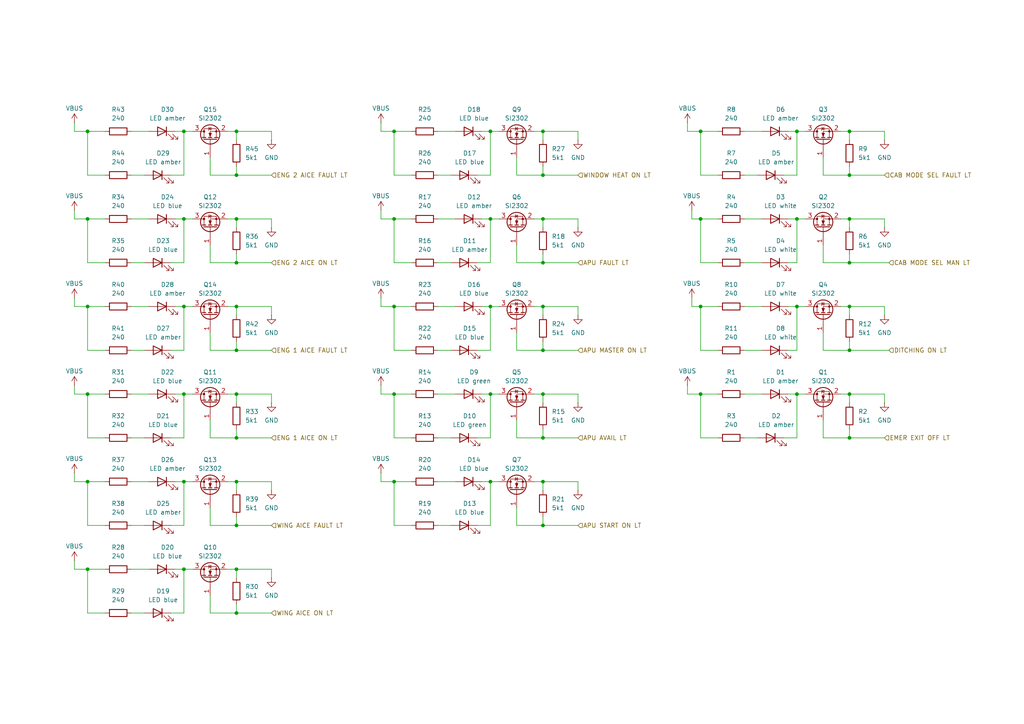
<source format=kicad_sch>
(kicad_sch
	(version 20231120)
	(generator "eeschema")
	(generator_version "8.0")
	(uuid "756562a0-1722-4007-a690-f0fdc6f13ff5")
	(paper "A4")
	
	(junction
		(at 246.38 50.8)
		(diameter 0)
		(color 0 0 0 0)
		(uuid "0e321558-b801-4095-8cb7-84dcbca682a7")
	)
	(junction
		(at 231.14 114.3)
		(diameter 0)
		(color 0 0 0 0)
		(uuid "1300150a-be81-412e-af7f-aec8475054c3")
	)
	(junction
		(at 114.3 114.3)
		(diameter 0)
		(color 0 0 0 0)
		(uuid "16fd3e1a-d656-4a48-9a37-e8776812c134")
	)
	(junction
		(at 25.4 165.1)
		(diameter 0)
		(color 0 0 0 0)
		(uuid "1e801296-a615-4a8a-abe3-0e125454081f")
	)
	(junction
		(at 68.58 38.1)
		(diameter 0)
		(color 0 0 0 0)
		(uuid "27a5a15c-46eb-42fc-8c74-5456f3de32ad")
	)
	(junction
		(at 157.48 63.5)
		(diameter 0)
		(color 0 0 0 0)
		(uuid "310bf8bb-928a-45b1-ab27-a91dc4424a46")
	)
	(junction
		(at 157.48 38.1)
		(diameter 0)
		(color 0 0 0 0)
		(uuid "37ed24bc-9401-441d-af0b-390db37b6832")
	)
	(junction
		(at 246.38 38.1)
		(diameter 0)
		(color 0 0 0 0)
		(uuid "3aeeff00-e494-4d0f-a5c5-29e503777e3a")
	)
	(junction
		(at 25.4 38.1)
		(diameter 0)
		(color 0 0 0 0)
		(uuid "3bc0ae37-50cf-4ab1-bfc6-a5712fe24b21")
	)
	(junction
		(at 246.38 76.2)
		(diameter 0)
		(color 0 0 0 0)
		(uuid "4ad77aab-9a47-4020-886c-3c9b341fc969")
	)
	(junction
		(at 53.34 38.1)
		(diameter 0)
		(color 0 0 0 0)
		(uuid "4f6246e8-6a4d-4e0c-a569-7f53fca68e5d")
	)
	(junction
		(at 246.38 127)
		(diameter 0)
		(color 0 0 0 0)
		(uuid "53df5997-44f5-49d3-8b0f-6d3baa965700")
	)
	(junction
		(at 114.3 88.9)
		(diameter 0)
		(color 0 0 0 0)
		(uuid "56ad6d47-1181-4063-8c95-6e07b74db78a")
	)
	(junction
		(at 68.58 88.9)
		(diameter 0)
		(color 0 0 0 0)
		(uuid "58647003-ceaa-4a50-9c7e-b1e2697db4dc")
	)
	(junction
		(at 142.24 114.3)
		(diameter 0)
		(color 0 0 0 0)
		(uuid "5930647d-b0d1-48fe-96d3-04683fba9448")
	)
	(junction
		(at 53.34 165.1)
		(diameter 0)
		(color 0 0 0 0)
		(uuid "59f97f97-7a0b-4599-be3c-6ce7711c3a17")
	)
	(junction
		(at 157.48 50.8)
		(diameter 0)
		(color 0 0 0 0)
		(uuid "5c9dddbd-6f93-4e05-8df5-8d4f3991703e")
	)
	(junction
		(at 157.48 139.7)
		(diameter 0)
		(color 0 0 0 0)
		(uuid "71171189-a367-4b91-9617-34927b2c505b")
	)
	(junction
		(at 142.24 88.9)
		(diameter 0)
		(color 0 0 0 0)
		(uuid "729d158e-cfc8-4ba0-859b-267cda521dfc")
	)
	(junction
		(at 25.4 88.9)
		(diameter 0)
		(color 0 0 0 0)
		(uuid "752af699-3bd9-46d0-827a-c22177215ed2")
	)
	(junction
		(at 53.34 63.5)
		(diameter 0)
		(color 0 0 0 0)
		(uuid "7f343ba1-adfc-4f4c-adf3-14fe522adf87")
	)
	(junction
		(at 25.4 114.3)
		(diameter 0)
		(color 0 0 0 0)
		(uuid "7f5ebb0e-dc11-41a3-8fa4-a8729de8dd05")
	)
	(junction
		(at 246.38 88.9)
		(diameter 0)
		(color 0 0 0 0)
		(uuid "82307f81-eb60-4b0c-abb8-c7a29495ddb4")
	)
	(junction
		(at 203.2 114.3)
		(diameter 0)
		(color 0 0 0 0)
		(uuid "84f11413-1fd6-48d5-b030-73de4d01b434")
	)
	(junction
		(at 142.24 63.5)
		(diameter 0)
		(color 0 0 0 0)
		(uuid "858e84b4-24a2-4761-9748-dd5a274031e2")
	)
	(junction
		(at 68.58 50.8)
		(diameter 0)
		(color 0 0 0 0)
		(uuid "8b42100a-b7fb-4fac-bf21-39367d909c63")
	)
	(junction
		(at 114.3 38.1)
		(diameter 0)
		(color 0 0 0 0)
		(uuid "8ce9f7e5-eb9a-4f70-8912-ebdc629183a3")
	)
	(junction
		(at 68.58 63.5)
		(diameter 0)
		(color 0 0 0 0)
		(uuid "8f87b2e4-b6db-4a5c-9e2d-88e82a8ec0b6")
	)
	(junction
		(at 142.24 139.7)
		(diameter 0)
		(color 0 0 0 0)
		(uuid "90852686-28df-45a6-b500-1b0e18282429")
	)
	(junction
		(at 68.58 101.6)
		(diameter 0)
		(color 0 0 0 0)
		(uuid "9db38fc6-f1b3-4017-b685-2648049fc899")
	)
	(junction
		(at 203.2 63.5)
		(diameter 0)
		(color 0 0 0 0)
		(uuid "9f0f9591-c840-4ac4-bd51-8eb7998dfa70")
	)
	(junction
		(at 246.38 63.5)
		(diameter 0)
		(color 0 0 0 0)
		(uuid "a028cff3-ca58-4aea-981f-87ab7723717f")
	)
	(junction
		(at 68.58 114.3)
		(diameter 0)
		(color 0 0 0 0)
		(uuid "a19647cd-5cdc-4a9b-a726-98b1415f961e")
	)
	(junction
		(at 68.58 127)
		(diameter 0)
		(color 0 0 0 0)
		(uuid "a63cf692-98a1-43e7-b0bc-8ac5e352e73b")
	)
	(junction
		(at 231.14 38.1)
		(diameter 0)
		(color 0 0 0 0)
		(uuid "a9697235-343c-4528-a488-d837a0a28364")
	)
	(junction
		(at 114.3 139.7)
		(diameter 0)
		(color 0 0 0 0)
		(uuid "af0d6701-3484-464a-8721-03d8ae3541c6")
	)
	(junction
		(at 25.4 139.7)
		(diameter 0)
		(color 0 0 0 0)
		(uuid "b15d4eac-c355-4361-a394-744c5b32451b")
	)
	(junction
		(at 203.2 88.9)
		(diameter 0)
		(color 0 0 0 0)
		(uuid "b4fa4b78-fe62-452a-81f9-6a5fbc69016d")
	)
	(junction
		(at 25.4 63.5)
		(diameter 0)
		(color 0 0 0 0)
		(uuid "b77f7793-3038-491e-b1a2-cfc25dd2a1eb")
	)
	(junction
		(at 231.14 88.9)
		(diameter 0)
		(color 0 0 0 0)
		(uuid "bc843ee3-2bde-4ab9-9842-e5e927df70b3")
	)
	(junction
		(at 157.48 127)
		(diameter 0)
		(color 0 0 0 0)
		(uuid "be0f3b89-c2fa-4b76-8fe3-c1ab6451258d")
	)
	(junction
		(at 157.48 76.2)
		(diameter 0)
		(color 0 0 0 0)
		(uuid "c024fe39-4567-4105-97ea-836c849c59ac")
	)
	(junction
		(at 246.38 101.6)
		(diameter 0)
		(color 0 0 0 0)
		(uuid "c15280a4-0c88-4f11-851d-1a34e7fd9afc")
	)
	(junction
		(at 142.24 38.1)
		(diameter 0)
		(color 0 0 0 0)
		(uuid "c90133ba-3d83-481d-b67d-70a930ca83cd")
	)
	(junction
		(at 68.58 177.8)
		(diameter 0)
		(color 0 0 0 0)
		(uuid "ca9f26ad-6cae-4047-9f18-e06694e3f60e")
	)
	(junction
		(at 53.34 88.9)
		(diameter 0)
		(color 0 0 0 0)
		(uuid "cb89ecd0-b150-4c4d-a70e-6123e8d48fae")
	)
	(junction
		(at 157.48 88.9)
		(diameter 0)
		(color 0 0 0 0)
		(uuid "cdca7962-ef3b-4660-b44b-3860877687db")
	)
	(junction
		(at 231.14 63.5)
		(diameter 0)
		(color 0 0 0 0)
		(uuid "cf919bf0-dfa4-4a51-a517-f62f73ea89ea")
	)
	(junction
		(at 157.48 152.4)
		(diameter 0)
		(color 0 0 0 0)
		(uuid "cffe1c97-a0e0-4665-b351-1b4fa19833e9")
	)
	(junction
		(at 53.34 114.3)
		(diameter 0)
		(color 0 0 0 0)
		(uuid "d3f30647-2f60-4eea-b0be-e8bcfcdfa581")
	)
	(junction
		(at 53.34 139.7)
		(diameter 0)
		(color 0 0 0 0)
		(uuid "d5750ec9-3f63-48a5-9bfc-5eeef97b5d31")
	)
	(junction
		(at 68.58 152.4)
		(diameter 0)
		(color 0 0 0 0)
		(uuid "df3f42b8-2381-4c40-b33b-df73bb849d04")
	)
	(junction
		(at 157.48 101.6)
		(diameter 0)
		(color 0 0 0 0)
		(uuid "e0f220fc-e8c1-4af2-9c58-227dd81cb74d")
	)
	(junction
		(at 68.58 165.1)
		(diameter 0)
		(color 0 0 0 0)
		(uuid "e551590b-9138-4497-bd51-4ffcd976bf93")
	)
	(junction
		(at 246.38 114.3)
		(diameter 0)
		(color 0 0 0 0)
		(uuid "e69187c7-3c35-47c0-8176-c237028caef0")
	)
	(junction
		(at 157.48 114.3)
		(diameter 0)
		(color 0 0 0 0)
		(uuid "e9764534-9d74-4e1d-958d-64c44ff9ab9f")
	)
	(junction
		(at 68.58 139.7)
		(diameter 0)
		(color 0 0 0 0)
		(uuid "ec45e534-c22c-488c-9761-06c9f28446b5")
	)
	(junction
		(at 68.58 76.2)
		(diameter 0)
		(color 0 0 0 0)
		(uuid "ee302077-9955-4ae5-b35c-4e529b260198")
	)
	(junction
		(at 114.3 63.5)
		(diameter 0)
		(color 0 0 0 0)
		(uuid "f5e4fada-c7c0-4076-ac84-cc1fc8443c7f")
	)
	(junction
		(at 203.2 38.1)
		(diameter 0)
		(color 0 0 0 0)
		(uuid "fd5db2f3-03ea-4c6e-8e7c-5e6008cd7e92")
	)
	(wire
		(pts
			(xy 203.2 88.9) (xy 208.28 88.9)
		)
		(stroke
			(width 0)
			(type default)
		)
		(uuid "0052de6d-4f34-492d-b410-cb91beec5d4f")
	)
	(wire
		(pts
			(xy 50.8 63.5) (xy 53.34 63.5)
		)
		(stroke
			(width 0)
			(type default)
		)
		(uuid "00ccfdb4-9bc6-4936-8826-c1d77d0cf1b8")
	)
	(wire
		(pts
			(xy 203.2 63.5) (xy 203.2 76.2)
		)
		(stroke
			(width 0)
			(type default)
		)
		(uuid "016abc90-7b0e-4a19-bccb-d87eb58642a2")
	)
	(wire
		(pts
			(xy 238.76 45.72) (xy 238.76 50.8)
		)
		(stroke
			(width 0)
			(type default)
		)
		(uuid "065822fc-f4f0-4a2f-b61d-8805b6809480")
	)
	(wire
		(pts
			(xy 21.59 114.3) (xy 25.4 114.3)
		)
		(stroke
			(width 0)
			(type default)
		)
		(uuid "06715062-ea65-4a14-908e-4855d57fb802")
	)
	(wire
		(pts
			(xy 21.59 111.76) (xy 21.59 114.3)
		)
		(stroke
			(width 0)
			(type default)
		)
		(uuid "06bc57dc-e0b0-4542-81b9-f29ab84fcbbb")
	)
	(wire
		(pts
			(xy 157.48 149.86) (xy 157.48 152.4)
		)
		(stroke
			(width 0)
			(type default)
		)
		(uuid "07dd1852-345a-4583-9e02-38897cd98f13")
	)
	(wire
		(pts
			(xy 227.33 50.8) (xy 231.14 50.8)
		)
		(stroke
			(width 0)
			(type default)
		)
		(uuid "083027fe-23a3-401f-8ff4-57c84d2158b9")
	)
	(wire
		(pts
			(xy 78.74 114.3) (xy 68.58 114.3)
		)
		(stroke
			(width 0)
			(type default)
		)
		(uuid "0bab4192-9d47-4f19-981e-c619334d44b8")
	)
	(wire
		(pts
			(xy 38.1 63.5) (xy 43.18 63.5)
		)
		(stroke
			(width 0)
			(type default)
		)
		(uuid "0de66fcd-660a-47f6-b148-ee75a8f5ceff")
	)
	(wire
		(pts
			(xy 243.84 114.3) (xy 246.38 114.3)
		)
		(stroke
			(width 0)
			(type default)
		)
		(uuid "0e39f3b3-68af-41ed-bacc-0291332c3a95")
	)
	(wire
		(pts
			(xy 246.38 88.9) (xy 246.38 91.44)
		)
		(stroke
			(width 0)
			(type default)
		)
		(uuid "0fea487a-73e2-4152-b0f8-27a525d34820")
	)
	(wire
		(pts
			(xy 21.59 139.7) (xy 25.4 139.7)
		)
		(stroke
			(width 0)
			(type default)
		)
		(uuid "120de995-af69-44d6-a9dd-ca96f4855171")
	)
	(wire
		(pts
			(xy 53.34 101.6) (xy 53.34 88.9)
		)
		(stroke
			(width 0)
			(type default)
		)
		(uuid "12ae118c-8175-4a33-bc30-6f369feeeb64")
	)
	(wire
		(pts
			(xy 119.38 76.2) (xy 114.3 76.2)
		)
		(stroke
			(width 0)
			(type default)
		)
		(uuid "12ba79e4-b9f3-4983-9f8c-820ca5d98746")
	)
	(wire
		(pts
			(xy 78.74 139.7) (xy 78.74 142.24)
		)
		(stroke
			(width 0)
			(type default)
		)
		(uuid "14416ca9-4491-4a9b-bbe3-824e18f10fba")
	)
	(wire
		(pts
			(xy 167.64 88.9) (xy 167.64 91.44)
		)
		(stroke
			(width 0)
			(type default)
		)
		(uuid "14857a54-e76e-4456-a7cc-ed15d758fd37")
	)
	(wire
		(pts
			(xy 49.53 177.8) (xy 53.34 177.8)
		)
		(stroke
			(width 0)
			(type default)
		)
		(uuid "14ea7d4e-d026-40a9-ba99-32834d2492a1")
	)
	(wire
		(pts
			(xy 78.74 114.3) (xy 78.74 116.84)
		)
		(stroke
			(width 0)
			(type default)
		)
		(uuid "16d671d2-51b3-4817-9783-47ea7bc664f4")
	)
	(wire
		(pts
			(xy 25.4 38.1) (xy 30.48 38.1)
		)
		(stroke
			(width 0)
			(type default)
		)
		(uuid "1b2048cb-83c9-42cb-9d72-336821a259d9")
	)
	(wire
		(pts
			(xy 25.4 63.5) (xy 30.48 63.5)
		)
		(stroke
			(width 0)
			(type default)
		)
		(uuid "1be95060-efba-45b9-abf5-db7adc60169d")
	)
	(wire
		(pts
			(xy 68.58 127) (xy 78.74 127)
		)
		(stroke
			(width 0)
			(type default)
		)
		(uuid "1cb81d31-e072-4023-abcb-c0bd019a5183")
	)
	(wire
		(pts
			(xy 203.2 63.5) (xy 208.28 63.5)
		)
		(stroke
			(width 0)
			(type default)
		)
		(uuid "1d08e6d9-34ad-44f3-977f-7d2a3e1a9654")
	)
	(wire
		(pts
			(xy 119.38 50.8) (xy 114.3 50.8)
		)
		(stroke
			(width 0)
			(type default)
		)
		(uuid "1fd7dee5-7745-4851-a53c-0b4d2c818ee3")
	)
	(wire
		(pts
			(xy 114.3 139.7) (xy 119.38 139.7)
		)
		(stroke
			(width 0)
			(type default)
		)
		(uuid "1ff2f43b-3c8d-4e75-b709-252dd52b99b2")
	)
	(wire
		(pts
			(xy 114.3 127) (xy 114.3 114.3)
		)
		(stroke
			(width 0)
			(type default)
		)
		(uuid "2069cb88-e570-48d1-af65-f1221b7fbe61")
	)
	(wire
		(pts
			(xy 66.04 88.9) (xy 68.58 88.9)
		)
		(stroke
			(width 0)
			(type default)
		)
		(uuid "21b8a04c-765a-4853-bf66-803c9a1b11e2")
	)
	(wire
		(pts
			(xy 68.58 177.8) (xy 78.74 177.8)
		)
		(stroke
			(width 0)
			(type default)
		)
		(uuid "22f405d4-bdcb-4e40-9299-14b61580745e")
	)
	(wire
		(pts
			(xy 208.28 50.8) (xy 203.2 50.8)
		)
		(stroke
			(width 0)
			(type default)
		)
		(uuid "22fe5cac-d2cf-41ea-a9b0-2a513aab260d")
	)
	(wire
		(pts
			(xy 256.54 38.1) (xy 256.54 40.64)
		)
		(stroke
			(width 0)
			(type default)
		)
		(uuid "23a921a4-8afc-4acc-998f-d6c1dbbfcca3")
	)
	(wire
		(pts
			(xy 127 88.9) (xy 132.08 88.9)
		)
		(stroke
			(width 0)
			(type default)
		)
		(uuid "23ddf6a4-0fd6-431c-bb64-3c39c235f8eb")
	)
	(wire
		(pts
			(xy 215.9 88.9) (xy 220.98 88.9)
		)
		(stroke
			(width 0)
			(type default)
		)
		(uuid "2403e275-412c-4443-a58a-523ea7a27622")
	)
	(wire
		(pts
			(xy 25.4 127) (xy 25.4 114.3)
		)
		(stroke
			(width 0)
			(type default)
		)
		(uuid "25051480-21b4-4ce6-8db5-26c6acb6d3f7")
	)
	(wire
		(pts
			(xy 38.1 76.2) (xy 41.91 76.2)
		)
		(stroke
			(width 0)
			(type default)
		)
		(uuid "25b8fa0e-bb1c-4ac1-b91b-6e8a0274a9d1")
	)
	(wire
		(pts
			(xy 238.76 121.92) (xy 238.76 127)
		)
		(stroke
			(width 0)
			(type default)
		)
		(uuid "2685f234-8218-4edb-b48f-ea837f17dc69")
	)
	(wire
		(pts
			(xy 66.04 139.7) (xy 68.58 139.7)
		)
		(stroke
			(width 0)
			(type default)
		)
		(uuid "268b5219-f0b9-415f-8a65-d4547ae15b95")
	)
	(wire
		(pts
			(xy 238.76 127) (xy 246.38 127)
		)
		(stroke
			(width 0)
			(type default)
		)
		(uuid "26d63771-227a-40a1-b8d4-c118bc171fcc")
	)
	(wire
		(pts
			(xy 127 101.6) (xy 130.81 101.6)
		)
		(stroke
			(width 0)
			(type default)
		)
		(uuid "28e50c7f-3270-461e-8df2-d3b3c5519577")
	)
	(wire
		(pts
			(xy 25.4 165.1) (xy 30.48 165.1)
		)
		(stroke
			(width 0)
			(type default)
		)
		(uuid "2a9050a6-5869-4211-ad31-5f61c02f8436")
	)
	(wire
		(pts
			(xy 50.8 88.9) (xy 53.34 88.9)
		)
		(stroke
			(width 0)
			(type default)
		)
		(uuid "2accc45a-8dbe-4e46-b236-2500ac4e132c")
	)
	(wire
		(pts
			(xy 78.74 165.1) (xy 68.58 165.1)
		)
		(stroke
			(width 0)
			(type default)
		)
		(uuid "2af0316b-b8b3-48ce-ad13-7605583690fa")
	)
	(wire
		(pts
			(xy 246.38 50.8) (xy 256.54 50.8)
		)
		(stroke
			(width 0)
			(type default)
		)
		(uuid "2cafa156-4479-404d-b776-55796a4ff212")
	)
	(wire
		(pts
			(xy 60.96 45.72) (xy 60.96 50.8)
		)
		(stroke
			(width 0)
			(type default)
		)
		(uuid "2d614c2b-0426-4aef-97fb-3fd6335a1a49")
	)
	(wire
		(pts
			(xy 53.34 88.9) (xy 55.88 88.9)
		)
		(stroke
			(width 0)
			(type default)
		)
		(uuid "2e8dd5c2-e1c5-4e28-ab6a-48bd8fe3fc2f")
	)
	(wire
		(pts
			(xy 157.48 99.06) (xy 157.48 101.6)
		)
		(stroke
			(width 0)
			(type default)
		)
		(uuid "2e916e3a-3eea-4763-903f-34cd95c140cb")
	)
	(wire
		(pts
			(xy 157.48 101.6) (xy 167.64 101.6)
		)
		(stroke
			(width 0)
			(type default)
		)
		(uuid "2ed3bed4-f493-487d-9e0d-9450099e2b9a")
	)
	(wire
		(pts
			(xy 228.6 38.1) (xy 231.14 38.1)
		)
		(stroke
			(width 0)
			(type default)
		)
		(uuid "2fc8aec6-f717-4848-92e9-6a903d838460")
	)
	(wire
		(pts
			(xy 215.9 127) (xy 219.71 127)
		)
		(stroke
			(width 0)
			(type default)
		)
		(uuid "30379f4d-f9f1-4085-87a4-94e939f0fe34")
	)
	(wire
		(pts
			(xy 127 127) (xy 130.81 127)
		)
		(stroke
			(width 0)
			(type default)
		)
		(uuid "304cebd7-a517-4c3c-9f94-80e4fa5f1661")
	)
	(wire
		(pts
			(xy 60.96 121.92) (xy 60.96 127)
		)
		(stroke
			(width 0)
			(type default)
		)
		(uuid "30537dd9-06da-4ddd-917b-960418a3cdcb")
	)
	(wire
		(pts
			(xy 49.53 101.6) (xy 53.34 101.6)
		)
		(stroke
			(width 0)
			(type default)
		)
		(uuid "3144b1d6-fb01-457e-af68-b5457ef45028")
	)
	(wire
		(pts
			(xy 127 152.4) (xy 130.81 152.4)
		)
		(stroke
			(width 0)
			(type default)
		)
		(uuid "31c7b8c2-dbb9-4711-86c3-8d43dff2f5b0")
	)
	(wire
		(pts
			(xy 157.48 38.1) (xy 157.48 40.64)
		)
		(stroke
			(width 0)
			(type default)
		)
		(uuid "31d30fbe-ed7d-4a83-a642-ce9b9f33cb33")
	)
	(wire
		(pts
			(xy 127 114.3) (xy 132.08 114.3)
		)
		(stroke
			(width 0)
			(type default)
		)
		(uuid "32108a0e-d258-45b1-8279-682ec4991d6e")
	)
	(wire
		(pts
			(xy 68.58 165.1) (xy 68.58 167.64)
		)
		(stroke
			(width 0)
			(type default)
		)
		(uuid "33ed4d88-64c5-46a6-9dbc-f18eac7f2a12")
	)
	(wire
		(pts
			(xy 246.38 101.6) (xy 257.81 101.6)
		)
		(stroke
			(width 0)
			(type default)
		)
		(uuid "34e8d577-777d-4f11-9f65-88bb07997a67")
	)
	(wire
		(pts
			(xy 246.38 48.26) (xy 246.38 50.8)
		)
		(stroke
			(width 0)
			(type default)
		)
		(uuid "37294e10-9d34-47b0-b4c1-996b0c07ba9c")
	)
	(wire
		(pts
			(xy 38.1 152.4) (xy 41.91 152.4)
		)
		(stroke
			(width 0)
			(type default)
		)
		(uuid "3763e933-1c02-406a-aea7-0fbf0b58820a")
	)
	(wire
		(pts
			(xy 142.24 88.9) (xy 144.78 88.9)
		)
		(stroke
			(width 0)
			(type default)
		)
		(uuid "39a9e81a-5bf1-4c57-bee6-a068f738d69d")
	)
	(wire
		(pts
			(xy 157.48 139.7) (xy 157.48 142.24)
		)
		(stroke
			(width 0)
			(type default)
		)
		(uuid "3a004e76-5dab-4ff1-bc08-7618520beb03")
	)
	(wire
		(pts
			(xy 114.3 50.8) (xy 114.3 38.1)
		)
		(stroke
			(width 0)
			(type default)
		)
		(uuid "3a0b0f0f-4e21-4781-a7e2-242ec483803b")
	)
	(wire
		(pts
			(xy 78.74 63.5) (xy 78.74 66.04)
		)
		(stroke
			(width 0)
			(type default)
		)
		(uuid "3a80c909-01fa-4ce4-8b20-2eb232c8416c")
	)
	(wire
		(pts
			(xy 149.86 96.52) (xy 149.86 101.6)
		)
		(stroke
			(width 0)
			(type default)
		)
		(uuid "3a9d54e3-6a05-4142-a010-43ae8021bf01")
	)
	(wire
		(pts
			(xy 149.86 147.32) (xy 149.86 152.4)
		)
		(stroke
			(width 0)
			(type default)
		)
		(uuid "3ad1e609-4144-4ff6-a756-60fddebf0477")
	)
	(wire
		(pts
			(xy 25.4 101.6) (xy 25.4 88.9)
		)
		(stroke
			(width 0)
			(type default)
		)
		(uuid "3c7942d8-89c0-4f97-8cbe-1bb046941a25")
	)
	(wire
		(pts
			(xy 60.96 50.8) (xy 68.58 50.8)
		)
		(stroke
			(width 0)
			(type default)
		)
		(uuid "3dc1d0e6-25e6-467d-b276-489bfde3c8e6")
	)
	(wire
		(pts
			(xy 60.96 152.4) (xy 68.58 152.4)
		)
		(stroke
			(width 0)
			(type default)
		)
		(uuid "3f62e92f-459d-4163-86bc-0c512a7430ec")
	)
	(wire
		(pts
			(xy 127 139.7) (xy 132.08 139.7)
		)
		(stroke
			(width 0)
			(type default)
		)
		(uuid "41d8ccf1-1a2c-4209-b4ca-8533d1a994f7")
	)
	(wire
		(pts
			(xy 256.54 114.3) (xy 246.38 114.3)
		)
		(stroke
			(width 0)
			(type default)
		)
		(uuid "41f18413-a1dc-40c6-89b7-6bb643e12d3d")
	)
	(wire
		(pts
			(xy 68.58 50.8) (xy 78.74 50.8)
		)
		(stroke
			(width 0)
			(type default)
		)
		(uuid "43dc5d32-b7e6-47af-8c00-0c19fef14f33")
	)
	(wire
		(pts
			(xy 38.1 50.8) (xy 41.91 50.8)
		)
		(stroke
			(width 0)
			(type default)
		)
		(uuid "444db422-7b29-493d-935d-aa2c6227ce96")
	)
	(wire
		(pts
			(xy 38.1 101.6) (xy 41.91 101.6)
		)
		(stroke
			(width 0)
			(type default)
		)
		(uuid "447c8900-4cd7-4f7c-bf03-c52a3e63327e")
	)
	(wire
		(pts
			(xy 208.28 127) (xy 203.2 127)
		)
		(stroke
			(width 0)
			(type default)
		)
		(uuid "459ed968-b859-45c3-a15a-eb694d76dfb8")
	)
	(wire
		(pts
			(xy 157.48 114.3) (xy 157.48 116.84)
		)
		(stroke
			(width 0)
			(type default)
		)
		(uuid "4628eeb2-c947-486a-9a02-376c065e44a1")
	)
	(wire
		(pts
			(xy 154.94 139.7) (xy 157.48 139.7)
		)
		(stroke
			(width 0)
			(type default)
		)
		(uuid "465a9b10-8019-4b7e-bf27-fdd56d6bd911")
	)
	(wire
		(pts
			(xy 21.59 137.16) (xy 21.59 139.7)
		)
		(stroke
			(width 0)
			(type default)
		)
		(uuid "46f3e4e6-9c70-4b56-8238-fbaafa8ebada")
	)
	(wire
		(pts
			(xy 49.53 76.2) (xy 53.34 76.2)
		)
		(stroke
			(width 0)
			(type default)
		)
		(uuid "47d721ba-e5a4-4df2-a595-53e1b8aa9621")
	)
	(wire
		(pts
			(xy 208.28 76.2) (xy 203.2 76.2)
		)
		(stroke
			(width 0)
			(type default)
		)
		(uuid "497ddf14-b1f6-4523-a04b-7f0aa0f35dd7")
	)
	(wire
		(pts
			(xy 21.59 165.1) (xy 25.4 165.1)
		)
		(stroke
			(width 0)
			(type default)
		)
		(uuid "4c52ce45-8902-414f-a91c-6e970f87d87a")
	)
	(wire
		(pts
			(xy 53.34 127) (xy 53.34 114.3)
		)
		(stroke
			(width 0)
			(type default)
		)
		(uuid "4cb83bee-f3e3-4efb-807e-82fa05821fe6")
	)
	(wire
		(pts
			(xy 21.59 38.1) (xy 25.4 38.1)
		)
		(stroke
			(width 0)
			(type default)
		)
		(uuid "4d5cde85-d19d-49c6-b496-a22c67f0e809")
	)
	(wire
		(pts
			(xy 167.64 63.5) (xy 157.48 63.5)
		)
		(stroke
			(width 0)
			(type default)
		)
		(uuid "4d5f5caa-11e3-4d65-9d2d-feeb3952cd91")
	)
	(wire
		(pts
			(xy 53.34 152.4) (xy 53.34 139.7)
		)
		(stroke
			(width 0)
			(type default)
		)
		(uuid "4d746e6a-3304-4a7e-aeee-3273671ef4bb")
	)
	(wire
		(pts
			(xy 127 38.1) (xy 132.08 38.1)
		)
		(stroke
			(width 0)
			(type default)
		)
		(uuid "4dee73c9-9e09-4b40-8b94-f77fc0708256")
	)
	(wire
		(pts
			(xy 30.48 177.8) (xy 25.4 177.8)
		)
		(stroke
			(width 0)
			(type default)
		)
		(uuid "4e1a5248-ae37-4793-9b1f-2e3c8a1436de")
	)
	(wire
		(pts
			(xy 30.48 76.2) (xy 25.4 76.2)
		)
		(stroke
			(width 0)
			(type default)
		)
		(uuid "5093d861-1156-42c8-826b-9effe0bd1be7")
	)
	(wire
		(pts
			(xy 157.48 124.46) (xy 157.48 127)
		)
		(stroke
			(width 0)
			(type default)
		)
		(uuid "50e42765-e8e1-428c-bd21-e460680184bd")
	)
	(wire
		(pts
			(xy 25.4 88.9) (xy 30.48 88.9)
		)
		(stroke
			(width 0)
			(type default)
		)
		(uuid "515f6beb-1f4e-41fb-a8e9-00496e5f4d86")
	)
	(wire
		(pts
			(xy 25.4 152.4) (xy 25.4 139.7)
		)
		(stroke
			(width 0)
			(type default)
		)
		(uuid "5211d5d9-6f41-46e0-a74f-45606a9397ee")
	)
	(wire
		(pts
			(xy 246.38 124.46) (xy 246.38 127)
		)
		(stroke
			(width 0)
			(type default)
		)
		(uuid "522e9f75-fe36-4e3b-89e7-e635eef0f383")
	)
	(wire
		(pts
			(xy 21.59 35.56) (xy 21.59 38.1)
		)
		(stroke
			(width 0)
			(type default)
		)
		(uuid "526ff5fe-2179-4822-a920-a4e1a4b11aca")
	)
	(wire
		(pts
			(xy 127 50.8) (xy 130.81 50.8)
		)
		(stroke
			(width 0)
			(type default)
		)
		(uuid "52a273fd-1b2b-4fa2-b3e5-b3550cb51813")
	)
	(wire
		(pts
			(xy 49.53 50.8) (xy 53.34 50.8)
		)
		(stroke
			(width 0)
			(type default)
		)
		(uuid "52e34b8f-853a-42d4-8683-81115c48dff5")
	)
	(wire
		(pts
			(xy 119.38 152.4) (xy 114.3 152.4)
		)
		(stroke
			(width 0)
			(type default)
		)
		(uuid "567c5c83-defc-43ec-bece-509a65f5b747")
	)
	(wire
		(pts
			(xy 49.53 127) (xy 53.34 127)
		)
		(stroke
			(width 0)
			(type default)
		)
		(uuid "56fa3391-2402-4de7-a5a7-54b665e8488d")
	)
	(wire
		(pts
			(xy 21.59 88.9) (xy 25.4 88.9)
		)
		(stroke
			(width 0)
			(type default)
		)
		(uuid "58b384ce-0755-4dc1-8842-38332121e518")
	)
	(wire
		(pts
			(xy 157.48 50.8) (xy 167.64 50.8)
		)
		(stroke
			(width 0)
			(type default)
		)
		(uuid "5a9a2ce5-a4bb-4e28-8d5c-a931a479406c")
	)
	(wire
		(pts
			(xy 142.24 38.1) (xy 144.78 38.1)
		)
		(stroke
			(width 0)
			(type default)
		)
		(uuid "5c35ad84-8013-4922-9a2c-f1623d0e092a")
	)
	(wire
		(pts
			(xy 231.14 50.8) (xy 231.14 38.1)
		)
		(stroke
			(width 0)
			(type default)
		)
		(uuid "5c90f082-3c49-4346-b09d-fdfe408ba0c7")
	)
	(wire
		(pts
			(xy 38.1 177.8) (xy 41.91 177.8)
		)
		(stroke
			(width 0)
			(type default)
		)
		(uuid "5cdb8976-0562-4c60-b12f-50cfa3f22051")
	)
	(wire
		(pts
			(xy 203.2 88.9) (xy 203.2 101.6)
		)
		(stroke
			(width 0)
			(type default)
		)
		(uuid "5d6759b1-4fd7-4c76-a947-b2eebf866e87")
	)
	(wire
		(pts
			(xy 60.96 172.72) (xy 60.96 177.8)
		)
		(stroke
			(width 0)
			(type default)
		)
		(uuid "5efb2c65-00b7-4c83-bde5-d68ea0f3f527")
	)
	(wire
		(pts
			(xy 139.7 63.5) (xy 142.24 63.5)
		)
		(stroke
			(width 0)
			(type default)
		)
		(uuid "5fe04da3-ba35-40fe-9c4f-f387317c095a")
	)
	(wire
		(pts
			(xy 114.3 88.9) (xy 119.38 88.9)
		)
		(stroke
			(width 0)
			(type default)
		)
		(uuid "61761fd0-fb40-47d7-bdd8-d0c6af325136")
	)
	(wire
		(pts
			(xy 256.54 114.3) (xy 256.54 116.84)
		)
		(stroke
			(width 0)
			(type default)
		)
		(uuid "61aad136-6d18-474d-a953-d0d7fa9540f2")
	)
	(wire
		(pts
			(xy 231.14 63.5) (xy 231.14 76.2)
		)
		(stroke
			(width 0)
			(type default)
		)
		(uuid "6213bba9-956a-4760-9e4a-2a40a73ba6a3")
	)
	(wire
		(pts
			(xy 25.4 114.3) (xy 30.48 114.3)
		)
		(stroke
			(width 0)
			(type default)
		)
		(uuid "6226609c-5acd-405e-8c5a-27f095af795a")
	)
	(wire
		(pts
			(xy 50.8 165.1) (xy 53.34 165.1)
		)
		(stroke
			(width 0)
			(type default)
		)
		(uuid "6241ca84-a669-44b7-a71f-077effe11df1")
	)
	(wire
		(pts
			(xy 246.38 99.06) (xy 246.38 101.6)
		)
		(stroke
			(width 0)
			(type default)
		)
		(uuid "6278a5ed-96fc-41ba-94b8-5d3d7ffacf83")
	)
	(wire
		(pts
			(xy 238.76 101.6) (xy 246.38 101.6)
		)
		(stroke
			(width 0)
			(type default)
		)
		(uuid "66ccc04f-6f86-491d-b058-30774fdd06ad")
	)
	(wire
		(pts
			(xy 78.74 88.9) (xy 78.74 91.44)
		)
		(stroke
			(width 0)
			(type default)
		)
		(uuid "66f15d77-ec06-4e74-8c9d-73e228557705")
	)
	(wire
		(pts
			(xy 154.94 88.9) (xy 157.48 88.9)
		)
		(stroke
			(width 0)
			(type default)
		)
		(uuid "66f76261-84ba-49b6-a47e-48b112f1a0b3")
	)
	(wire
		(pts
			(xy 38.1 88.9) (xy 43.18 88.9)
		)
		(stroke
			(width 0)
			(type default)
		)
		(uuid "68fa700e-0a73-4473-b370-76c4966500ec")
	)
	(wire
		(pts
			(xy 142.24 63.5) (xy 144.78 63.5)
		)
		(stroke
			(width 0)
			(type default)
		)
		(uuid "6d00a1c0-c190-4005-928f-27ca107450b3")
	)
	(wire
		(pts
			(xy 110.49 137.16) (xy 110.49 139.7)
		)
		(stroke
			(width 0)
			(type default)
		)
		(uuid "6e7f1d94-38db-439f-a0e7-00f0dd259a6d")
	)
	(wire
		(pts
			(xy 110.49 111.76) (xy 110.49 114.3)
		)
		(stroke
			(width 0)
			(type default)
		)
		(uuid "70a955d3-983f-406e-a4e6-d5cd179658f2")
	)
	(wire
		(pts
			(xy 199.39 35.56) (xy 199.39 38.1)
		)
		(stroke
			(width 0)
			(type default)
		)
		(uuid "71074bb6-0530-400a-a914-f0fa300ae7e9")
	)
	(wire
		(pts
			(xy 200.66 63.5) (xy 200.66 60.96)
		)
		(stroke
			(width 0)
			(type default)
		)
		(uuid "742528b3-6155-42d4-a675-8b44b3b64104")
	)
	(wire
		(pts
			(xy 68.58 139.7) (xy 68.58 142.24)
		)
		(stroke
			(width 0)
			(type default)
		)
		(uuid "7496e90e-9596-4252-b696-5e97a3864e88")
	)
	(wire
		(pts
			(xy 138.43 152.4) (xy 142.24 152.4)
		)
		(stroke
			(width 0)
			(type default)
		)
		(uuid "7612e74b-0e5c-460d-a221-646c484e1329")
	)
	(wire
		(pts
			(xy 68.58 152.4) (xy 78.74 152.4)
		)
		(stroke
			(width 0)
			(type default)
		)
		(uuid "76810937-2c37-416a-b7ed-099bc383de0e")
	)
	(wire
		(pts
			(xy 228.6 101.6) (xy 231.14 101.6)
		)
		(stroke
			(width 0)
			(type default)
		)
		(uuid "76c76ab6-7d00-4bde-bc36-1d497482b32e")
	)
	(wire
		(pts
			(xy 25.4 177.8) (xy 25.4 165.1)
		)
		(stroke
			(width 0)
			(type default)
		)
		(uuid "76c880c9-1d85-461d-b163-70484a900374")
	)
	(wire
		(pts
			(xy 66.04 63.5) (xy 68.58 63.5)
		)
		(stroke
			(width 0)
			(type default)
		)
		(uuid "775bd6f4-6e21-4441-a646-cd6965c397a0")
	)
	(wire
		(pts
			(xy 78.74 63.5) (xy 68.58 63.5)
		)
		(stroke
			(width 0)
			(type default)
		)
		(uuid "77e7fd00-164f-4f1e-b190-5c9074a9edac")
	)
	(wire
		(pts
			(xy 215.9 50.8) (xy 219.71 50.8)
		)
		(stroke
			(width 0)
			(type default)
		)
		(uuid "7895dd26-6710-41e0-a435-e875012bbfb1")
	)
	(wire
		(pts
			(xy 110.49 114.3) (xy 114.3 114.3)
		)
		(stroke
			(width 0)
			(type default)
		)
		(uuid "789fb3ec-4033-4625-b5a6-26e8f1463d7d")
	)
	(wire
		(pts
			(xy 60.96 96.52) (xy 60.96 101.6)
		)
		(stroke
			(width 0)
			(type default)
		)
		(uuid "7a67cbf1-5ba0-4be1-b23e-183749e9521e")
	)
	(wire
		(pts
			(xy 231.14 88.9) (xy 231.14 101.6)
		)
		(stroke
			(width 0)
			(type default)
		)
		(uuid "7aaf1c82-74bd-4542-8f6a-190a5da4cb2d")
	)
	(wire
		(pts
			(xy 215.9 114.3) (xy 220.98 114.3)
		)
		(stroke
			(width 0)
			(type default)
		)
		(uuid "7b5485e4-5a6b-40be-8d76-39f082b11f6e")
	)
	(wire
		(pts
			(xy 68.58 73.66) (xy 68.58 76.2)
		)
		(stroke
			(width 0)
			(type default)
		)
		(uuid "7c232e1e-0a01-4a75-80bd-69248d2b43fe")
	)
	(wire
		(pts
			(xy 142.24 139.7) (xy 144.78 139.7)
		)
		(stroke
			(width 0)
			(type default)
		)
		(uuid "7e5551bd-09f0-464d-841f-3c96bef918bc")
	)
	(wire
		(pts
			(xy 149.86 101.6) (xy 157.48 101.6)
		)
		(stroke
			(width 0)
			(type default)
		)
		(uuid "7f89f83c-f7d7-4387-bfe3-daf0bb5e4730")
	)
	(wire
		(pts
			(xy 110.49 86.36) (xy 110.49 88.9)
		)
		(stroke
			(width 0)
			(type default)
		)
		(uuid "7fff5219-0557-4bb7-8bac-c75f476609f4")
	)
	(wire
		(pts
			(xy 110.49 139.7) (xy 114.3 139.7)
		)
		(stroke
			(width 0)
			(type default)
		)
		(uuid "808da4d0-e52a-45d9-a8e8-de259af36ff4")
	)
	(wire
		(pts
			(xy 228.6 88.9) (xy 231.14 88.9)
		)
		(stroke
			(width 0)
			(type default)
		)
		(uuid "81437fb4-10f6-496e-923b-870c3593ffba")
	)
	(wire
		(pts
			(xy 139.7 114.3) (xy 142.24 114.3)
		)
		(stroke
			(width 0)
			(type default)
		)
		(uuid "83d5e29d-b2da-4844-9b1b-74b4122f9de0")
	)
	(wire
		(pts
			(xy 38.1 139.7) (xy 43.18 139.7)
		)
		(stroke
			(width 0)
			(type default)
		)
		(uuid "8507b3d6-f3cd-4cbe-a13a-d8e060b4f7d5")
	)
	(wire
		(pts
			(xy 215.9 76.2) (xy 220.98 76.2)
		)
		(stroke
			(width 0)
			(type default)
		)
		(uuid "861eb122-63bb-4ebc-a1cd-69996ce9918f")
	)
	(wire
		(pts
			(xy 53.34 38.1) (xy 55.88 38.1)
		)
		(stroke
			(width 0)
			(type default)
		)
		(uuid "88a6d1d6-b604-427a-b0fb-a24fc23a9bf9")
	)
	(wire
		(pts
			(xy 231.14 127) (xy 231.14 114.3)
		)
		(stroke
			(width 0)
			(type default)
		)
		(uuid "89f6d2a1-5735-4fcd-85d7-abceb09187b4")
	)
	(wire
		(pts
			(xy 66.04 165.1) (xy 68.58 165.1)
		)
		(stroke
			(width 0)
			(type default)
		)
		(uuid "8acf9e87-a73d-4df7-b75d-9ff67c8ee761")
	)
	(wire
		(pts
			(xy 60.96 101.6) (xy 68.58 101.6)
		)
		(stroke
			(width 0)
			(type default)
		)
		(uuid "8b0e8a0b-8397-44e8-b3ee-1884f93fd66b")
	)
	(wire
		(pts
			(xy 167.64 38.1) (xy 157.48 38.1)
		)
		(stroke
			(width 0)
			(type default)
		)
		(uuid "8b91592c-a0cc-4c7c-96c4-87cd81ef7922")
	)
	(wire
		(pts
			(xy 110.49 63.5) (xy 114.3 63.5)
		)
		(stroke
			(width 0)
			(type default)
		)
		(uuid "8ba4e50f-57e7-47fd-a7a7-0740a8be0014")
	)
	(wire
		(pts
			(xy 138.43 50.8) (xy 142.24 50.8)
		)
		(stroke
			(width 0)
			(type default)
		)
		(uuid "8cdca6f0-e94d-4671-b5b9-5d30e4b70798")
	)
	(wire
		(pts
			(xy 208.28 101.6) (xy 203.2 101.6)
		)
		(stroke
			(width 0)
			(type default)
		)
		(uuid "8d2d054c-0748-4899-84c7-f7ff432d58e8")
	)
	(wire
		(pts
			(xy 142.24 101.6) (xy 142.24 88.9)
		)
		(stroke
			(width 0)
			(type default)
		)
		(uuid "8daf2898-e1f4-4aac-a33c-d4bbe8d82f13")
	)
	(wire
		(pts
			(xy 114.3 114.3) (xy 119.38 114.3)
		)
		(stroke
			(width 0)
			(type default)
		)
		(uuid "90b12915-0244-4938-8f5a-2425fbb2c207")
	)
	(wire
		(pts
			(xy 246.38 63.5) (xy 246.38 66.04)
		)
		(stroke
			(width 0)
			(type default)
		)
		(uuid "916e9d57-5322-459c-bc6d-a9cebc89a7e1")
	)
	(wire
		(pts
			(xy 200.66 63.5) (xy 203.2 63.5)
		)
		(stroke
			(width 0)
			(type default)
		)
		(uuid "9245a355-c3ad-4642-966d-12a356522b93")
	)
	(wire
		(pts
			(xy 154.94 63.5) (xy 157.48 63.5)
		)
		(stroke
			(width 0)
			(type default)
		)
		(uuid "92b70fae-1f22-4cb1-9ea0-085198737b1d")
	)
	(wire
		(pts
			(xy 127 63.5) (xy 132.08 63.5)
		)
		(stroke
			(width 0)
			(type default)
		)
		(uuid "930775bc-0fe0-4693-a5df-edd84d64efc3")
	)
	(wire
		(pts
			(xy 30.48 101.6) (xy 25.4 101.6)
		)
		(stroke
			(width 0)
			(type default)
		)
		(uuid "93d3cdfe-2ee7-4032-9beb-fe4c17f32f2c")
	)
	(wire
		(pts
			(xy 53.34 114.3) (xy 55.88 114.3)
		)
		(stroke
			(width 0)
			(type default)
		)
		(uuid "95585629-2b74-4d8b-9265-1014beb531ea")
	)
	(wire
		(pts
			(xy 114.3 76.2) (xy 114.3 63.5)
		)
		(stroke
			(width 0)
			(type default)
		)
		(uuid "964d7ba0-d4c5-4196-a762-df49a90fef4d")
	)
	(wire
		(pts
			(xy 243.84 63.5) (xy 246.38 63.5)
		)
		(stroke
			(width 0)
			(type default)
		)
		(uuid "980d5c3f-46c8-434d-8778-5d5122f729e4")
	)
	(wire
		(pts
			(xy 200.66 88.9) (xy 200.66 86.36)
		)
		(stroke
			(width 0)
			(type default)
		)
		(uuid "9835991a-3ea2-47d6-956a-5bf54090f8e5")
	)
	(wire
		(pts
			(xy 246.38 73.66) (xy 246.38 76.2)
		)
		(stroke
			(width 0)
			(type default)
		)
		(uuid "991668d2-50f2-4e59-a2f3-7b29c67055bd")
	)
	(wire
		(pts
			(xy 53.34 76.2) (xy 53.34 63.5)
		)
		(stroke
			(width 0)
			(type default)
		)
		(uuid "998608b3-e949-47e2-ae2e-d3e062ea4ce9")
	)
	(wire
		(pts
			(xy 149.86 45.72) (xy 149.86 50.8)
		)
		(stroke
			(width 0)
			(type default)
		)
		(uuid "9abf9e58-571e-45a8-85b0-c34e7b802346")
	)
	(wire
		(pts
			(xy 110.49 35.56) (xy 110.49 38.1)
		)
		(stroke
			(width 0)
			(type default)
		)
		(uuid "9aec008f-8411-4fb5-9feb-9dd73e11e823")
	)
	(wire
		(pts
			(xy 157.48 88.9) (xy 157.48 91.44)
		)
		(stroke
			(width 0)
			(type default)
		)
		(uuid "9c92caee-ba53-4c43-93d8-12f7dd235b05")
	)
	(wire
		(pts
			(xy 78.74 88.9) (xy 68.58 88.9)
		)
		(stroke
			(width 0)
			(type default)
		)
		(uuid "9ff755c2-50d1-4f80-bac4-4cae65c8bca6")
	)
	(wire
		(pts
			(xy 149.86 121.92) (xy 149.86 127)
		)
		(stroke
			(width 0)
			(type default)
		)
		(uuid "a027140d-584f-4654-870c-bd3567480235")
	)
	(wire
		(pts
			(xy 50.8 139.7) (xy 53.34 139.7)
		)
		(stroke
			(width 0)
			(type default)
		)
		(uuid "a08ade39-52f7-424f-a37a-ea96ab8a8ff5")
	)
	(wire
		(pts
			(xy 119.38 101.6) (xy 114.3 101.6)
		)
		(stroke
			(width 0)
			(type default)
		)
		(uuid "a0cb8bd9-db93-4660-9e80-4303248ff922")
	)
	(wire
		(pts
			(xy 68.58 38.1) (xy 68.58 40.64)
		)
		(stroke
			(width 0)
			(type default)
		)
		(uuid "a240036f-f20f-4a3c-94e4-4ea4b8d1504c")
	)
	(wire
		(pts
			(xy 243.84 38.1) (xy 246.38 38.1)
		)
		(stroke
			(width 0)
			(type default)
		)
		(uuid "a2ddb8ec-7c5f-47f8-91e1-b81769c629a3")
	)
	(wire
		(pts
			(xy 228.6 76.2) (xy 231.14 76.2)
		)
		(stroke
			(width 0)
			(type default)
		)
		(uuid "a321a9c6-af4c-4249-8f90-767105164447")
	)
	(wire
		(pts
			(xy 60.96 76.2) (xy 68.58 76.2)
		)
		(stroke
			(width 0)
			(type default)
		)
		(uuid "a3cd7e2d-df3a-4f2f-8046-0ce7e04ccbf9")
	)
	(wire
		(pts
			(xy 157.48 127) (xy 167.64 127)
		)
		(stroke
			(width 0)
			(type default)
		)
		(uuid "a4686150-d77c-43a1-ae30-b7d544c10b89")
	)
	(wire
		(pts
			(xy 149.86 76.2) (xy 157.48 76.2)
		)
		(stroke
			(width 0)
			(type default)
		)
		(uuid "a563d272-c13d-428b-b522-b1a2762785af")
	)
	(wire
		(pts
			(xy 139.7 88.9) (xy 142.24 88.9)
		)
		(stroke
			(width 0)
			(type default)
		)
		(uuid "a60dc2b1-b985-4db7-ac40-900273cdf153")
	)
	(wire
		(pts
			(xy 68.58 149.86) (xy 68.58 152.4)
		)
		(stroke
			(width 0)
			(type default)
		)
		(uuid "a662e49b-2c0c-40eb-bf59-66a04ccc6c77")
	)
	(wire
		(pts
			(xy 38.1 114.3) (xy 43.18 114.3)
		)
		(stroke
			(width 0)
			(type default)
		)
		(uuid "a6aa2230-2c27-439d-ad7c-a998ce085ad4")
	)
	(wire
		(pts
			(xy 110.49 38.1) (xy 114.3 38.1)
		)
		(stroke
			(width 0)
			(type default)
		)
		(uuid "a73ed884-e7cd-44dd-9bad-2304bd75376b")
	)
	(wire
		(pts
			(xy 243.84 88.9) (xy 246.38 88.9)
		)
		(stroke
			(width 0)
			(type default)
		)
		(uuid "a7aba00b-108e-4f43-8813-6c295ac845a1")
	)
	(wire
		(pts
			(xy 78.74 139.7) (xy 68.58 139.7)
		)
		(stroke
			(width 0)
			(type default)
		)
		(uuid "a8bfd96f-336d-42d4-aadc-128740404c46")
	)
	(wire
		(pts
			(xy 25.4 50.8) (xy 25.4 38.1)
		)
		(stroke
			(width 0)
			(type default)
		)
		(uuid "a92cbf55-964f-481e-8c4f-f30bf5590135")
	)
	(wire
		(pts
			(xy 68.58 101.6) (xy 78.74 101.6)
		)
		(stroke
			(width 0)
			(type default)
		)
		(uuid "ab0525d5-de06-445e-b358-043fb994752d")
	)
	(wire
		(pts
			(xy 199.39 114.3) (xy 203.2 114.3)
		)
		(stroke
			(width 0)
			(type default)
		)
		(uuid "ab4408af-f277-40bc-92d7-0d87c1fe1ca2")
	)
	(wire
		(pts
			(xy 127 76.2) (xy 130.81 76.2)
		)
		(stroke
			(width 0)
			(type default)
		)
		(uuid "ab5c43d3-c146-4890-9823-8185b8624617")
	)
	(wire
		(pts
			(xy 167.64 114.3) (xy 167.64 116.84)
		)
		(stroke
			(width 0)
			(type default)
		)
		(uuid "aee01860-e697-489b-8931-7a0bdac07fb6")
	)
	(wire
		(pts
			(xy 231.14 88.9) (xy 233.68 88.9)
		)
		(stroke
			(width 0)
			(type default)
		)
		(uuid "b1f77748-15d9-4cfe-8ef4-585c1e48d97e")
	)
	(wire
		(pts
			(xy 149.86 152.4) (xy 157.48 152.4)
		)
		(stroke
			(width 0)
			(type default)
		)
		(uuid "b2ac0ec9-75c3-4124-b0c7-db607b0e0e9e")
	)
	(wire
		(pts
			(xy 21.59 60.96) (xy 21.59 63.5)
		)
		(stroke
			(width 0)
			(type default)
		)
		(uuid "b3baca5d-394e-496b-b17d-5cda49eabdeb")
	)
	(wire
		(pts
			(xy 203.2 38.1) (xy 208.28 38.1)
		)
		(stroke
			(width 0)
			(type default)
		)
		(uuid "b405989a-bf5e-4527-be5a-696a325a24c6")
	)
	(wire
		(pts
			(xy 25.4 139.7) (xy 30.48 139.7)
		)
		(stroke
			(width 0)
			(type default)
		)
		(uuid "b43b94ca-edbb-43c1-892c-52fddd2f7132")
	)
	(wire
		(pts
			(xy 138.43 101.6) (xy 142.24 101.6)
		)
		(stroke
			(width 0)
			(type default)
		)
		(uuid "b4865b09-38eb-45f6-9604-c249025de0a5")
	)
	(wire
		(pts
			(xy 138.43 76.2) (xy 142.24 76.2)
		)
		(stroke
			(width 0)
			(type default)
		)
		(uuid "b4ff01b8-be38-495d-9cde-64a91a57f991")
	)
	(wire
		(pts
			(xy 68.58 88.9) (xy 68.58 91.44)
		)
		(stroke
			(width 0)
			(type default)
		)
		(uuid "b583faab-a48f-4407-8c5e-cbaf196e99ce")
	)
	(wire
		(pts
			(xy 167.64 139.7) (xy 167.64 142.24)
		)
		(stroke
			(width 0)
			(type default)
		)
		(uuid "b5fa4014-547b-4ec5-ac70-3add4697e7f0")
	)
	(wire
		(pts
			(xy 228.6 114.3) (xy 231.14 114.3)
		)
		(stroke
			(width 0)
			(type default)
		)
		(uuid "b7d35529-91f7-44a6-93b6-14f12d95bc78")
	)
	(wire
		(pts
			(xy 238.76 71.12) (xy 238.76 76.2)
		)
		(stroke
			(width 0)
			(type default)
		)
		(uuid "b95859c8-3491-4b62-9185-bc4ad2492fc5")
	)
	(wire
		(pts
			(xy 199.39 111.76) (xy 199.39 114.3)
		)
		(stroke
			(width 0)
			(type default)
		)
		(uuid "bae7f696-cdb8-4d22-9743-2ac49f2a5b0b")
	)
	(wire
		(pts
			(xy 68.58 99.06) (xy 68.58 101.6)
		)
		(stroke
			(width 0)
			(type default)
		)
		(uuid "bd131a82-563f-4d96-b863-f68037fa8e95")
	)
	(wire
		(pts
			(xy 114.3 63.5) (xy 119.38 63.5)
		)
		(stroke
			(width 0)
			(type default)
		)
		(uuid "be1c3a17-265b-4dd6-959f-bce983f2e45c")
	)
	(wire
		(pts
			(xy 157.48 63.5) (xy 157.48 66.04)
		)
		(stroke
			(width 0)
			(type default)
		)
		(uuid "be53bbaa-6731-46a5-a4fd-c5fe77efbd19")
	)
	(wire
		(pts
			(xy 256.54 91.44) (xy 256.54 88.9)
		)
		(stroke
			(width 0)
			(type default)
		)
		(uuid "bea2ef73-ea07-43ae-bf40-86ef2fe2a6db")
	)
	(wire
		(pts
			(xy 215.9 101.6) (xy 220.98 101.6)
		)
		(stroke
			(width 0)
			(type default)
		)
		(uuid "bf659ef8-3baf-4961-bd6e-d1c71a427172")
	)
	(wire
		(pts
			(xy 68.58 175.26) (xy 68.58 177.8)
		)
		(stroke
			(width 0)
			(type default)
		)
		(uuid "c06f2339-ae3a-4861-86fb-28e7192a50a5")
	)
	(wire
		(pts
			(xy 215.9 38.1) (xy 220.98 38.1)
		)
		(stroke
			(width 0)
			(type default)
		)
		(uuid "c0a954c9-bc61-4889-a73f-7c5488128ab6")
	)
	(wire
		(pts
			(xy 49.53 152.4) (xy 53.34 152.4)
		)
		(stroke
			(width 0)
			(type default)
		)
		(uuid "c0c444a2-2364-467a-acb0-ccd46ca56e2b")
	)
	(wire
		(pts
			(xy 53.34 177.8) (xy 53.34 165.1)
		)
		(stroke
			(width 0)
			(type default)
		)
		(uuid "c35c96cf-e380-4453-b6c4-83b24df47823")
	)
	(wire
		(pts
			(xy 138.43 127) (xy 142.24 127)
		)
		(stroke
			(width 0)
			(type default)
		)
		(uuid "c387b7c9-139e-4997-a1e5-44cd07e92455")
	)
	(wire
		(pts
			(xy 256.54 63.5) (xy 246.38 63.5)
		)
		(stroke
			(width 0)
			(type default)
		)
		(uuid "c3c8b56e-e424-43b4-b95c-a9fdcfd02104")
	)
	(wire
		(pts
			(xy 203.2 50.8) (xy 203.2 38.1)
		)
		(stroke
			(width 0)
			(type default)
		)
		(uuid "c4376718-4402-454c-9bf1-e24328eb43e7")
	)
	(wire
		(pts
			(xy 256.54 88.9) (xy 246.38 88.9)
		)
		(stroke
			(width 0)
			(type default)
		)
		(uuid "c59d970f-a246-4057-8dc6-1bd983c78864")
	)
	(wire
		(pts
			(xy 53.34 139.7) (xy 55.88 139.7)
		)
		(stroke
			(width 0)
			(type default)
		)
		(uuid "c5c7ca87-9df1-435d-986b-bd90a344066e")
	)
	(wire
		(pts
			(xy 167.64 63.5) (xy 167.64 66.04)
		)
		(stroke
			(width 0)
			(type default)
		)
		(uuid "c73a5f23-4edd-4f16-9ca6-ff5a5426d015")
	)
	(wire
		(pts
			(xy 119.38 127) (xy 114.3 127)
		)
		(stroke
			(width 0)
			(type default)
		)
		(uuid "c7ef0015-4cea-4a1e-9c73-ab26d82c2af6")
	)
	(wire
		(pts
			(xy 154.94 38.1) (xy 157.48 38.1)
		)
		(stroke
			(width 0)
			(type default)
		)
		(uuid "c81bcb58-775a-4589-bcd1-c861730802a7")
	)
	(wire
		(pts
			(xy 157.48 48.26) (xy 157.48 50.8)
		)
		(stroke
			(width 0)
			(type default)
		)
		(uuid "ca842e0d-df4b-4234-a30f-69a1afe97a92")
	)
	(wire
		(pts
			(xy 238.76 96.52) (xy 238.76 101.6)
		)
		(stroke
			(width 0)
			(type default)
		)
		(uuid "cac44300-23d3-4ff1-b94e-92c4594bdf6b")
	)
	(wire
		(pts
			(xy 38.1 165.1) (xy 43.18 165.1)
		)
		(stroke
			(width 0)
			(type default)
		)
		(uuid "cb68f3c7-513f-4d86-817e-53c11905d766")
	)
	(wire
		(pts
			(xy 30.48 127) (xy 25.4 127)
		)
		(stroke
			(width 0)
			(type default)
		)
		(uuid "cb91a18c-f8d9-45aa-9982-46aded5dd257")
	)
	(wire
		(pts
			(xy 256.54 66.04) (xy 256.54 63.5)
		)
		(stroke
			(width 0)
			(type default)
		)
		(uuid "cbacdafd-64c4-4b10-9b64-e86de6746b91")
	)
	(wire
		(pts
			(xy 68.58 114.3) (xy 68.58 116.84)
		)
		(stroke
			(width 0)
			(type default)
		)
		(uuid "cbf09f9b-a5e9-4fbe-9559-d575e255f160")
	)
	(wire
		(pts
			(xy 256.54 38.1) (xy 246.38 38.1)
		)
		(stroke
			(width 0)
			(type default)
		)
		(uuid "cc0fa57d-9d1d-4fd0-b9bc-75ae8c38085e")
	)
	(wire
		(pts
			(xy 157.48 76.2) (xy 167.64 76.2)
		)
		(stroke
			(width 0)
			(type default)
		)
		(uuid "cc39d32b-7160-45c4-ad61-a58d8493203b")
	)
	(wire
		(pts
			(xy 60.96 177.8) (xy 68.58 177.8)
		)
		(stroke
			(width 0)
			(type default)
		)
		(uuid "cce95043-d2e2-4b60-ae36-bf173f0bc3b9")
	)
	(wire
		(pts
			(xy 157.48 152.4) (xy 167.64 152.4)
		)
		(stroke
			(width 0)
			(type default)
		)
		(uuid "cd7059af-21a9-4dc3-a47f-446ec787b73e")
	)
	(wire
		(pts
			(xy 167.64 139.7) (xy 157.48 139.7)
		)
		(stroke
			(width 0)
			(type default)
		)
		(uuid "ce0b0a46-a5ae-4dbb-ba15-14521036e2cc")
	)
	(wire
		(pts
			(xy 78.74 38.1) (xy 68.58 38.1)
		)
		(stroke
			(width 0)
			(type default)
		)
		(uuid "d0ee64a5-cb3f-4830-b9dc-a920cd20d440")
	)
	(wire
		(pts
			(xy 167.64 114.3) (xy 157.48 114.3)
		)
		(stroke
			(width 0)
			(type default)
		)
		(uuid "d3c84c29-3b46-4b6b-a5e3-09852dab53cf")
	)
	(wire
		(pts
			(xy 142.24 50.8) (xy 142.24 38.1)
		)
		(stroke
			(width 0)
			(type default)
		)
		(uuid "d4418041-e52f-4acf-b41e-937e0946ac9e")
	)
	(wire
		(pts
			(xy 50.8 38.1) (xy 53.34 38.1)
		)
		(stroke
			(width 0)
			(type default)
		)
		(uuid "d4ec0c19-5508-4c69-9964-1ad7704a8c28")
	)
	(wire
		(pts
			(xy 30.48 152.4) (xy 25.4 152.4)
		)
		(stroke
			(width 0)
			(type default)
		)
		(uuid "d502fc7b-818e-4781-9841-464d28aaf18b")
	)
	(wire
		(pts
			(xy 114.3 101.6) (xy 114.3 88.9)
		)
		(stroke
			(width 0)
			(type default)
		)
		(uuid "d5d0c2d1-c005-4e18-b4fd-c99978cef983")
	)
	(wire
		(pts
			(xy 246.38 114.3) (xy 246.38 116.84)
		)
		(stroke
			(width 0)
			(type default)
		)
		(uuid "d5f29694-99bc-4f02-8567-5dc49fa3980c")
	)
	(wire
		(pts
			(xy 157.48 73.66) (xy 157.48 76.2)
		)
		(stroke
			(width 0)
			(type default)
		)
		(uuid "d6b23be4-1652-43cb-a5f5-94854f694868")
	)
	(wire
		(pts
			(xy 68.58 48.26) (xy 68.58 50.8)
		)
		(stroke
			(width 0)
			(type default)
		)
		(uuid "d91ec7d2-ee28-4af3-b656-f20de5cd0e08")
	)
	(wire
		(pts
			(xy 215.9 63.5) (xy 220.98 63.5)
		)
		(stroke
			(width 0)
			(type default)
		)
		(uuid "daabf554-cb15-4155-886d-2bc664024f7a")
	)
	(wire
		(pts
			(xy 203.2 127) (xy 203.2 114.3)
		)
		(stroke
			(width 0)
			(type default)
		)
		(uuid "db82ace4-cc0e-4180-8294-1265c8e81af8")
	)
	(wire
		(pts
			(xy 167.64 88.9) (xy 157.48 88.9)
		)
		(stroke
			(width 0)
			(type default)
		)
		(uuid "dcdf1260-0ee2-4237-aaa9-f6a3ccb84944")
	)
	(wire
		(pts
			(xy 142.24 127) (xy 142.24 114.3)
		)
		(stroke
			(width 0)
			(type default)
		)
		(uuid "dd785f76-d236-44ba-9b0f-1adfc6e64ff0")
	)
	(wire
		(pts
			(xy 199.39 38.1) (xy 203.2 38.1)
		)
		(stroke
			(width 0)
			(type default)
		)
		(uuid "ded74380-2cca-4045-afeb-5042c17b5833")
	)
	(wire
		(pts
			(xy 149.86 50.8) (xy 157.48 50.8)
		)
		(stroke
			(width 0)
			(type default)
		)
		(uuid "dfcb02c9-0db5-4df9-a09f-a6501042873c")
	)
	(wire
		(pts
			(xy 25.4 76.2) (xy 25.4 63.5)
		)
		(stroke
			(width 0)
			(type default)
		)
		(uuid "e3130054-a18d-4fde-9941-63ef86bd9f30")
	)
	(wire
		(pts
			(xy 203.2 114.3) (xy 208.28 114.3)
		)
		(stroke
			(width 0)
			(type default)
		)
		(uuid "e315b1fc-fa13-4df7-9740-09507935b6b6")
	)
	(wire
		(pts
			(xy 114.3 152.4) (xy 114.3 139.7)
		)
		(stroke
			(width 0)
			(type default)
		)
		(uuid "e3c23d98-9e59-42a8-8b18-ee84ea73421a")
	)
	(wire
		(pts
			(xy 30.48 50.8) (xy 25.4 50.8)
		)
		(stroke
			(width 0)
			(type default)
		)
		(uuid "e4012643-209c-4af9-8f0c-e7bf4a8f89f8")
	)
	(wire
		(pts
			(xy 231.14 114.3) (xy 233.68 114.3)
		)
		(stroke
			(width 0)
			(type default)
		)
		(uuid "e4e3ed8a-c154-4364-b11e-bd6e617c4fde")
	)
	(wire
		(pts
			(xy 68.58 76.2) (xy 78.74 76.2)
		)
		(stroke
			(width 0)
			(type default)
		)
		(uuid "e582f19c-7699-467f-9d2a-2460d6382e17")
	)
	(wire
		(pts
			(xy 142.24 114.3) (xy 144.78 114.3)
		)
		(stroke
			(width 0)
			(type default)
		)
		(uuid "e5d6ae0a-6d5b-463f-9ef7-7119b934f2b3")
	)
	(wire
		(pts
			(xy 200.66 88.9) (xy 203.2 88.9)
		)
		(stroke
			(width 0)
			(type default)
		)
		(uuid "e67d5031-dfbf-4301-be8c-5434ecd3b9d8")
	)
	(wire
		(pts
			(xy 142.24 76.2) (xy 142.24 63.5)
		)
		(stroke
			(width 0)
			(type default)
		)
		(uuid "e89844c4-1165-436c-b31e-c7235a14ae5b")
	)
	(wire
		(pts
			(xy 246.38 127) (xy 256.54 127)
		)
		(stroke
			(width 0)
			(type default)
		)
		(uuid "e99d20e5-ee51-4a1b-9f8f-836b53d3ef53")
	)
	(wire
		(pts
			(xy 38.1 127) (xy 41.91 127)
		)
		(stroke
			(width 0)
			(type default)
		)
		(uuid "ea4e7ecd-a80d-423f-9f2c-ff6e6653a251")
	)
	(wire
		(pts
			(xy 66.04 38.1) (xy 68.58 38.1)
		)
		(stroke
			(width 0)
			(type default)
		)
		(uuid "ea8a4dd7-b38b-4330-b27b-f3bb30365e20")
	)
	(wire
		(pts
			(xy 78.74 165.1) (xy 78.74 167.64)
		)
		(stroke
			(width 0)
			(type default)
		)
		(uuid "eaf91517-039d-400a-b7ec-5634817228c9")
	)
	(wire
		(pts
			(xy 142.24 152.4) (xy 142.24 139.7)
		)
		(stroke
			(width 0)
			(type default)
		)
		(uuid "ebad8de3-81c0-48c9-b96f-87590a1a2e40")
	)
	(wire
		(pts
			(xy 228.6 63.5) (xy 231.14 63.5)
		)
		(stroke
			(width 0)
			(type default)
		)
		(uuid "ec0b2b68-cd0d-412f-bbba-0094bf1937bc")
	)
	(wire
		(pts
			(xy 167.64 38.1) (xy 167.64 40.64)
		)
		(stroke
			(width 0)
			(type default)
		)
		(uuid "ecbb1252-40d1-4d83-9182-f6f63c7f8523")
	)
	(wire
		(pts
			(xy 53.34 63.5) (xy 55.88 63.5)
		)
		(stroke
			(width 0)
			(type default)
		)
		(uuid "ed374f32-7b27-4331-a0d3-14b53412c4a3")
	)
	(wire
		(pts
			(xy 154.94 114.3) (xy 157.48 114.3)
		)
		(stroke
			(width 0)
			(type default)
		)
		(uuid "ed93859e-5bca-4bb2-b629-8d69a5cd4db7")
	)
	(wire
		(pts
			(xy 21.59 162.56) (xy 21.59 165.1)
		)
		(stroke
			(width 0)
			(type default)
		)
		(uuid "edb43040-6162-4a7d-bc2e-bd76e6120017")
	)
	(wire
		(pts
			(xy 60.96 127) (xy 68.58 127)
		)
		(stroke
			(width 0)
			(type default)
		)
		(uuid "ee9476fa-c1ac-4003-b848-7f4c6ebf9003")
	)
	(wire
		(pts
			(xy 53.34 165.1) (xy 55.88 165.1)
		)
		(stroke
			(width 0)
			(type default)
		)
		(uuid "efdcbe7f-ea8e-4f47-9f13-cb8b853d205e")
	)
	(wire
		(pts
			(xy 139.7 38.1) (xy 142.24 38.1)
		)
		(stroke
			(width 0)
			(type default)
		)
		(uuid "f018e453-a699-4f66-8671-ecd6a16b7c43")
	)
	(wire
		(pts
			(xy 114.3 38.1) (xy 119.38 38.1)
		)
		(stroke
			(width 0)
			(type default)
		)
		(uuid "f01b9919-3152-42d8-b1e2-a7145ea77082")
	)
	(wire
		(pts
			(xy 21.59 63.5) (xy 25.4 63.5)
		)
		(stroke
			(width 0)
			(type default)
		)
		(uuid "f0907bd9-cf9c-4e7e-afdf-cca4ccbf9bbb")
	)
	(wire
		(pts
			(xy 231.14 38.1) (xy 233.68 38.1)
		)
		(stroke
			(width 0)
			(type default)
		)
		(uuid "f09f0717-64cf-4dd1-bc95-cac3544fa3f7")
	)
	(wire
		(pts
			(xy 38.1 38.1) (xy 43.18 38.1)
		)
		(stroke
			(width 0)
			(type default)
		)
		(uuid "f1563951-9738-46c8-a093-7608b0602efa")
	)
	(wire
		(pts
			(xy 60.96 147.32) (xy 60.96 152.4)
		)
		(stroke
			(width 0)
			(type default)
		)
		(uuid "f24bf3ae-fc4b-442e-869a-42e0c76e7cdd")
	)
	(wire
		(pts
			(xy 68.58 63.5) (xy 68.58 66.04)
		)
		(stroke
			(width 0)
			(type default)
		)
		(uuid "f27a4f72-dff4-4e8f-8a94-1ac0c61ffda9")
	)
	(wire
		(pts
			(xy 53.34 50.8) (xy 53.34 38.1)
		)
		(stroke
			(width 0)
			(type default)
		)
		(uuid "f2ebf0ad-a623-4d31-9ed2-4e1bfa1d785b")
	)
	(wire
		(pts
			(xy 60.96 71.12) (xy 60.96 76.2)
		)
		(stroke
			(width 0)
			(type default)
		)
		(uuid "f39173c0-995f-49c1-ae25-623845a81ed4")
	)
	(wire
		(pts
			(xy 149.86 71.12) (xy 149.86 76.2)
		)
		(stroke
			(width 0)
			(type default)
		)
		(uuid "f3a6e1c3-9c83-425a-b02f-35d10f5b99ac")
	)
	(wire
		(pts
			(xy 110.49 60.96) (xy 110.49 63.5)
		)
		(stroke
			(width 0)
			(type default)
		)
		(uuid "f45d6698-47b7-41c6-8f99-6a59556fbf9f")
	)
	(wire
		(pts
			(xy 21.59 86.36) (xy 21.59 88.9)
		)
		(stroke
			(width 0)
			(type default)
		)
		(uuid "f4ba362f-2365-406c-8196-266515b37470")
	)
	(wire
		(pts
			(xy 231.14 63.5) (xy 233.68 63.5)
		)
		(stroke
			(width 0)
			(type default)
		)
		(uuid "f4c3f8f2-9803-4031-84fc-7d38f1162798")
	)
	(wire
		(pts
			(xy 78.74 38.1) (xy 78.74 40.64)
		)
		(stroke
			(width 0)
			(type default)
		)
		(uuid "f5305698-3361-4e46-90aa-fb9b85ff9157")
	)
	(wire
		(pts
			(xy 246.38 38.1) (xy 246.38 40.64)
		)
		(stroke
			(width 0)
			(type default)
		)
		(uuid "f61338a5-f15f-48d0-910a-ca9ae5bef150")
	)
	(wire
		(pts
			(xy 149.86 127) (xy 157.48 127)
		)
		(stroke
			(width 0)
			(type default)
		)
		(uuid "f6724bba-57df-48fe-9beb-8322df8a7b53")
	)
	(wire
		(pts
			(xy 50.8 114.3) (xy 53.34 114.3)
		)
		(stroke
			(width 0)
			(type default)
		)
		(uuid "f6cb22e1-6d00-4945-b980-5c675a01ea09")
	)
	(wire
		(pts
			(xy 110.49 88.9) (xy 114.3 88.9)
		)
		(stroke
			(width 0)
			(type default)
		)
		(uuid "f7a486c5-33b3-47e3-9420-d360f2ba78b7")
	)
	(wire
		(pts
			(xy 238.76 50.8) (xy 246.38 50.8)
		)
		(stroke
			(width 0)
			(type default)
		)
		(uuid "f934ebbf-45e7-4a75-8979-e33a69629e54")
	)
	(wire
		(pts
			(xy 66.04 114.3) (xy 68.58 114.3)
		)
		(stroke
			(width 0)
			(type default)
		)
		(uuid "fa5ad9d2-088a-4004-8a4c-514376505f0a")
	)
	(wire
		(pts
			(xy 68.58 124.46) (xy 68.58 127)
		)
		(stroke
			(width 0)
			(type default)
		)
		(uuid "fb56acec-fcce-4fd8-bbaa-e97d3111eb15")
	)
	(wire
		(pts
			(xy 238.76 76.2) (xy 246.38 76.2)
		)
		(stroke
			(width 0)
			(type default)
		)
		(uuid "fc5bf3a9-a5ac-441b-9bb7-b3b8afd48fbb")
	)
	(wire
		(pts
			(xy 139.7 139.7) (xy 142.24 139.7)
		)
		(stroke
			(width 0)
			(type default)
		)
		(uuid "fd1a9016-dc9c-4a37-b830-25f554d6ceeb")
	)
	(wire
		(pts
			(xy 246.38 76.2) (xy 257.81 76.2)
		)
		(stroke
			(width 0)
			(type default)
		)
		(uuid "fe2c419b-6202-4e07-90ce-234f01aed7a4")
	)
	(wire
		(pts
			(xy 227.33 127) (xy 231.14 127)
		)
		(stroke
			(width 0)
			(type default)
		)
		(uuid "fe74f46f-2851-4bf5-9fcf-06c9e5ad1ade")
	)
	(hierarchical_label "CAB MODE SEL FAULT LT"
		(shape input)
		(at 256.54 50.8 0)
		(fields_autoplaced yes)
		(effects
			(font
				(size 1.27 1.27)
			)
			(justify left)
		)
		(uuid "0c987a3e-e870-4453-8174-f5b9ee859b79")
	)
	(hierarchical_label "APU MASTER ON LT"
		(shape input)
		(at 167.64 101.6 0)
		(fields_autoplaced yes)
		(effects
			(font
				(size 1.27 1.27)
			)
			(justify left)
		)
		(uuid "46f38771-3317-4a18-ba62-480e8685f6a7")
	)
	(hierarchical_label "WINDOW HEAT ON LT"
		(shape input)
		(at 167.64 50.8 0)
		(fields_autoplaced yes)
		(effects
			(font
				(size 1.27 1.27)
			)
			(justify left)
		)
		(uuid "4a82112a-5ebc-41b9-8f9e-47d254beca7d")
	)
	(hierarchical_label "DITCHING ON LT"
		(shape input)
		(at 257.81 101.6 0)
		(fields_autoplaced yes)
		(effects
			(font
				(size 1.27 1.27)
			)
			(justify left)
		)
		(uuid "4b8e5ff0-d7d5-46c9-ba1c-37d28d2469e8")
	)
	(hierarchical_label "WING AICE FAULT LT"
		(shape input)
		(at 78.74 152.4 0)
		(fields_autoplaced yes)
		(effects
			(font
				(size 1.27 1.27)
			)
			(justify left)
		)
		(uuid "4d0d988f-024d-4061-8e72-ae01cdf1a8d1")
	)
	(hierarchical_label "APU FAULT LT"
		(shape input)
		(at 167.64 76.2 0)
		(fields_autoplaced yes)
		(effects
			(font
				(size 1.27 1.27)
			)
			(justify left)
		)
		(uuid "55ac079a-1ff4-4c07-8f10-51b719561f22")
	)
	(hierarchical_label "CAB MODE SEL MAN LT"
		(shape input)
		(at 257.81 76.2 0)
		(fields_autoplaced yes)
		(effects
			(font
				(size 1.27 1.27)
			)
			(justify left)
		)
		(uuid "5693eacd-4954-4c47-817d-4a0a7955d1a4")
	)
	(hierarchical_label "ENG 1 AICE FAULT LT"
		(shape input)
		(at 78.74 101.6 0)
		(fields_autoplaced yes)
		(effects
			(font
				(size 1.27 1.27)
			)
			(justify left)
		)
		(uuid "6f8a0463-6451-4acc-90de-16a19d040aa7")
	)
	(hierarchical_label "ENG 2 AICE FAULT LT"
		(shape input)
		(at 78.74 50.8 0)
		(fields_autoplaced yes)
		(effects
			(font
				(size 1.27 1.27)
			)
			(justify left)
		)
		(uuid "95170493-1de2-4fa3-92dc-5e17392bfd9d")
	)
	(hierarchical_label "ENG 1 AICE ON LT"
		(shape input)
		(at 78.74 127 0)
		(fields_autoplaced yes)
		(effects
			(font
				(size 1.27 1.27)
			)
			(justify left)
		)
		(uuid "b8a0ed91-f8df-4897-b996-6e6e0d276196")
	)
	(hierarchical_label "EMER EXIT OFF LT"
		(shape input)
		(at 256.54 127 0)
		(fields_autoplaced yes)
		(effects
			(font
				(size 1.27 1.27)
			)
			(justify left)
		)
		(uuid "c45ef80a-8f86-4425-8479-3e2d19cb58f7")
	)
	(hierarchical_label "ENG 2 AICE ON LT"
		(shape input)
		(at 78.74 76.2 0)
		(fields_autoplaced yes)
		(effects
			(font
				(size 1.27 1.27)
			)
			(justify left)
		)
		(uuid "e3bbdffe-6ea2-423d-88cd-4d0414d0dbc0")
	)
	(hierarchical_label "APU START ON LT"
		(shape input)
		(at 167.64 152.4 0)
		(fields_autoplaced yes)
		(effects
			(font
				(size 1.27 1.27)
			)
			(justify left)
		)
		(uuid "e5873e8d-3856-4d1b-a4bd-c24e5b398de1")
	)
	(hierarchical_label "APU AVAIL LT"
		(shape input)
		(at 167.64 127 0)
		(fields_autoplaced yes)
		(effects
			(font
				(size 1.27 1.27)
			)
			(justify left)
		)
		(uuid "f1d0554b-9beb-46b5-b8cd-46120edc3233")
	)
	(hierarchical_label "WING AICE ON LT"
		(shape input)
		(at 78.74 177.8 0)
		(fields_autoplaced yes)
		(effects
			(font
				(size 1.27 1.27)
			)
			(justify left)
		)
		(uuid "fa05c9c1-e601-49fd-ac23-ac3aa7243671")
	)
	(symbol
		(lib_id "Device:R")
		(at 68.58 146.05 180)
		(unit 1)
		(exclude_from_sim no)
		(in_bom yes)
		(on_board yes)
		(dnp no)
		(fields_autoplaced yes)
		(uuid "016ceeed-5455-4f98-9d45-5c1445efef93")
		(property "Reference" "R39"
			(at 71.12 144.78 0)
			(effects
				(font
					(size 1.27 1.27)
				)
				(justify right)
			)
		)
		(property "Value" "5k1"
			(at 71.12 147.32 0)
			(effects
				(font
					(size 1.27 1.27)
				)
				(justify right)
			)
		)
		(property "Footprint" "Resistor_SMD:R_0603_1608Metric"
			(at 70.358 146.05 90)
			(effects
				(font
					(size 1.27 1.27)
				)
				(hide yes)
			)
		)
		(property "Datasheet" "https://www.lcsc.com/datasheet/lcsc_datasheet_2206010116_UNI-ROYAL-Uniroyal-Elec-0603WAF5101T5E_C23186.pdf"
			(at 68.58 146.05 0)
			(effects
				(font
					(size 1.27 1.27)
				)
				(hide yes)
			)
		)
		(property "Description" ""
			(at 68.58 146.05 0)
			(effects
				(font
					(size 1.27 1.27)
				)
				(hide yes)
			)
		)
		(property "JLCPCB Part" "C23186"
			(at 68.58 146.05 0)
			(effects
				(font
					(size 1.27 1.27)
				)
				(hide yes)
			)
		)
		(property "Manufracturer" "UNI-ROYAL(Uniroyal Elec)"
			(at 68.58 146.05 0)
			(effects
				(font
					(size 1.27 1.27)
				)
				(hide yes)
			)
		)
		(property "Manufracturer Part Number" "0603WAF5101T5E"
			(at 68.58 146.05 0)
			(effects
				(font
					(size 1.27 1.27)
				)
				(hide yes)
			)
		)
		(pin "2"
			(uuid "3d5a500d-0733-4af4-8b3b-a4f83ebc171f")
		)
		(pin "1"
			(uuid "c13be22e-7d80-46a0-a42f-b0e2ba734a55")
		)
		(instances
			(project "25VU-Anti-Ice-Cab-Press"
				(path "/353afa41-660c-4f22-942d-2fc309a50281/f1cbf2a8-2bf4-4467-a3e4-196725861dc3"
					(reference "R39")
					(unit 1)
				)
			)
		)
	)
	(symbol
		(lib_id "Device:LED")
		(at 46.99 139.7 0)
		(mirror y)
		(unit 1)
		(exclude_from_sim no)
		(in_bom yes)
		(on_board yes)
		(dnp no)
		(uuid "02505595-1587-4de1-934b-8c35b14a3a20")
		(property "Reference" "D26"
			(at 48.5775 133.35 0)
			(effects
				(font
					(size 1.27 1.27)
				)
			)
		)
		(property "Value" "LED amber"
			(at 48.5775 135.89 0)
			(effects
				(font
					(size 1.27 1.27)
				)
			)
		)
		(property "Footprint" "LED_SMD:LED_0603_1608Metric"
			(at 46.99 139.7 0)
			(effects
				(font
					(size 1.27 1.27)
				)
				(hide yes)
			)
		)
		(property "Datasheet" "https://www.lcsc.com/datasheet/lcsc_datasheet_1810092051_BrtLed-Bright-LED-Elec-BL-HJC36G-AV-TRB_C165983.pdf"
			(at 46.99 139.7 0)
			(effects
				(font
					(size 1.27 1.27)
				)
				(hide yes)
			)
		)
		(property "Description" ""
			(at 46.99 139.7 0)
			(effects
				(font
					(size 1.27 1.27)
				)
				(hide yes)
			)
		)
		(property "JLCPCB Part" "C165983"
			(at 46.99 139.7 0)
			(effects
				(font
					(size 1.27 1.27)
				)
				(hide yes)
			)
		)
		(property "Manufracturer" "BrtLed(Bright LED Elec)"
			(at 46.99 139.7 0)
			(effects
				(font
					(size 1.27 1.27)
				)
				(hide yes)
			)
		)
		(property "Manufracturer Part Number" "BL-HJC36G-AV-TRB"
			(at 46.99 139.7 0)
			(effects
				(font
					(size 1.27 1.27)
				)
				(hide yes)
			)
		)
		(pin "2"
			(uuid "a686ebc7-7034-4194-80b0-e540e10e144f")
		)
		(pin "1"
			(uuid "0e45d2b2-dead-4345-a54b-77fd6eda3cf9")
		)
		(instances
			(project "25VU-Anti-Ice-Cab-Press"
				(path "/353afa41-660c-4f22-942d-2fc309a50281/f1cbf2a8-2bf4-4467-a3e4-196725861dc3"
					(reference "D26")
					(unit 1)
				)
			)
		)
	)
	(symbol
		(lib_id "Device:R")
		(at 123.19 101.6 90)
		(unit 1)
		(exclude_from_sim no)
		(in_bom yes)
		(on_board yes)
		(dnp no)
		(fields_autoplaced yes)
		(uuid "0529ecc3-171f-4804-bfea-54c147c24295")
		(property "Reference" "R22"
			(at 123.19 95.25 90)
			(effects
				(font
					(size 1.27 1.27)
				)
			)
		)
		(property "Value" "240"
			(at 123.19 97.79 90)
			(effects
				(font
					(size 1.27 1.27)
				)
			)
		)
		(property "Footprint" "Resistor_SMD:R_0805_2012Metric"
			(at 123.19 103.378 90)
			(effects
				(font
					(size 1.27 1.27)
				)
				(hide yes)
			)
		)
		(property "Datasheet" "https://www.lcsc.com/datasheet/lcsc_datasheet_2206010200_UNI-ROYAL-Uniroyal-Elec-0805W8F2400T5E_C17572.pdf"
			(at 123.19 101.6 0)
			(effects
				(font
					(size 1.27 1.27)
				)
				(hide yes)
			)
		)
		(property "Description" ""
			(at 123.19 101.6 0)
			(effects
				(font
					(size 1.27 1.27)
				)
				(hide yes)
			)
		)
		(property "JLCPCB Part" "C17572"
			(at 123.19 101.6 0)
			(effects
				(font
					(size 1.27 1.27)
				)
				(hide yes)
			)
		)
		(property "Manufracturer" "UNI-ROYAL(Uniroyal Elec)"
			(at 123.19 101.6 0)
			(effects
				(font
					(size 1.27 1.27)
				)
				(hide yes)
			)
		)
		(property "Manufracturer Part Number" "0805W8F2400T5E"
			(at 123.19 101.6 0)
			(effects
				(font
					(size 1.27 1.27)
				)
				(hide yes)
			)
		)
		(pin "1"
			(uuid "ed842208-e8dd-4700-a1ce-a8de02d3fd30")
		)
		(pin "2"
			(uuid "acc4534e-fc6e-4849-8f55-8a5dcda453c2")
		)
		(instances
			(project "25VU-Anti-Ice-Cab-Press"
				(path "/353afa41-660c-4f22-942d-2fc309a50281/f1cbf2a8-2bf4-4467-a3e4-196725861dc3"
					(reference "R22")
					(unit 1)
				)
			)
		)
	)
	(symbol
		(lib_id "Device:R")
		(at 123.19 127 90)
		(unit 1)
		(exclude_from_sim no)
		(in_bom yes)
		(on_board yes)
		(dnp no)
		(fields_autoplaced yes)
		(uuid "0ad7fce6-57d5-45c0-8630-0954f6c0a264")
		(property "Reference" "R13"
			(at 123.19 120.65 90)
			(effects
				(font
					(size 1.27 1.27)
				)
			)
		)
		(property "Value" "240"
			(at 123.19 123.19 90)
			(effects
				(font
					(size 1.27 1.27)
				)
			)
		)
		(property "Footprint" "Resistor_SMD:R_0805_2012Metric"
			(at 123.19 128.778 90)
			(effects
				(font
					(size 1.27 1.27)
				)
				(hide yes)
			)
		)
		(property "Datasheet" "https://www.lcsc.com/datasheet/lcsc_datasheet_2206010200_UNI-ROYAL-Uniroyal-Elec-0805W8F2400T5E_C17572.pdf"
			(at 123.19 127 0)
			(effects
				(font
					(size 1.27 1.27)
				)
				(hide yes)
			)
		)
		(property "Description" ""
			(at 123.19 127 0)
			(effects
				(font
					(size 1.27 1.27)
				)
				(hide yes)
			)
		)
		(property "JLCPCB Part" "C17572"
			(at 123.19 127 0)
			(effects
				(font
					(size 1.27 1.27)
				)
				(hide yes)
			)
		)
		(property "Manufracturer" "UNI-ROYAL(Uniroyal Elec)"
			(at 123.19 127 0)
			(effects
				(font
					(size 1.27 1.27)
				)
				(hide yes)
			)
		)
		(property "Manufracturer Part Number" "0805W8F2400T5E"
			(at 123.19 127 0)
			(effects
				(font
					(size 1.27 1.27)
				)
				(hide yes)
			)
		)
		(pin "1"
			(uuid "1ee26220-693a-416e-b4b4-604553558ad3")
		)
		(pin "2"
			(uuid "fb3dd675-6737-4561-9e07-3e9c2f052c61")
		)
		(instances
			(project "25VU-Anti-Ice-Cab-Press"
				(path "/353afa41-660c-4f22-942d-2fc309a50281/f1cbf2a8-2bf4-4467-a3e4-196725861dc3"
					(reference "R13")
					(unit 1)
				)
			)
		)
	)
	(symbol
		(lib_id "Device:LED")
		(at 134.62 127 0)
		(mirror y)
		(unit 1)
		(exclude_from_sim no)
		(in_bom yes)
		(on_board yes)
		(dnp no)
		(uuid "0adbddb6-ed60-4b29-b77c-aae38f0546b1")
		(property "Reference" "D10"
			(at 136.2075 120.65 0)
			(effects
				(font
					(size 1.27 1.27)
				)
			)
		)
		(property "Value" "LED green"
			(at 136.2075 123.19 0)
			(effects
				(font
					(size 1.27 1.27)
				)
			)
		)
		(property "Footprint" "LED_SMD:LED_0805_2012Metric"
			(at 134.62 127 0)
			(effects
				(font
					(size 1.27 1.27)
				)
				(hide yes)
			)
		)
		(property "Datasheet" "https://www.lcsc.com/datasheet/lcsc_datasheet_2402181505_XINGLIGHT-XL-2012SYGC_C965816.pdf"
			(at 134.62 127 0)
			(effects
				(font
					(size 1.27 1.27)
				)
				(hide yes)
			)
		)
		(property "Description" ""
			(at 134.62 127 0)
			(effects
				(font
					(size 1.27 1.27)
				)
				(hide yes)
			)
		)
		(property "JLCPCB Part" "C965816"
			(at 134.62 127 0)
			(effects
				(font
					(size 1.27 1.27)
				)
				(hide yes)
			)
		)
		(property "Manufracturer" "XINGLIGHT"
			(at 134.62 127 0)
			(effects
				(font
					(size 1.27 1.27)
				)
				(hide yes)
			)
		)
		(property "Manufracturer Part Number" "XL-2012SYGC"
			(at 134.62 127 0)
			(effects
				(font
					(size 1.27 1.27)
				)
				(hide yes)
			)
		)
		(pin "2"
			(uuid "f14d1dd6-6fe4-428f-adf6-a1fe1134df4a")
		)
		(pin "1"
			(uuid "5500f804-8a84-4825-9656-f5084a57107b")
		)
		(instances
			(project "25VU-Anti-Ice-Cab-Press"
				(path "/353afa41-660c-4f22-942d-2fc309a50281/f1cbf2a8-2bf4-4467-a3e4-196725861dc3"
					(reference "D10")
					(unit 1)
				)
			)
		)
	)
	(symbol
		(lib_id "Device:R")
		(at 68.58 69.85 180)
		(unit 1)
		(exclude_from_sim no)
		(in_bom yes)
		(on_board yes)
		(dnp no)
		(fields_autoplaced yes)
		(uuid "0e1d3a66-8639-4b23-965c-c57d27e18101")
		(property "Reference" "R36"
			(at 71.12 68.58 0)
			(effects
				(font
					(size 1.27 1.27)
				)
				(justify right)
			)
		)
		(property "Value" "5k1"
			(at 71.12 71.12 0)
			(effects
				(font
					(size 1.27 1.27)
				)
				(justify right)
			)
		)
		(property "Footprint" "Resistor_SMD:R_0603_1608Metric"
			(at 70.358 69.85 90)
			(effects
				(font
					(size 1.27 1.27)
				)
				(hide yes)
			)
		)
		(property "Datasheet" "https://www.lcsc.com/datasheet/lcsc_datasheet_2206010116_UNI-ROYAL-Uniroyal-Elec-0603WAF5101T5E_C23186.pdf"
			(at 68.58 69.85 0)
			(effects
				(font
					(size 1.27 1.27)
				)
				(hide yes)
			)
		)
		(property "Description" ""
			(at 68.58 69.85 0)
			(effects
				(font
					(size 1.27 1.27)
				)
				(hide yes)
			)
		)
		(property "JLCPCB Part" "C23186"
			(at 68.58 69.85 0)
			(effects
				(font
					(size 1.27 1.27)
				)
				(hide yes)
			)
		)
		(property "Manufracturer" "UNI-ROYAL(Uniroyal Elec)"
			(at 68.58 69.85 0)
			(effects
				(font
					(size 1.27 1.27)
				)
				(hide yes)
			)
		)
		(property "Manufracturer Part Number" "0603WAF5101T5E"
			(at 68.58 69.85 0)
			(effects
				(font
					(size 1.27 1.27)
				)
				(hide yes)
			)
		)
		(pin "2"
			(uuid "52d28d8e-00e1-4db0-8b13-f0ac9a34cb39")
		)
		(pin "1"
			(uuid "16167e17-e698-499b-abce-98080ce6ba18")
		)
		(instances
			(project "25VU-Anti-Ice-Cab-Press"
				(path "/353afa41-660c-4f22-942d-2fc309a50281/f1cbf2a8-2bf4-4467-a3e4-196725861dc3"
					(reference "R36")
					(unit 1)
				)
			)
		)
	)
	(symbol
		(lib_id "Device:R")
		(at 34.29 152.4 90)
		(unit 1)
		(exclude_from_sim no)
		(in_bom yes)
		(on_board yes)
		(dnp no)
		(fields_autoplaced yes)
		(uuid "0e242437-8455-4087-b7d0-43b4b11f6947")
		(property "Reference" "R38"
			(at 34.29 146.05 90)
			(effects
				(font
					(size 1.27 1.27)
				)
			)
		)
		(property "Value" "240"
			(at 34.29 148.59 90)
			(effects
				(font
					(size 1.27 1.27)
				)
			)
		)
		(property "Footprint" "Resistor_SMD:R_0805_2012Metric"
			(at 34.29 154.178 90)
			(effects
				(font
					(size 1.27 1.27)
				)
				(hide yes)
			)
		)
		(property "Datasheet" "https://www.lcsc.com/datasheet/lcsc_datasheet_2206010200_UNI-ROYAL-Uniroyal-Elec-0805W8F2400T5E_C17572.pdf"
			(at 34.29 152.4 0)
			(effects
				(font
					(size 1.27 1.27)
				)
				(hide yes)
			)
		)
		(property "Description" ""
			(at 34.29 152.4 0)
			(effects
				(font
					(size 1.27 1.27)
				)
				(hide yes)
			)
		)
		(property "JLCPCB Part" "C17572"
			(at 34.29 152.4 0)
			(effects
				(font
					(size 1.27 1.27)
				)
				(hide yes)
			)
		)
		(property "Manufracturer" "UNI-ROYAL(Uniroyal Elec)"
			(at 34.29 152.4 0)
			(effects
				(font
					(size 1.27 1.27)
				)
				(hide yes)
			)
		)
		(property "Manufracturer Part Number" "0805W8F2400T5E"
			(at 34.29 152.4 0)
			(effects
				(font
					(size 1.27 1.27)
				)
				(hide yes)
			)
		)
		(pin "1"
			(uuid "0498e551-b184-42aa-bb15-bbe974622382")
		)
		(pin "2"
			(uuid "6d638739-2edb-43a2-b5ce-f8bc9690ba3c")
		)
		(instances
			(project "25VU-Anti-Ice-Cab-Press"
				(path "/353afa41-660c-4f22-942d-2fc309a50281/f1cbf2a8-2bf4-4467-a3e4-196725861dc3"
					(reference "R38")
					(unit 1)
				)
			)
		)
	)
	(symbol
		(lib_id "Transistor_FET:2N7002K")
		(at 238.76 91.44 90)
		(unit 1)
		(exclude_from_sim no)
		(in_bom yes)
		(on_board yes)
		(dnp no)
		(fields_autoplaced yes)
		(uuid "0f12dc72-34cb-46c8-8c02-0b10361c0501")
		(property "Reference" "Q4"
			(at 238.76 82.55 90)
			(effects
				(font
					(size 1.27 1.27)
				)
			)
		)
		(property "Value" "SI2302"
			(at 238.76 85.09 90)
			(effects
				(font
					(size 1.27 1.27)
				)
			)
		)
		(property "Footprint" "Package_TO_SOT_SMD:SOT-23"
			(at 240.665 86.36 0)
			(effects
				(font
					(size 1.27 1.27)
					(italic yes)
				)
				(justify left)
				(hide yes)
			)
		)
		(property "Datasheet" "https://www.diodes.com/assets/Datasheets/ds30896.pdf"
			(at 238.76 91.44 0)
			(effects
				(font
					(size 1.27 1.27)
				)
				(justify left)
				(hide yes)
			)
		)
		(property "Description" "0.38A Id, 60V Vds, N-Channel MOSFET, SOT-23"
			(at 238.76 91.44 0)
			(effects
				(font
					(size 1.27 1.27)
				)
				(hide yes)
			)
		)
		(property "Manufracturer" "YONGYUTAI"
			(at 238.76 91.44 0)
			(effects
				(font
					(size 1.27 1.27)
				)
				(hide yes)
			)
		)
		(property "Manufracturer Part Number" "SI2302"
			(at 238.76 91.44 0)
			(effects
				(font
					(size 1.27 1.27)
				)
				(hide yes)
			)
		)
		(property "JLCPCB Part" "C2891732"
			(at 238.76 91.44 0)
			(effects
				(font
					(size 1.27 1.27)
				)
				(hide yes)
			)
		)
		(pin "2"
			(uuid "f6721586-b0ac-4788-930d-9d17a178ecb4")
		)
		(pin "3"
			(uuid "16aeaa25-863c-4284-a573-2797c7c07ba5")
		)
		(pin "1"
			(uuid "7d22df22-3c47-4a69-bd19-73501557e108")
		)
		(instances
			(project "25VU-Anti-Ice-Cab-Press"
				(path "/353afa41-660c-4f22-942d-2fc309a50281/f1cbf2a8-2bf4-4467-a3e4-196725861dc3"
					(reference "Q4")
					(unit 1)
				)
			)
		)
	)
	(symbol
		(lib_id "Transistor_FET:2N7002K")
		(at 149.86 116.84 90)
		(unit 1)
		(exclude_from_sim no)
		(in_bom yes)
		(on_board yes)
		(dnp no)
		(fields_autoplaced yes)
		(uuid "112ed699-b530-4d7a-9128-0a2e3e20bd3f")
		(property "Reference" "Q5"
			(at 149.86 107.95 90)
			(effects
				(font
					(size 1.27 1.27)
				)
			)
		)
		(property "Value" "SI2302"
			(at 149.86 110.49 90)
			(effects
				(font
					(size 1.27 1.27)
				)
			)
		)
		(property "Footprint" "Package_TO_SOT_SMD:SOT-23"
			(at 151.765 111.76 0)
			(effects
				(font
					(size 1.27 1.27)
					(italic yes)
				)
				(justify left)
				(hide yes)
			)
		)
		(property "Datasheet" "https://www.diodes.com/assets/Datasheets/ds30896.pdf"
			(at 149.86 116.84 0)
			(effects
				(font
					(size 1.27 1.27)
				)
				(justify left)
				(hide yes)
			)
		)
		(property "Description" "0.38A Id, 60V Vds, N-Channel MOSFET, SOT-23"
			(at 149.86 116.84 0)
			(effects
				(font
					(size 1.27 1.27)
				)
				(hide yes)
			)
		)
		(property "Manufracturer" "YONGYUTAI"
			(at 149.86 116.84 0)
			(effects
				(font
					(size 1.27 1.27)
				)
				(hide yes)
			)
		)
		(property "Manufracturer Part Number" "SI2302"
			(at 149.86 116.84 0)
			(effects
				(font
					(size 1.27 1.27)
				)
				(hide yes)
			)
		)
		(property "JLCPCB Part" "C2891732"
			(at 149.86 116.84 0)
			(effects
				(font
					(size 1.27 1.27)
				)
				(hide yes)
			)
		)
		(pin "2"
			(uuid "1d1f4915-1020-42ad-bef9-fb6bbd57cddb")
		)
		(pin "3"
			(uuid "56c912c6-673b-4914-a4e6-bf87984fb781")
		)
		(pin "1"
			(uuid "875768af-dc0d-4456-8aea-9a4294fe5927")
		)
		(instances
			(project "25VU-Anti-Ice-Cab-Press"
				(path "/353afa41-660c-4f22-942d-2fc309a50281/f1cbf2a8-2bf4-4467-a3e4-196725861dc3"
					(reference "Q5")
					(unit 1)
				)
			)
		)
	)
	(symbol
		(lib_id "Device:LED")
		(at 45.72 101.6 0)
		(mirror y)
		(unit 1)
		(exclude_from_sim no)
		(in_bom yes)
		(on_board yes)
		(dnp no)
		(uuid "11f79325-a5cb-4571-929d-b561081dfd20")
		(property "Reference" "D27"
			(at 47.3075 95.25 0)
			(effects
				(font
					(size 1.27 1.27)
				)
			)
		)
		(property "Value" "LED amber"
			(at 47.3075 97.79 0)
			(effects
				(font
					(size 1.27 1.27)
				)
			)
		)
		(property "Footprint" "LED_SMD:LED_0603_1608Metric"
			(at 45.72 101.6 0)
			(effects
				(font
					(size 1.27 1.27)
				)
				(hide yes)
			)
		)
		(property "Datasheet" "https://www.lcsc.com/datasheet/lcsc_datasheet_1810092051_BrtLed-Bright-LED-Elec-BL-HJC36G-AV-TRB_C165983.pdf"
			(at 45.72 101.6 0)
			(effects
				(font
					(size 1.27 1.27)
				)
				(hide yes)
			)
		)
		(property "Description" ""
			(at 45.72 101.6 0)
			(effects
				(font
					(size 1.27 1.27)
				)
				(hide yes)
			)
		)
		(property "JLCPCB Part" "C165983"
			(at 45.72 101.6 0)
			(effects
				(font
					(size 1.27 1.27)
				)
				(hide yes)
			)
		)
		(property "Manufracturer" "BrtLed(Bright LED Elec)"
			(at 45.72 101.6 0)
			(effects
				(font
					(size 1.27 1.27)
				)
				(hide yes)
			)
		)
		(property "Manufracturer Part Number" "BL-HJC36G-AV-TRB"
			(at 45.72 101.6 0)
			(effects
				(font
					(size 1.27 1.27)
				)
				(hide yes)
			)
		)
		(pin "2"
			(uuid "a1b078f1-5a38-4a9b-b295-e9f59f3454da")
		)
		(pin "1"
			(uuid "0c7210bc-ee50-42f1-9646-81f42f5b8af5")
		)
		(instances
			(project "25VU-Anti-Ice-Cab-Press"
				(path "/353afa41-660c-4f22-942d-2fc309a50281/f1cbf2a8-2bf4-4467-a3e4-196725861dc3"
					(reference "D27")
					(unit 1)
				)
			)
		)
	)
	(symbol
		(lib_id "power:VBUS")
		(at 110.49 35.56 0)
		(unit 1)
		(exclude_from_sim no)
		(in_bom yes)
		(on_board yes)
		(dnp no)
		(fields_autoplaced yes)
		(uuid "121bf894-2eaf-404d-876c-74039763534d")
		(property "Reference" "#PWR018"
			(at 110.49 39.37 0)
			(effects
				(font
					(size 1.27 1.27)
				)
				(hide yes)
			)
		)
		(property "Value" "VBUS"
			(at 110.49 31.4269 0)
			(effects
				(font
					(size 1.27 1.27)
				)
			)
		)
		(property "Footprint" ""
			(at 110.49 35.56 0)
			(effects
				(font
					(size 1.27 1.27)
				)
				(hide yes)
			)
		)
		(property "Datasheet" ""
			(at 110.49 35.56 0)
			(effects
				(font
					(size 1.27 1.27)
				)
				(hide yes)
			)
		)
		(property "Description" "Power symbol creates a global label with name \"VBUS\""
			(at 110.49 35.56 0)
			(effects
				(font
					(size 1.27 1.27)
				)
				(hide yes)
			)
		)
		(pin "1"
			(uuid "73f08583-b4d4-4a54-a84d-9aed12959b95")
		)
		(instances
			(project "25VU-Anti-Ice-Cab-Press"
				(path "/353afa41-660c-4f22-942d-2fc309a50281/f1cbf2a8-2bf4-4467-a3e4-196725861dc3"
					(reference "#PWR018")
					(unit 1)
				)
			)
		)
	)
	(symbol
		(lib_id "power:VBUS")
		(at 21.59 35.56 0)
		(unit 1)
		(exclude_from_sim no)
		(in_bom yes)
		(on_board yes)
		(dnp no)
		(fields_autoplaced yes)
		(uuid "124d04fc-2e55-4ca5-9a11-16de4cdd0d16")
		(property "Reference" "#PWR048"
			(at 21.59 39.37 0)
			(effects
				(font
					(size 1.27 1.27)
				)
				(hide yes)
			)
		)
		(property "Value" "VBUS"
			(at 21.59 31.4269 0)
			(effects
				(font
					(size 1.27 1.27)
				)
			)
		)
		(property "Footprint" ""
			(at 21.59 35.56 0)
			(effects
				(font
					(size 1.27 1.27)
				)
				(hide yes)
			)
		)
		(property "Datasheet" ""
			(at 21.59 35.56 0)
			(effects
				(font
					(size 1.27 1.27)
				)
				(hide yes)
			)
		)
		(property "Description" "Power symbol creates a global label with name \"VBUS\""
			(at 21.59 35.56 0)
			(effects
				(font
					(size 1.27 1.27)
				)
				(hide yes)
			)
		)
		(pin "1"
			(uuid "a75a71f7-295f-491b-946f-9dcd4d1820ac")
		)
		(instances
			(project "25VU-Anti-Ice-Cab-Press"
				(path "/353afa41-660c-4f22-942d-2fc309a50281/f1cbf2a8-2bf4-4467-a3e4-196725861dc3"
					(reference "#PWR048")
					(unit 1)
				)
			)
		)
	)
	(symbol
		(lib_id "Device:R")
		(at 68.58 171.45 180)
		(unit 1)
		(exclude_from_sim no)
		(in_bom yes)
		(on_board yes)
		(dnp no)
		(fields_autoplaced yes)
		(uuid "13186aaa-6325-434a-90e5-7728e7928919")
		(property "Reference" "R30"
			(at 71.12 170.18 0)
			(effects
				(font
					(size 1.27 1.27)
				)
				(justify right)
			)
		)
		(property "Value" "5k1"
			(at 71.12 172.72 0)
			(effects
				(font
					(size 1.27 1.27)
				)
				(justify right)
			)
		)
		(property "Footprint" "Resistor_SMD:R_0603_1608Metric"
			(at 70.358 171.45 90)
			(effects
				(font
					(size 1.27 1.27)
				)
				(hide yes)
			)
		)
		(property "Datasheet" "https://www.lcsc.com/datasheet/lcsc_datasheet_2206010116_UNI-ROYAL-Uniroyal-Elec-0603WAF5101T5E_C23186.pdf"
			(at 68.58 171.45 0)
			(effects
				(font
					(size 1.27 1.27)
				)
				(hide yes)
			)
		)
		(property "Description" ""
			(at 68.58 171.45 0)
			(effects
				(font
					(size 1.27 1.27)
				)
				(hide yes)
			)
		)
		(property "JLCPCB Part" "C23186"
			(at 68.58 171.45 0)
			(effects
				(font
					(size 1.27 1.27)
				)
				(hide yes)
			)
		)
		(property "Manufracturer" "UNI-ROYAL(Uniroyal Elec)"
			(at 68.58 171.45 0)
			(effects
				(font
					(size 1.27 1.27)
				)
				(hide yes)
			)
		)
		(property "Manufracturer Part Number" "0603WAF5101T5E"
			(at 68.58 171.45 0)
			(effects
				(font
					(size 1.27 1.27)
				)
				(hide yes)
			)
		)
		(pin "2"
			(uuid "9ab6bfb5-dfe9-482e-aade-56118dd76b5b")
		)
		(pin "1"
			(uuid "e9ad9cf2-c17d-4b81-91df-f0840db6df7f")
		)
		(instances
			(project "25VU-Anti-Ice-Cab-Press"
				(path "/353afa41-660c-4f22-942d-2fc309a50281/f1cbf2a8-2bf4-4467-a3e4-196725861dc3"
					(reference "R30")
					(unit 1)
				)
			)
		)
	)
	(symbol
		(lib_id "Device:LED")
		(at 46.99 114.3 0)
		(mirror y)
		(unit 1)
		(exclude_from_sim no)
		(in_bom yes)
		(on_board yes)
		(dnp no)
		(uuid "16e09d18-cfd5-43cf-a277-a4b7683ee267")
		(property "Reference" "D22"
			(at 48.5775 107.95 0)
			(effects
				(font
					(size 1.27 1.27)
				)
			)
		)
		(property "Value" "LED blue"
			(at 48.5775 110.49 0)
			(effects
				(font
					(size 1.27 1.27)
				)
			)
		)
		(property "Footprint" "LED_SMD:LED_0805_2012Metric"
			(at 46.99 114.3 0)
			(effects
				(font
					(size 1.27 1.27)
				)
				(hide yes)
			)
		)
		(property "Datasheet" "https://www.lcsc.com/datasheet/lcsc_datasheet_2402181505_XINGLIGHT-XL-2012UBC_C965817.pdf"
			(at 46.99 114.3 0)
			(effects
				(font
					(size 1.27 1.27)
				)
				(hide yes)
			)
		)
		(property "Description" ""
			(at 46.99 114.3 0)
			(effects
				(font
					(size 1.27 1.27)
				)
				(hide yes)
			)
		)
		(property "JLCPCB Part" "C965817"
			(at 46.99 114.3 0)
			(effects
				(font
					(size 1.27 1.27)
				)
				(hide yes)
			)
		)
		(property "Manufracturer" "XINGLIGHT"
			(at 46.99 114.3 0)
			(effects
				(font
					(size 1.27 1.27)
				)
				(hide yes)
			)
		)
		(property "Manufracturer Part Number" "XL-2012UBC"
			(at 46.99 114.3 0)
			(effects
				(font
					(size 1.27 1.27)
				)
				(hide yes)
			)
		)
		(pin "2"
			(uuid "222853d2-10ba-4684-9513-fff6cf866fb4")
		)
		(pin "1"
			(uuid "8e6cc495-fa5e-48b6-bc19-7f427c7b3932")
		)
		(instances
			(project "25VU-Anti-Ice-Cab-Press"
				(path "/353afa41-660c-4f22-942d-2fc309a50281/f1cbf2a8-2bf4-4467-a3e4-196725861dc3"
					(reference "D22")
					(unit 1)
				)
			)
		)
	)
	(symbol
		(lib_id "Device:LED")
		(at 224.79 38.1 0)
		(mirror y)
		(unit 1)
		(exclude_from_sim no)
		(in_bom yes)
		(on_board yes)
		(dnp no)
		(uuid "1b4d078f-03bc-40b5-9f07-1e60960f3b54")
		(property "Reference" "D6"
			(at 226.3775 31.75 0)
			(effects
				(font
					(size 1.27 1.27)
				)
			)
		)
		(property "Value" "LED amber"
			(at 226.3775 34.29 0)
			(effects
				(font
					(size 1.27 1.27)
				)
			)
		)
		(property "Footprint" "LED_SMD:LED_0603_1608Metric"
			(at 224.79 38.1 0)
			(effects
				(font
					(size 1.27 1.27)
				)
				(hide yes)
			)
		)
		(property "Datasheet" "https://www.lcsc.com/datasheet/lcsc_datasheet_1810092051_BrtLed-Bright-LED-Elec-BL-HJC36G-AV-TRB_C165983.pdf"
			(at 224.79 38.1 0)
			(effects
				(font
					(size 1.27 1.27)
				)
				(hide yes)
			)
		)
		(property "Description" ""
			(at 224.79 38.1 0)
			(effects
				(font
					(size 1.27 1.27)
				)
				(hide yes)
			)
		)
		(property "JLCPCB Part" "C165983"
			(at 224.79 38.1 0)
			(effects
				(font
					(size 1.27 1.27)
				)
				(hide yes)
			)
		)
		(property "Manufracturer" "BrtLed(Bright LED Elec)"
			(at 224.79 38.1 0)
			(effects
				(font
					(size 1.27 1.27)
				)
				(hide yes)
			)
		)
		(property "Manufracturer Part Number" "BL-HJC36G-AV-TRB"
			(at 224.79 38.1 0)
			(effects
				(font
					(size 1.27 1.27)
				)
				(hide yes)
			)
		)
		(pin "2"
			(uuid "be055c3b-33ad-4c89-af60-78f1369f13a5")
		)
		(pin "1"
			(uuid "10a2b300-cb99-4dbd-b174-2ba6fd1f77d8")
		)
		(instances
			(project "25VU-Anti-Ice-Cab-Press"
				(path "/353afa41-660c-4f22-942d-2fc309a50281/f1cbf2a8-2bf4-4467-a3e4-196725861dc3"
					(reference "D6")
					(unit 1)
				)
			)
		)
	)
	(symbol
		(lib_id "Device:R")
		(at 157.48 146.05 180)
		(unit 1)
		(exclude_from_sim no)
		(in_bom yes)
		(on_board yes)
		(dnp no)
		(fields_autoplaced yes)
		(uuid "1c0a6ce6-5609-4487-a2f3-ae97e891181c")
		(property "Reference" "R21"
			(at 160.02 144.78 0)
			(effects
				(font
					(size 1.27 1.27)
				)
				(justify right)
			)
		)
		(property "Value" "5k1"
			(at 160.02 147.32 0)
			(effects
				(font
					(size 1.27 1.27)
				)
				(justify right)
			)
		)
		(property "Footprint" "Resistor_SMD:R_0603_1608Metric"
			(at 159.258 146.05 90)
			(effects
				(font
					(size 1.27 1.27)
				)
				(hide yes)
			)
		)
		(property "Datasheet" "https://www.lcsc.com/datasheet/lcsc_datasheet_2206010116_UNI-ROYAL-Uniroyal-Elec-0603WAF5101T5E_C23186.pdf"
			(at 157.48 146.05 0)
			(effects
				(font
					(size 1.27 1.27)
				)
				(hide yes)
			)
		)
		(property "Description" ""
			(at 157.48 146.05 0)
			(effects
				(font
					(size 1.27 1.27)
				)
				(hide yes)
			)
		)
		(property "JLCPCB Part" "C23186"
			(at 157.48 146.05 0)
			(effects
				(font
					(size 1.27 1.27)
				)
				(hide yes)
			)
		)
		(property "Manufracturer" "UNI-ROYAL(Uniroyal Elec)"
			(at 157.48 146.05 0)
			(effects
				(font
					(size 1.27 1.27)
				)
				(hide yes)
			)
		)
		(property "Manufracturer Part Number" "0603WAF5101T5E"
			(at 157.48 146.05 0)
			(effects
				(font
					(size 1.27 1.27)
				)
				(hide yes)
			)
		)
		(pin "2"
			(uuid "ce82c355-04f4-4c18-8389-3b09fed1fb3e")
		)
		(pin "1"
			(uuid "6bb7e536-75d4-4e93-999f-879f0f8f6e6c")
		)
		(instances
			(project "25VU-Anti-Ice-Cab-Press"
				(path "/353afa41-660c-4f22-942d-2fc309a50281/f1cbf2a8-2bf4-4467-a3e4-196725861dc3"
					(reference "R21")
					(unit 1)
				)
			)
		)
	)
	(symbol
		(lib_id "Device:LED")
		(at 45.72 177.8 0)
		(mirror y)
		(unit 1)
		(exclude_from_sim no)
		(in_bom yes)
		(on_board yes)
		(dnp no)
		(uuid "1dd32caa-3448-43e4-90ca-637a00223f4a")
		(property "Reference" "D19"
			(at 47.3075 171.45 0)
			(effects
				(font
					(size 1.27 1.27)
				)
			)
		)
		(property "Value" "LED blue"
			(at 47.3075 173.99 0)
			(effects
				(font
					(size 1.27 1.27)
				)
			)
		)
		(property "Footprint" "LED_SMD:LED_0805_2012Metric"
			(at 45.72 177.8 0)
			(effects
				(font
					(size 1.27 1.27)
				)
				(hide yes)
			)
		)
		(property "Datasheet" "https://www.lcsc.com/datasheet/lcsc_datasheet_2402181505_XINGLIGHT-XL-2012UBC_C965817.pdf"
			(at 45.72 177.8 0)
			(effects
				(font
					(size 1.27 1.27)
				)
				(hide yes)
			)
		)
		(property "Description" ""
			(at 45.72 177.8 0)
			(effects
				(font
					(size 1.27 1.27)
				)
				(hide yes)
			)
		)
		(property "JLCPCB Part" "C965817"
			(at 45.72 177.8 0)
			(effects
				(font
					(size 1.27 1.27)
				)
				(hide yes)
			)
		)
		(property "Manufracturer" "XINGLIGHT"
			(at 45.72 177.8 0)
			(effects
				(font
					(size 1.27 1.27)
				)
				(hide yes)
			)
		)
		(property "Manufracturer Part Number" "XL-2012UBC"
			(at 45.72 177.8 0)
			(effects
				(font
					(size 1.27 1.27)
				)
				(hide yes)
			)
		)
		(pin "2"
			(uuid "32a00479-aeb5-44cb-88aa-850994e58e44")
		)
		(pin "1"
			(uuid "61f84483-c841-4350-b45b-b359b741df21")
		)
		(instances
			(project "25VU-Anti-Ice-Cab-Press"
				(path "/353afa41-660c-4f22-942d-2fc309a50281/f1cbf2a8-2bf4-4467-a3e4-196725861dc3"
					(reference "D19")
					(unit 1)
				)
			)
		)
	)
	(symbol
		(lib_id "Device:LED")
		(at 224.79 88.9 0)
		(mirror y)
		(unit 1)
		(exclude_from_sim no)
		(in_bom yes)
		(on_board yes)
		(dnp no)
		(uuid "1e786c70-8c9d-4237-9db8-47df240fdc3b")
		(property "Reference" "D7"
			(at 226.3775 82.55 0)
			(effects
				(font
					(size 1.27 1.27)
				)
			)
		)
		(property "Value" "LED white"
			(at 226.3775 85.09 0)
			(effects
				(font
					(size 1.27 1.27)
				)
			)
		)
		(property "Footprint" "LED_SMD:LED_0805_2012Metric"
			(at 224.79 88.9 0)
			(effects
				(font
					(size 1.27 1.27)
				)
				(hide yes)
			)
		)
		(property "Datasheet" "https://www.lcsc.com/datasheet/lcsc_datasheet_2402181504_XINGLIGHT-XL-2012WWC-DS_C3646928.pdf"
			(at 224.79 88.9 0)
			(effects
				(font
					(size 1.27 1.27)
				)
				(hide yes)
			)
		)
		(property "Description" ""
			(at 224.79 88.9 0)
			(effects
				(font
					(size 1.27 1.27)
				)
				(hide yes)
			)
		)
		(property "JLCPCB Part" "C3646928"
			(at 224.79 88.9 0)
			(effects
				(font
					(size 1.27 1.27)
				)
				(hide yes)
			)
		)
		(property "Manufracturer" "XINGLIGHT"
			(at 224.79 88.9 0)
			(effects
				(font
					(size 1.27 1.27)
				)
				(hide yes)
			)
		)
		(property "Manufracturer Part Number" "XL-2012WWC-DS"
			(at 224.79 88.9 0)
			(effects
				(font
					(size 1.27 1.27)
				)
				(hide yes)
			)
		)
		(pin "2"
			(uuid "03e84aa6-1afe-4386-9c98-d0b9c7f5b467")
		)
		(pin "1"
			(uuid "06a4f060-f335-484b-8b90-8ac504608fe2")
		)
		(instances
			(project "25VU-Anti-Ice-Cab-Press"
				(path "/353afa41-660c-4f22-942d-2fc309a50281/f1cbf2a8-2bf4-4467-a3e4-196725861dc3"
					(reference "D7")
					(unit 1)
				)
			)
		)
	)
	(symbol
		(lib_id "Device:R")
		(at 212.09 114.3 90)
		(unit 1)
		(exclude_from_sim no)
		(in_bom yes)
		(on_board yes)
		(dnp no)
		(fields_autoplaced yes)
		(uuid "1efc2ebc-3ff5-447a-9231-17521abbf93e")
		(property "Reference" "R1"
			(at 212.09 107.95 90)
			(effects
				(font
					(size 1.27 1.27)
				)
			)
		)
		(property "Value" "240"
			(at 212.09 110.49 90)
			(effects
				(font
					(size 1.27 1.27)
				)
			)
		)
		(property "Footprint" "Resistor_SMD:R_0805_2012Metric"
			(at 212.09 116.078 90)
			(effects
				(font
					(size 1.27 1.27)
				)
				(hide yes)
			)
		)
		(property "Datasheet" "https://www.lcsc.com/datasheet/lcsc_datasheet_2206010200_UNI-ROYAL-Uniroyal-Elec-0805W8F2400T5E_C17572.pdf"
			(at 212.09 114.3 0)
			(effects
				(font
					(size 1.27 1.27)
				)
				(hide yes)
			)
		)
		(property "Description" ""
			(at 212.09 114.3 0)
			(effects
				(font
					(size 1.27 1.27)
				)
				(hide yes)
			)
		)
		(property "JLCPCB Part" "C17572"
			(at 212.09 114.3 0)
			(effects
				(font
					(size 1.27 1.27)
				)
				(hide yes)
			)
		)
		(property "Manufracturer" "UNI-ROYAL(Uniroyal Elec)"
			(at 212.09 114.3 0)
			(effects
				(font
					(size 1.27 1.27)
				)
				(hide yes)
			)
		)
		(property "Manufracturer Part Number" "0805W8F2400T5E"
			(at 212.09 114.3 0)
			(effects
				(font
					(size 1.27 1.27)
				)
				(hide yes)
			)
		)
		(pin "1"
			(uuid "6afcd8cf-3d0d-4f82-a42f-1f8d43e5b1a6")
		)
		(pin "2"
			(uuid "5afa7d08-1724-4c46-8c14-381f0219b0f5")
		)
		(instances
			(project "25VU-Anti-Ice-Cab-Press"
				(path "/353afa41-660c-4f22-942d-2fc309a50281/f1cbf2a8-2bf4-4467-a3e4-196725861dc3"
					(reference "R1")
					(unit 1)
				)
			)
		)
	)
	(symbol
		(lib_id "power:VBUS")
		(at 199.39 111.76 0)
		(unit 1)
		(exclude_from_sim no)
		(in_bom yes)
		(on_board yes)
		(dnp no)
		(fields_autoplaced yes)
		(uuid "2020108a-e6e1-42d4-8735-2eb97b4adcf9")
		(property "Reference" "#PWR02"
			(at 199.39 115.57 0)
			(effects
				(font
					(size 1.27 1.27)
				)
				(hide yes)
			)
		)
		(property "Value" "VBUS"
			(at 199.39 107.6269 0)
			(effects
				(font
					(size 1.27 1.27)
				)
			)
		)
		(property "Footprint" ""
			(at 199.39 111.76 0)
			(effects
				(font
					(size 1.27 1.27)
				)
				(hide yes)
			)
		)
		(property "Datasheet" ""
			(at 199.39 111.76 0)
			(effects
				(font
					(size 1.27 1.27)
				)
				(hide yes)
			)
		)
		(property "Description" "Power symbol creates a global label with name \"VBUS\""
			(at 199.39 111.76 0)
			(effects
				(font
					(size 1.27 1.27)
				)
				(hide yes)
			)
		)
		(pin "1"
			(uuid "04815435-a9a7-437f-82f3-b4d4b799520a")
		)
		(instances
			(project "25VU-Anti-Ice-Cab-Press"
				(path "/353afa41-660c-4f22-942d-2fc309a50281/f1cbf2a8-2bf4-4467-a3e4-196725861dc3"
					(reference "#PWR02")
					(unit 1)
				)
			)
		)
	)
	(symbol
		(lib_id "power:VBUS")
		(at 110.49 60.96 0)
		(unit 1)
		(exclude_from_sim no)
		(in_bom yes)
		(on_board yes)
		(dnp no)
		(fields_autoplaced yes)
		(uuid "21265ae2-9a9a-4409-8248-30d9cf0d41dd")
		(property "Reference" "#PWR012"
			(at 110.49 64.77 0)
			(effects
				(font
					(size 1.27 1.27)
				)
				(hide yes)
			)
		)
		(property "Value" "VBUS"
			(at 110.49 56.8269 0)
			(effects
				(font
					(size 1.27 1.27)
				)
			)
		)
		(property "Footprint" ""
			(at 110.49 60.96 0)
			(effects
				(font
					(size 1.27 1.27)
				)
				(hide yes)
			)
		)
		(property "Datasheet" ""
			(at 110.49 60.96 0)
			(effects
				(font
					(size 1.27 1.27)
				)
				(hide yes)
			)
		)
		(property "Description" "Power symbol creates a global label with name \"VBUS\""
			(at 110.49 60.96 0)
			(effects
				(font
					(size 1.27 1.27)
				)
				(hide yes)
			)
		)
		(pin "1"
			(uuid "3bdea4a1-fcaf-4521-a0b5-2a99f9635b24")
		)
		(instances
			(project "25VU-Anti-Ice-Cab-Press"
				(path "/353afa41-660c-4f22-942d-2fc309a50281/f1cbf2a8-2bf4-4467-a3e4-196725861dc3"
					(reference "#PWR012")
					(unit 1)
				)
			)
		)
	)
	(symbol
		(lib_id "Device:LED")
		(at 135.89 114.3 0)
		(mirror y)
		(unit 1)
		(exclude_from_sim no)
		(in_bom yes)
		(on_board yes)
		(dnp no)
		(uuid "24b447da-e6ec-417a-addd-e4eff748caec")
		(property "Reference" "D9"
			(at 137.4775 107.95 0)
			(effects
				(font
					(size 1.27 1.27)
				)
			)
		)
		(property "Value" "LED green"
			(at 137.4775 110.49 0)
			(effects
				(font
					(size 1.27 1.27)
				)
			)
		)
		(property "Footprint" "LED_SMD:LED_0805_2012Metric"
			(at 135.89 114.3 0)
			(effects
				(font
					(size 1.27 1.27)
				)
				(hide yes)
			)
		)
		(property "Datasheet" "https://www.lcsc.com/datasheet/lcsc_datasheet_2402181505_XINGLIGHT-XL-2012SYGC_C965816.pdf"
			(at 135.89 114.3 0)
			(effects
				(font
					(size 1.27 1.27)
				)
				(hide yes)
			)
		)
		(property "Description" ""
			(at 135.89 114.3 0)
			(effects
				(font
					(size 1.27 1.27)
				)
				(hide yes)
			)
		)
		(property "JLCPCB Part" "C965816"
			(at 135.89 114.3 0)
			(effects
				(font
					(size 1.27 1.27)
				)
				(hide yes)
			)
		)
		(property "Manufracturer" "XINGLIGHT"
			(at 135.89 114.3 0)
			(effects
				(font
					(size 1.27 1.27)
				)
				(hide yes)
			)
		)
		(property "Manufracturer Part Number" "XL-2012SYGC"
			(at 135.89 114.3 0)
			(effects
				(font
					(size 1.27 1.27)
				)
				(hide yes)
			)
		)
		(pin "2"
			(uuid "0d8ee093-a3f2-4b98-8239-2beed0f03ff8")
		)
		(pin "1"
			(uuid "3a9cadf2-e1d0-47a9-a58a-1c9edcb317ad")
		)
		(instances
			(project "25VU-Anti-Ice-Cab-Press"
				(path "/353afa41-660c-4f22-942d-2fc309a50281/f1cbf2a8-2bf4-4467-a3e4-196725861dc3"
					(reference "D9")
					(unit 1)
				)
			)
		)
	)
	(symbol
		(lib_id "power:VBUS")
		(at 199.39 35.56 0)
		(unit 1)
		(exclude_from_sim no)
		(in_bom yes)
		(on_board yes)
		(dnp no)
		(fields_autoplaced yes)
		(uuid "25dd0125-7615-4e26-9091-4ab28e6160ad")
		(property "Reference" "#PWR06"
			(at 199.39 39.37 0)
			(effects
				(font
					(size 1.27 1.27)
				)
				(hide yes)
			)
		)
		(property "Value" "VBUS"
			(at 199.39 31.4269 0)
			(effects
				(font
					(size 1.27 1.27)
				)
			)
		)
		(property "Footprint" ""
			(at 199.39 35.56 0)
			(effects
				(font
					(size 1.27 1.27)
				)
				(hide yes)
			)
		)
		(property "Datasheet" ""
			(at 199.39 35.56 0)
			(effects
				(font
					(size 1.27 1.27)
				)
				(hide yes)
			)
		)
		(property "Description" "Power symbol creates a global label with name \"VBUS\""
			(at 199.39 35.56 0)
			(effects
				(font
					(size 1.27 1.27)
				)
				(hide yes)
			)
		)
		(pin "1"
			(uuid "f045b057-266f-4f1d-97d7-e977a1613525")
		)
		(instances
			(project "25VU-Anti-Ice-Cab-Press"
				(path "/353afa41-660c-4f22-942d-2fc309a50281/f1cbf2a8-2bf4-4467-a3e4-196725861dc3"
					(reference "#PWR06")
					(unit 1)
				)
			)
		)
	)
	(symbol
		(lib_id "power:GND")
		(at 256.54 40.64 0)
		(unit 1)
		(exclude_from_sim no)
		(in_bom yes)
		(on_board yes)
		(dnp no)
		(fields_autoplaced yes)
		(uuid "27d5c212-e459-40de-a5c1-a22ca05b4de3")
		(property "Reference" "#PWR07"
			(at 256.54 46.99 0)
			(effects
				(font
					(size 1.27 1.27)
				)
				(hide yes)
			)
		)
		(property "Value" "GND"
			(at 256.54 45.72 0)
			(effects
				(font
					(size 1.27 1.27)
				)
			)
		)
		(property "Footprint" ""
			(at 256.54 40.64 0)
			(effects
				(font
					(size 1.27 1.27)
				)
				(hide yes)
			)
		)
		(property "Datasheet" ""
			(at 256.54 40.64 0)
			(effects
				(font
					(size 1.27 1.27)
				)
				(hide yes)
			)
		)
		(property "Description" "Power symbol creates a global label with name \"GND\" , ground"
			(at 256.54 40.64 0)
			(effects
				(font
					(size 1.27 1.27)
				)
				(hide yes)
			)
		)
		(pin "1"
			(uuid "8e0f626a-9939-4deb-ad47-1ea15ddd9a2c")
		)
		(instances
			(project "25VU-Anti-Ice-Cab-Press"
				(path "/353afa41-660c-4f22-942d-2fc309a50281/f1cbf2a8-2bf4-4467-a3e4-196725861dc3"
					(reference "#PWR07")
					(unit 1)
				)
			)
		)
	)
	(symbol
		(lib_id "Device:LED")
		(at 224.79 76.2 0)
		(mirror y)
		(unit 1)
		(exclude_from_sim no)
		(in_bom yes)
		(on_board yes)
		(dnp no)
		(uuid "27d8c68c-bf18-48fb-9975-96b882ff58db")
		(property "Reference" "D4"
			(at 226.3775 69.85 0)
			(effects
				(font
					(size 1.27 1.27)
				)
			)
		)
		(property "Value" "LED white"
			(at 226.3775 72.39 0)
			(effects
				(font
					(size 1.27 1.27)
				)
			)
		)
		(property "Footprint" "LED_SMD:LED_0805_2012Metric"
			(at 224.79 76.2 0)
			(effects
				(font
					(size 1.27 1.27)
				)
				(hide yes)
			)
		)
		(property "Datasheet" "https://www.lcsc.com/datasheet/lcsc_datasheet_2402181504_XINGLIGHT-XL-2012WWC-DS_C3646928.pdf"
			(at 224.79 76.2 0)
			(effects
				(font
					(size 1.27 1.27)
				)
				(hide yes)
			)
		)
		(property "Description" ""
			(at 224.79 76.2 0)
			(effects
				(font
					(size 1.27 1.27)
				)
				(hide yes)
			)
		)
		(property "JLCPCB Part" "C3646928"
			(at 224.79 76.2 0)
			(effects
				(font
					(size 1.27 1.27)
				)
				(hide yes)
			)
		)
		(property "Manufracturer" "XINGLIGHT"
			(at 224.79 76.2 0)
			(effects
				(font
					(size 1.27 1.27)
				)
				(hide yes)
			)
		)
		(property "Manufracturer Part Number" "XL-2012WWC-DS"
			(at 224.79 76.2 0)
			(effects
				(font
					(size 1.27 1.27)
				)
				(hide yes)
			)
		)
		(pin "2"
			(uuid "a6535ec9-9eb2-493e-afdd-8f5d24f323ab")
		)
		(pin "1"
			(uuid "191b8b27-0229-4e07-a2d4-3dd7a9c59631")
		)
		(instances
			(project "25VU-Anti-Ice-Cab-Press"
				(path "/353afa41-660c-4f22-942d-2fc309a50281/f1cbf2a8-2bf4-4467-a3e4-196725861dc3"
					(reference "D4")
					(unit 1)
				)
			)
		)
	)
	(symbol
		(lib_id "power:GND")
		(at 256.54 91.44 0)
		(unit 1)
		(exclude_from_sim no)
		(in_bom yes)
		(on_board yes)
		(dnp no)
		(fields_autoplaced yes)
		(uuid "28fc7800-ceea-489d-93e8-c4fd5061710f")
		(property "Reference" "#PWR09"
			(at 256.54 97.79 0)
			(effects
				(font
					(size 1.27 1.27)
				)
				(hide yes)
			)
		)
		(property "Value" "GND"
			(at 256.54 96.52 0)
			(effects
				(font
					(size 1.27 1.27)
				)
			)
		)
		(property "Footprint" ""
			(at 256.54 91.44 0)
			(effects
				(font
					(size 1.27 1.27)
				)
				(hide yes)
			)
		)
		(property "Datasheet" ""
			(at 256.54 91.44 0)
			(effects
				(font
					(size 1.27 1.27)
				)
				(hide yes)
			)
		)
		(property "Description" "Power symbol creates a global label with name \"GND\" , ground"
			(at 256.54 91.44 0)
			(effects
				(font
					(size 1.27 1.27)
				)
				(hide yes)
			)
		)
		(pin "1"
			(uuid "f6733f86-64c0-4121-9353-3179ce352861")
		)
		(instances
			(project "25VU-Anti-Ice-Cab-Press"
				(path "/353afa41-660c-4f22-942d-2fc309a50281/f1cbf2a8-2bf4-4467-a3e4-196725861dc3"
					(reference "#PWR09")
					(unit 1)
				)
			)
		)
	)
	(symbol
		(lib_id "Device:R")
		(at 246.38 69.85 180)
		(unit 1)
		(exclude_from_sim no)
		(in_bom yes)
		(on_board yes)
		(dnp no)
		(fields_autoplaced yes)
		(uuid "2a15433f-d91c-4cc0-9c00-d58d99dd999b")
		(property "Reference" "R6"
			(at 248.92 68.58 0)
			(effects
				(font
					(size 1.27 1.27)
				)
				(justify right)
			)
		)
		(property "Value" "5k1"
			(at 248.92 71.12 0)
			(effects
				(font
					(size 1.27 1.27)
				)
				(justify right)
			)
		)
		(property "Footprint" "Resistor_SMD:R_0603_1608Metric"
			(at 248.158 69.85 90)
			(effects
				(font
					(size 1.27 1.27)
				)
				(hide yes)
			)
		)
		(property "Datasheet" "https://www.lcsc.com/datasheet/lcsc_datasheet_2206010116_UNI-ROYAL-Uniroyal-Elec-0603WAF5101T5E_C23186.pdf"
			(at 246.38 69.85 0)
			(effects
				(font
					(size 1.27 1.27)
				)
				(hide yes)
			)
		)
		(property "Description" ""
			(at 246.38 69.85 0)
			(effects
				(font
					(size 1.27 1.27)
				)
				(hide yes)
			)
		)
		(property "JLCPCB Part" "C23186"
			(at 246.38 69.85 0)
			(effects
				(font
					(size 1.27 1.27)
				)
				(hide yes)
			)
		)
		(property "Manufracturer" "UNI-ROYAL(Uniroyal Elec)"
			(at 246.38 69.85 0)
			(effects
				(font
					(size 1.27 1.27)
				)
				(hide yes)
			)
		)
		(property "Manufracturer Part Number" "0603WAF5101T5E"
			(at 246.38 69.85 0)
			(effects
				(font
					(size 1.27 1.27)
				)
				(hide yes)
			)
		)
		(pin "2"
			(uuid "f435f1f8-e4ed-48a3-8678-cc2914dbef54")
		)
		(pin "1"
			(uuid "c4a4cb11-142c-43a0-998c-6c2ceee89d25")
		)
		(instances
			(project "25VU-Anti-Ice-Cab-Press"
				(path "/353afa41-660c-4f22-942d-2fc309a50281/f1cbf2a8-2bf4-4467-a3e4-196725861dc3"
					(reference "R6")
					(unit 1)
				)
			)
		)
	)
	(symbol
		(lib_id "Device:R")
		(at 68.58 120.65 180)
		(unit 1)
		(exclude_from_sim no)
		(in_bom yes)
		(on_board yes)
		(dnp no)
		(fields_autoplaced yes)
		(uuid "2aaa790b-4440-4373-abf8-f946fb6dfebc")
		(property "Reference" "R33"
			(at 71.12 119.38 0)
			(effects
				(font
					(size 1.27 1.27)
				)
				(justify right)
			)
		)
		(property "Value" "5k1"
			(at 71.12 121.92 0)
			(effects
				(font
					(size 1.27 1.27)
				)
				(justify right)
			)
		)
		(property "Footprint" "Resistor_SMD:R_0603_1608Metric"
			(at 70.358 120.65 90)
			(effects
				(font
					(size 1.27 1.27)
				)
				(hide yes)
			)
		)
		(property "Datasheet" "https://www.lcsc.com/datasheet/lcsc_datasheet_2206010116_UNI-ROYAL-Uniroyal-Elec-0603WAF5101T5E_C23186.pdf"
			(at 68.58 120.65 0)
			(effects
				(font
					(size 1.27 1.27)
				)
				(hide yes)
			)
		)
		(property "Description" ""
			(at 68.58 120.65 0)
			(effects
				(font
					(size 1.27 1.27)
				)
				(hide yes)
			)
		)
		(property "JLCPCB Part" "C23186"
			(at 68.58 120.65 0)
			(effects
				(font
					(size 1.27 1.27)
				)
				(hide yes)
			)
		)
		(property "Manufracturer" "UNI-ROYAL(Uniroyal Elec)"
			(at 68.58 120.65 0)
			(effects
				(font
					(size 1.27 1.27)
				)
				(hide yes)
			)
		)
		(property "Manufracturer Part Number" "0603WAF5101T5E"
			(at 68.58 120.65 0)
			(effects
				(font
					(size 1.27 1.27)
				)
				(hide yes)
			)
		)
		(pin "2"
			(uuid "8c5ddf54-03d6-4e37-a832-5b9943210a73")
		)
		(pin "1"
			(uuid "48e94b45-01f3-4af9-b47c-16194f2f97f9")
		)
		(instances
			(project "25VU-Anti-Ice-Cab-Press"
				(path "/353afa41-660c-4f22-942d-2fc309a50281/f1cbf2a8-2bf4-4467-a3e4-196725861dc3"
					(reference "R33")
					(unit 1)
				)
			)
		)
	)
	(symbol
		(lib_id "power:VBUS")
		(at 21.59 86.36 0)
		(unit 1)
		(exclude_from_sim no)
		(in_bom yes)
		(on_board yes)
		(dnp no)
		(fields_autoplaced yes)
		(uuid "2c86682f-ba77-4241-b0e4-aab7d8672125")
		(property "Reference" "#PWR046"
			(at 21.59 90.17 0)
			(effects
				(font
					(size 1.27 1.27)
				)
				(hide yes)
			)
		)
		(property "Value" "VBUS"
			(at 21.59 82.2269 0)
			(effects
				(font
					(size 1.27 1.27)
				)
			)
		)
		(property "Footprint" ""
			(at 21.59 86.36 0)
			(effects
				(font
					(size 1.27 1.27)
				)
				(hide yes)
			)
		)
		(property "Datasheet" ""
			(at 21.59 86.36 0)
			(effects
				(font
					(size 1.27 1.27)
				)
				(hide yes)
			)
		)
		(property "Description" "Power symbol creates a global label with name \"VBUS\""
			(at 21.59 86.36 0)
			(effects
				(font
					(size 1.27 1.27)
				)
				(hide yes)
			)
		)
		(pin "1"
			(uuid "34f730c5-e413-41e3-ad55-40070be8cbbb")
		)
		(instances
			(project "25VU-Anti-Ice-Cab-Press"
				(path "/353afa41-660c-4f22-942d-2fc309a50281/f1cbf2a8-2bf4-4467-a3e4-196725861dc3"
					(reference "#PWR046")
					(unit 1)
				)
			)
		)
	)
	(symbol
		(lib_id "power:GND")
		(at 78.74 142.24 0)
		(unit 1)
		(exclude_from_sim no)
		(in_bom yes)
		(on_board yes)
		(dnp no)
		(fields_autoplaced yes)
		(uuid "2e3e8247-8acd-4695-b443-ec5ecb3bf448")
		(property "Reference" "#PWR045"
			(at 78.74 148.59 0)
			(effects
				(font
					(size 1.27 1.27)
				)
				(hide yes)
			)
		)
		(property "Value" "GND"
			(at 78.74 147.32 0)
			(effects
				(font
					(size 1.27 1.27)
				)
			)
		)
		(property "Footprint" ""
			(at 78.74 142.24 0)
			(effects
				(font
					(size 1.27 1.27)
				)
				(hide yes)
			)
		)
		(property "Datasheet" ""
			(at 78.74 142.24 0)
			(effects
				(font
					(size 1.27 1.27)
				)
				(hide yes)
			)
		)
		(property "Description" "Power symbol creates a global label with name \"GND\" , ground"
			(at 78.74 142.24 0)
			(effects
				(font
					(size 1.27 1.27)
				)
				(hide yes)
			)
		)
		(pin "1"
			(uuid "046b911e-fd23-413f-9df7-de9c4e8d7b08")
		)
		(instances
			(project "25VU-Anti-Ice-Cab-Press"
				(path "/353afa41-660c-4f22-942d-2fc309a50281/f1cbf2a8-2bf4-4467-a3e4-196725861dc3"
					(reference "#PWR045")
					(unit 1)
				)
			)
		)
	)
	(symbol
		(lib_id "Device:R")
		(at 123.19 50.8 90)
		(unit 1)
		(exclude_from_sim no)
		(in_bom yes)
		(on_board yes)
		(dnp no)
		(fields_autoplaced yes)
		(uuid "32e89760-7a03-418e-ad63-20687ffa54ec")
		(property "Reference" "R26"
			(at 123.19 44.45 90)
			(effects
				(font
					(size 1.27 1.27)
				)
			)
		)
		(property "Value" "240"
			(at 123.19 46.99 90)
			(effects
				(font
					(size 1.27 1.27)
				)
			)
		)
		(property "Footprint" "Resistor_SMD:R_0805_2012Metric"
			(at 123.19 52.578 90)
			(effects
				(font
					(size 1.27 1.27)
				)
				(hide yes)
			)
		)
		(property "Datasheet" "https://www.lcsc.com/datasheet/lcsc_datasheet_2206010200_UNI-ROYAL-Uniroyal-Elec-0805W8F2400T5E_C17572.pdf"
			(at 123.19 50.8 0)
			(effects
				(font
					(size 1.27 1.27)
				)
				(hide yes)
			)
		)
		(property "Description" ""
			(at 123.19 50.8 0)
			(effects
				(font
					(size 1.27 1.27)
				)
				(hide yes)
			)
		)
		(property "JLCPCB Part" "C17572"
			(at 123.19 50.8 0)
			(effects
				(font
					(size 1.27 1.27)
				)
				(hide yes)
			)
		)
		(property "Manufracturer" "UNI-ROYAL(Uniroyal Elec)"
			(at 123.19 50.8 0)
			(effects
				(font
					(size 1.27 1.27)
				)
				(hide yes)
			)
		)
		(property "Manufracturer Part Number" "0805W8F2400T5E"
			(at 123.19 50.8 0)
			(effects
				(font
					(size 1.27 1.27)
				)
				(hide yes)
			)
		)
		(pin "1"
			(uuid "ddadfe5b-2aaa-42cc-aa6d-4ee10659f7e3")
		)
		(pin "2"
			(uuid "3c9bb834-afe2-4586-ab6a-820db0d5e322")
		)
		(instances
			(project "25VU-Anti-Ice-Cab-Press"
				(path "/353afa41-660c-4f22-942d-2fc309a50281/f1cbf2a8-2bf4-4467-a3e4-196725861dc3"
					(reference "R26")
					(unit 1)
				)
			)
		)
	)
	(symbol
		(lib_id "power:VBUS")
		(at 21.59 60.96 0)
		(unit 1)
		(exclude_from_sim no)
		(in_bom yes)
		(on_board yes)
		(dnp no)
		(fields_autoplaced yes)
		(uuid "35acd4ac-1193-4e55-9b1f-0d6dfe006246")
		(property "Reference" "#PWR042"
			(at 21.59 64.77 0)
			(effects
				(font
					(size 1.27 1.27)
				)
				(hide yes)
			)
		)
		(property "Value" "VBUS"
			(at 21.59 56.8269 0)
			(effects
				(font
					(size 1.27 1.27)
				)
			)
		)
		(property "Footprint" ""
			(at 21.59 60.96 0)
			(effects
				(font
					(size 1.27 1.27)
				)
				(hide yes)
			)
		)
		(property "Datasheet" ""
			(at 21.59 60.96 0)
			(effects
				(font
					(size 1.27 1.27)
				)
				(hide yes)
			)
		)
		(property "Description" "Power symbol creates a global label with name \"VBUS\""
			(at 21.59 60.96 0)
			(effects
				(font
					(size 1.27 1.27)
				)
				(hide yes)
			)
		)
		(pin "1"
			(uuid "8b79235a-6f4d-4d63-a564-3b18ccdcf21d")
		)
		(instances
			(project "25VU-Anti-Ice-Cab-Press"
				(path "/353afa41-660c-4f22-942d-2fc309a50281/f1cbf2a8-2bf4-4467-a3e4-196725861dc3"
					(reference "#PWR042")
					(unit 1)
				)
			)
		)
	)
	(symbol
		(lib_id "power:GND")
		(at 167.64 66.04 0)
		(unit 1)
		(exclude_from_sim no)
		(in_bom yes)
		(on_board yes)
		(dnp no)
		(fields_autoplaced yes)
		(uuid "369f094d-3d3c-41fa-8656-95b4a6f8eb66")
		(property "Reference" "#PWR013"
			(at 167.64 72.39 0)
			(effects
				(font
					(size 1.27 1.27)
				)
				(hide yes)
			)
		)
		(property "Value" "GND"
			(at 167.64 71.12 0)
			(effects
				(font
					(size 1.27 1.27)
				)
			)
		)
		(property "Footprint" ""
			(at 167.64 66.04 0)
			(effects
				(font
					(size 1.27 1.27)
				)
				(hide yes)
			)
		)
		(property "Datasheet" ""
			(at 167.64 66.04 0)
			(effects
				(font
					(size 1.27 1.27)
				)
				(hide yes)
			)
		)
		(property "Description" "Power symbol creates a global label with name \"GND\" , ground"
			(at 167.64 66.04 0)
			(effects
				(font
					(size 1.27 1.27)
				)
				(hide yes)
			)
		)
		(pin "1"
			(uuid "4d947070-bca1-44b5-92dc-cffca781e800")
		)
		(instances
			(project "25VU-Anti-Ice-Cab-Press"
				(path "/353afa41-660c-4f22-942d-2fc309a50281/f1cbf2a8-2bf4-4467-a3e4-196725861dc3"
					(reference "#PWR013")
					(unit 1)
				)
			)
		)
	)
	(symbol
		(lib_id "Device:LED")
		(at 224.79 114.3 0)
		(mirror y)
		(unit 1)
		(exclude_from_sim no)
		(in_bom yes)
		(on_board yes)
		(dnp no)
		(uuid "38960caa-bdc7-4a5f-b982-118d679966f7")
		(property "Reference" "D1"
			(at 226.3775 107.95 0)
			(effects
				(font
					(size 1.27 1.27)
				)
			)
		)
		(property "Value" "LED amber"
			(at 226.3775 110.49 0)
			(effects
				(font
					(size 1.27 1.27)
				)
			)
		)
		(property "Footprint" "LED_SMD:LED_0603_1608Metric"
			(at 224.79 114.3 0)
			(effects
				(font
					(size 1.27 1.27)
				)
				(hide yes)
			)
		)
		(property "Datasheet" "https://www.lcsc.com/datasheet/lcsc_datasheet_1810092051_BrtLed-Bright-LED-Elec-BL-HJC36G-AV-TRB_C165983.pdf"
			(at 224.79 114.3 0)
			(effects
				(font
					(size 1.27 1.27)
				)
				(hide yes)
			)
		)
		(property "Description" ""
			(at 224.79 114.3 0)
			(effects
				(font
					(size 1.27 1.27)
				)
				(hide yes)
			)
		)
		(property "JLCPCB Part" "C165983"
			(at 224.79 114.3 0)
			(effects
				(font
					(size 1.27 1.27)
				)
				(hide yes)
			)
		)
		(property "Manufracturer" "BrtLed(Bright LED Elec)"
			(at 224.79 114.3 0)
			(effects
				(font
					(size 1.27 1.27)
				)
				(hide yes)
			)
		)
		(property "Manufracturer Part Number" "BL-HJC36G-AV-TRB"
			(at 224.79 114.3 0)
			(effects
				(font
					(size 1.27 1.27)
				)
				(hide yes)
			)
		)
		(pin "2"
			(uuid "87118226-93ec-47e2-bb30-a08bdc3adb68")
		)
		(pin "1"
			(uuid "b2c57049-477e-4650-b79e-f79b7b82af40")
		)
		(instances
			(project "25VU-Anti-Ice-Cab-Press"
				(path "/353afa41-660c-4f22-942d-2fc309a50281/f1cbf2a8-2bf4-4467-a3e4-196725861dc3"
					(reference "D1")
					(unit 1)
				)
			)
		)
	)
	(symbol
		(lib_id "Device:R")
		(at 212.09 76.2 90)
		(unit 1)
		(exclude_from_sim no)
		(in_bom yes)
		(on_board yes)
		(dnp no)
		(fields_autoplaced yes)
		(uuid "3b3c7329-0b99-4307-beba-2c1feee751b0")
		(property "Reference" "R5"
			(at 212.09 69.85 90)
			(effects
				(font
					(size 1.27 1.27)
				)
			)
		)
		(property "Value" "240"
			(at 212.09 72.39 90)
			(effects
				(font
					(size 1.27 1.27)
				)
			)
		)
		(property "Footprint" "Resistor_SMD:R_0805_2012Metric"
			(at 212.09 77.978 90)
			(effects
				(font
					(size 1.27 1.27)
				)
				(hide yes)
			)
		)
		(property "Datasheet" "https://www.lcsc.com/datasheet/lcsc_datasheet_2206010200_UNI-ROYAL-Uniroyal-Elec-0805W8F2400T5E_C17572.pdf"
			(at 212.09 76.2 0)
			(effects
				(font
					(size 1.27 1.27)
				)
				(hide yes)
			)
		)
		(property "Description" ""
			(at 212.09 76.2 0)
			(effects
				(font
					(size 1.27 1.27)
				)
				(hide yes)
			)
		)
		(property "JLCPCB Part" "C17572"
			(at 212.09 76.2 0)
			(effects
				(font
					(size 1.27 1.27)
				)
				(hide yes)
			)
		)
		(property "Manufracturer" "UNI-ROYAL(Uniroyal Elec)"
			(at 212.09 76.2 0)
			(effects
				(font
					(size 1.27 1.27)
				)
				(hide yes)
			)
		)
		(property "Manufracturer Part Number" "0805W8F2400T5E"
			(at 212.09 76.2 0)
			(effects
				(font
					(size 1.27 1.27)
				)
				(hide yes)
			)
		)
		(pin "1"
			(uuid "5fbc1740-ce3d-414f-bd80-56dda084d51f")
		)
		(pin "2"
			(uuid "44db1363-2313-4ff0-955a-c0d9cf8a6a64")
		)
		(instances
			(project "25VU-Anti-Ice-Cab-Press"
				(path "/353afa41-660c-4f22-942d-2fc309a50281/f1cbf2a8-2bf4-4467-a3e4-196725861dc3"
					(reference "R5")
					(unit 1)
				)
			)
		)
	)
	(symbol
		(lib_id "Device:R")
		(at 34.29 177.8 90)
		(unit 1)
		(exclude_from_sim no)
		(in_bom yes)
		(on_board yes)
		(dnp no)
		(fields_autoplaced yes)
		(uuid "3cded542-d713-4d5a-b211-c58718ee4b15")
		(property "Reference" "R29"
			(at 34.29 171.45 90)
			(effects
				(font
					(size 1.27 1.27)
				)
			)
		)
		(property "Value" "240"
			(at 34.29 173.99 90)
			(effects
				(font
					(size 1.27 1.27)
				)
			)
		)
		(property "Footprint" "Resistor_SMD:R_0805_2012Metric"
			(at 34.29 179.578 90)
			(effects
				(font
					(size 1.27 1.27)
				)
				(hide yes)
			)
		)
		(property "Datasheet" "https://www.lcsc.com/datasheet/lcsc_datasheet_2206010200_UNI-ROYAL-Uniroyal-Elec-0805W8F2400T5E_C17572.pdf"
			(at 34.29 177.8 0)
			(effects
				(font
					(size 1.27 1.27)
				)
				(hide yes)
			)
		)
		(property "Description" ""
			(at 34.29 177.8 0)
			(effects
				(font
					(size 1.27 1.27)
				)
				(hide yes)
			)
		)
		(property "JLCPCB Part" "C17572"
			(at 34.29 177.8 0)
			(effects
				(font
					(size 1.27 1.27)
				)
				(hide yes)
			)
		)
		(property "Manufracturer" "UNI-ROYAL(Uniroyal Elec)"
			(at 34.29 177.8 0)
			(effects
				(font
					(size 1.27 1.27)
				)
				(hide yes)
			)
		)
		(property "Manufracturer Part Number" "0805W8F2400T5E"
			(at 34.29 177.8 0)
			(effects
				(font
					(size 1.27 1.27)
				)
				(hide yes)
			)
		)
		(pin "1"
			(uuid "e3f43c58-1c25-4e56-b274-d74dbd2f5825")
		)
		(pin "2"
			(uuid "d09c6b6d-4acd-4831-abb8-fdee04a0e0f2")
		)
		(instances
			(project "25VU-Anti-Ice-Cab-Press"
				(path "/353afa41-660c-4f22-942d-2fc309a50281/f1cbf2a8-2bf4-4467-a3e4-196725861dc3"
					(reference "R29")
					(unit 1)
				)
			)
		)
	)
	(symbol
		(lib_id "Transistor_FET:2N7002K")
		(at 149.86 40.64 90)
		(unit 1)
		(exclude_from_sim no)
		(in_bom yes)
		(on_board yes)
		(dnp no)
		(fields_autoplaced yes)
		(uuid "3e4ff396-0f5e-49b3-bba9-7ec2d776e91f")
		(property "Reference" "Q9"
			(at 149.86 31.75 90)
			(effects
				(font
					(size 1.27 1.27)
				)
			)
		)
		(property "Value" "SI2302"
			(at 149.86 34.29 90)
			(effects
				(font
					(size 1.27 1.27)
				)
			)
		)
		(property "Footprint" "Package_TO_SOT_SMD:SOT-23"
			(at 151.765 35.56 0)
			(effects
				(font
					(size 1.27 1.27)
					(italic yes)
				)
				(justify left)
				(hide yes)
			)
		)
		(property "Datasheet" "https://www.diodes.com/assets/Datasheets/ds30896.pdf"
			(at 149.86 40.64 0)
			(effects
				(font
					(size 1.27 1.27)
				)
				(justify left)
				(hide yes)
			)
		)
		(property "Description" "0.38A Id, 60V Vds, N-Channel MOSFET, SOT-23"
			(at 149.86 40.64 0)
			(effects
				(font
					(size 1.27 1.27)
				)
				(hide yes)
			)
		)
		(property "Manufracturer" "YONGYUTAI"
			(at 149.86 40.64 0)
			(effects
				(font
					(size 1.27 1.27)
				)
				(hide yes)
			)
		)
		(property "Manufracturer Part Number" "SI2302"
			(at 149.86 40.64 0)
			(effects
				(font
					(size 1.27 1.27)
				)
				(hide yes)
			)
		)
		(property "JLCPCB Part" "C2891732"
			(at 149.86 40.64 0)
			(effects
				(font
					(size 1.27 1.27)
				)
				(hide yes)
			)
		)
		(pin "2"
			(uuid "b75ad66f-17c9-4961-ab0d-4b58ff4ca396")
		)
		(pin "3"
			(uuid "dbe2b9d0-52cd-491a-8733-c13d94ff4008")
		)
		(pin "1"
			(uuid "9e859787-a752-4fe0-b46b-bdc8a5401bd4")
		)
		(instances
			(project "25VU-Anti-Ice-Cab-Press"
				(path "/353afa41-660c-4f22-942d-2fc309a50281/f1cbf2a8-2bf4-4467-a3e4-196725861dc3"
					(reference "Q9")
					(unit 1)
				)
			)
		)
	)
	(symbol
		(lib_id "Device:R")
		(at 123.19 38.1 90)
		(unit 1)
		(exclude_from_sim no)
		(in_bom yes)
		(on_board yes)
		(dnp no)
		(fields_autoplaced yes)
		(uuid "3fa12de8-1b4a-4a76-94d8-a3361a99961e")
		(property "Reference" "R25"
			(at 123.19 31.75 90)
			(effects
				(font
					(size 1.27 1.27)
				)
			)
		)
		(property "Value" "240"
			(at 123.19 34.29 90)
			(effects
				(font
					(size 1.27 1.27)
				)
			)
		)
		(property "Footprint" "Resistor_SMD:R_0805_2012Metric"
			(at 123.19 39.878 90)
			(effects
				(font
					(size 1.27 1.27)
				)
				(hide yes)
			)
		)
		(property "Datasheet" "https://www.lcsc.com/datasheet/lcsc_datasheet_2206010200_UNI-ROYAL-Uniroyal-Elec-0805W8F2400T5E_C17572.pdf"
			(at 123.19 38.1 0)
			(effects
				(font
					(size 1.27 1.27)
				)
				(hide yes)
			)
		)
		(property "Description" ""
			(at 123.19 38.1 0)
			(effects
				(font
					(size 1.27 1.27)
				)
				(hide yes)
			)
		)
		(property "JLCPCB Part" "C17572"
			(at 123.19 38.1 0)
			(effects
				(font
					(size 1.27 1.27)
				)
				(hide yes)
			)
		)
		(property "Manufracturer" "UNI-ROYAL(Uniroyal Elec)"
			(at 123.19 38.1 0)
			(effects
				(font
					(size 1.27 1.27)
				)
				(hide yes)
			)
		)
		(property "Manufracturer Part Number" "0805W8F2400T5E"
			(at 123.19 38.1 0)
			(effects
				(font
					(size 1.27 1.27)
				)
				(hide yes)
			)
		)
		(pin "1"
			(uuid "45a9f928-5afa-4ff0-9c09-081d6ab61523")
		)
		(pin "2"
			(uuid "ad757b1e-cee9-41d7-9c0e-f929de42df2f")
		)
		(instances
			(project "25VU-Anti-Ice-Cab-Press"
				(path "/353afa41-660c-4f22-942d-2fc309a50281/f1cbf2a8-2bf4-4467-a3e4-196725861dc3"
					(reference "R25")
					(unit 1)
				)
			)
		)
	)
	(symbol
		(lib_id "Device:R")
		(at 34.29 101.6 90)
		(unit 1)
		(exclude_from_sim no)
		(in_bom yes)
		(on_board yes)
		(dnp no)
		(fields_autoplaced yes)
		(uuid "419aa7a7-cf31-4ed8-9827-df333df374cf")
		(property "Reference" "R41"
			(at 34.29 95.25 90)
			(effects
				(font
					(size 1.27 1.27)
				)
			)
		)
		(property "Value" "240"
			(at 34.29 97.79 90)
			(effects
				(font
					(size 1.27 1.27)
				)
			)
		)
		(property "Footprint" "Resistor_SMD:R_0805_2012Metric"
			(at 34.29 103.378 90)
			(effects
				(font
					(size 1.27 1.27)
				)
				(hide yes)
			)
		)
		(property "Datasheet" "https://www.lcsc.com/datasheet/lcsc_datasheet_2206010200_UNI-ROYAL-Uniroyal-Elec-0805W8F2400T5E_C17572.pdf"
			(at 34.29 101.6 0)
			(effects
				(font
					(size 1.27 1.27)
				)
				(hide yes)
			)
		)
		(property "Description" ""
			(at 34.29 101.6 0)
			(effects
				(font
					(size 1.27 1.27)
				)
				(hide yes)
			)
		)
		(property "JLCPCB Part" "C17572"
			(at 34.29 101.6 0)
			(effects
				(font
					(size 1.27 1.27)
				)
				(hide yes)
			)
		)
		(property "Manufracturer" "UNI-ROYAL(Uniroyal Elec)"
			(at 34.29 101.6 0)
			(effects
				(font
					(size 1.27 1.27)
				)
				(hide yes)
			)
		)
		(property "Manufracturer Part Number" "0805W8F2400T5E"
			(at 34.29 101.6 0)
			(effects
				(font
					(size 1.27 1.27)
				)
				(hide yes)
			)
		)
		(pin "1"
			(uuid "fec416a9-182d-4154-9cc1-a1cb739ed234")
		)
		(pin "2"
			(uuid "2e38f176-4f9e-4195-a976-dcb6ce1da691")
		)
		(instances
			(project "25VU-Anti-Ice-Cab-Press"
				(path "/353afa41-660c-4f22-942d-2fc309a50281/f1cbf2a8-2bf4-4467-a3e4-196725861dc3"
					(reference "R41")
					(unit 1)
				)
			)
		)
	)
	(symbol
		(lib_id "Device:R")
		(at 34.29 139.7 90)
		(unit 1)
		(exclude_from_sim no)
		(in_bom yes)
		(on_board yes)
		(dnp no)
		(fields_autoplaced yes)
		(uuid "41e8d68d-2cc5-4409-b273-0c06593da3ca")
		(property "Reference" "R37"
			(at 34.29 133.35 90)
			(effects
				(font
					(size 1.27 1.27)
				)
			)
		)
		(property "Value" "240"
			(at 34.29 135.89 90)
			(effects
				(font
					(size 1.27 1.27)
				)
			)
		)
		(property "Footprint" "Resistor_SMD:R_0805_2012Metric"
			(at 34.29 141.478 90)
			(effects
				(font
					(size 1.27 1.27)
				)
				(hide yes)
			)
		)
		(property "Datasheet" "https://www.lcsc.com/datasheet/lcsc_datasheet_2206010200_UNI-ROYAL-Uniroyal-Elec-0805W8F2400T5E_C17572.pdf"
			(at 34.29 139.7 0)
			(effects
				(font
					(size 1.27 1.27)
				)
				(hide yes)
			)
		)
		(property "Description" ""
			(at 34.29 139.7 0)
			(effects
				(font
					(size 1.27 1.27)
				)
				(hide yes)
			)
		)
		(property "JLCPCB Part" "C17572"
			(at 34.29 139.7 0)
			(effects
				(font
					(size 1.27 1.27)
				)
				(hide yes)
			)
		)
		(property "Manufracturer" "UNI-ROYAL(Uniroyal Elec)"
			(at 34.29 139.7 0)
			(effects
				(font
					(size 1.27 1.27)
				)
				(hide yes)
			)
		)
		(property "Manufracturer Part Number" "0805W8F2400T5E"
			(at 34.29 139.7 0)
			(effects
				(font
					(size 1.27 1.27)
				)
				(hide yes)
			)
		)
		(pin "1"
			(uuid "cbac859a-c07f-41b1-a4b8-059732555186")
		)
		(pin "2"
			(uuid "c8852af8-a2f2-4327-b54e-825bbc13c4a4")
		)
		(instances
			(project "25VU-Anti-Ice-Cab-Press"
				(path "/353afa41-660c-4f22-942d-2fc309a50281/f1cbf2a8-2bf4-4467-a3e4-196725861dc3"
					(reference "R37")
					(unit 1)
				)
			)
		)
	)
	(symbol
		(lib_id "Device:LED")
		(at 134.62 101.6 0)
		(mirror y)
		(unit 1)
		(exclude_from_sim no)
		(in_bom yes)
		(on_board yes)
		(dnp no)
		(uuid "42cc5a92-b91c-4af8-a7b1-5d7398f80a07")
		(property "Reference" "D15"
			(at 136.2075 95.25 0)
			(effects
				(font
					(size 1.27 1.27)
				)
			)
		)
		(property "Value" "LED blue"
			(at 136.2075 97.79 0)
			(effects
				(font
					(size 1.27 1.27)
				)
			)
		)
		(property "Footprint" "LED_SMD:LED_0805_2012Metric"
			(at 134.62 101.6 0)
			(effects
				(font
					(size 1.27 1.27)
				)
				(hide yes)
			)
		)
		(property "Datasheet" "https://www.lcsc.com/datasheet/lcsc_datasheet_2402181505_XINGLIGHT-XL-2012UBC_C965817.pdf"
			(at 134.62 101.6 0)
			(effects
				(font
					(size 1.27 1.27)
				)
				(hide yes)
			)
		)
		(property "Description" ""
			(at 134.62 101.6 0)
			(effects
				(font
					(size 1.27 1.27)
				)
				(hide yes)
			)
		)
		(property "JLCPCB Part" "C965817"
			(at 134.62 101.6 0)
			(effects
				(font
					(size 1.27 1.27)
				)
				(hide yes)
			)
		)
		(property "Manufracturer" "XINGLIGHT"
			(at 134.62 101.6 0)
			(effects
				(font
					(size 1.27 1.27)
				)
				(hide yes)
			)
		)
		(property "Manufracturer Part Number" "XL-2012UBC"
			(at 134.62 101.6 0)
			(effects
				(font
					(size 1.27 1.27)
				)
				(hide yes)
			)
		)
		(pin "2"
			(uuid "5e3786ac-a7b5-437b-9844-29ef631e40a4")
		)
		(pin "1"
			(uuid "a6fa48d4-8a73-4dfb-a438-aa3564b8b36e")
		)
		(instances
			(project "25VU-Anti-Ice-Cab-Press"
				(path "/353afa41-660c-4f22-942d-2fc309a50281/f1cbf2a8-2bf4-4467-a3e4-196725861dc3"
					(reference "D15")
					(unit 1)
				)
			)
		)
	)
	(symbol
		(lib_id "Device:R")
		(at 246.38 44.45 180)
		(unit 1)
		(exclude_from_sim no)
		(in_bom yes)
		(on_board yes)
		(dnp no)
		(fields_autoplaced yes)
		(uuid "46b0c4d4-cc20-469f-9615-c6da5d9110bd")
		(property "Reference" "R9"
			(at 248.92 43.18 0)
			(effects
				(font
					(size 1.27 1.27)
				)
				(justify right)
			)
		)
		(property "Value" "5k1"
			(at 248.92 45.72 0)
			(effects
				(font
					(size 1.27 1.27)
				)
				(justify right)
			)
		)
		(property "Footprint" "Resistor_SMD:R_0603_1608Metric"
			(at 248.158 44.45 90)
			(effects
				(font
					(size 1.27 1.27)
				)
				(hide yes)
			)
		)
		(property "Datasheet" "https://www.lcsc.com/datasheet/lcsc_datasheet_2206010116_UNI-ROYAL-Uniroyal-Elec-0603WAF5101T5E_C23186.pdf"
			(at 246.38 44.45 0)
			(effects
				(font
					(size 1.27 1.27)
				)
				(hide yes)
			)
		)
		(property "Description" ""
			(at 246.38 44.45 0)
			(effects
				(font
					(size 1.27 1.27)
				)
				(hide yes)
			)
		)
		(property "JLCPCB Part" "C23186"
			(at 246.38 44.45 0)
			(effects
				(font
					(size 1.27 1.27)
				)
				(hide yes)
			)
		)
		(property "Manufracturer" "UNI-ROYAL(Uniroyal Elec)"
			(at 246.38 44.45 0)
			(effects
				(font
					(size 1.27 1.27)
				)
				(hide yes)
			)
		)
		(property "Manufracturer Part Number" "0603WAF5101T5E"
			(at 246.38 44.45 0)
			(effects
				(font
					(size 1.27 1.27)
				)
				(hide yes)
			)
		)
		(pin "2"
			(uuid "4b732b7b-0af0-4f84-98c3-7fafedd48533")
		)
		(pin "1"
			(uuid "211ba8e5-50f1-4b7a-97f3-5a4c459b0778")
		)
		(instances
			(project "25VU-Anti-Ice-Cab-Press"
				(path "/353afa41-660c-4f22-942d-2fc309a50281/f1cbf2a8-2bf4-4467-a3e4-196725861dc3"
					(reference "R9")
					(unit 1)
				)
			)
		)
	)
	(symbol
		(lib_id "Device:R")
		(at 34.29 88.9 90)
		(unit 1)
		(exclude_from_sim no)
		(in_bom yes)
		(on_board yes)
		(dnp no)
		(fields_autoplaced yes)
		(uuid "48a303ec-ffcb-49e0-868d-b4e723f04833")
		(property "Reference" "R40"
			(at 34.29 82.55 90)
			(effects
				(font
					(size 1.27 1.27)
				)
			)
		)
		(property "Value" "240"
			(at 34.29 85.09 90)
			(effects
				(font
					(size 1.27 1.27)
				)
			)
		)
		(property "Footprint" "Resistor_SMD:R_0805_2012Metric"
			(at 34.29 90.678 90)
			(effects
				(font
					(size 1.27 1.27)
				)
				(hide yes)
			)
		)
		(property "Datasheet" "https://www.lcsc.com/datasheet/lcsc_datasheet_2206010200_UNI-ROYAL-Uniroyal-Elec-0805W8F2400T5E_C17572.pdf"
			(at 34.29 88.9 0)
			(effects
				(font
					(size 1.27 1.27)
				)
				(hide yes)
			)
		)
		(property "Description" ""
			(at 34.29 88.9 0)
			(effects
				(font
					(size 1.27 1.27)
				)
				(hide yes)
			)
		)
		(property "JLCPCB Part" "C17572"
			(at 34.29 88.9 0)
			(effects
				(font
					(size 1.27 1.27)
				)
				(hide yes)
			)
		)
		(property "Manufracturer" "UNI-ROYAL(Uniroyal Elec)"
			(at 34.29 88.9 0)
			(effects
				(font
					(size 1.27 1.27)
				)
				(hide yes)
			)
		)
		(property "Manufracturer Part Number" "0805W8F2400T5E"
			(at 34.29 88.9 0)
			(effects
				(font
					(size 1.27 1.27)
				)
				(hide yes)
			)
		)
		(pin "1"
			(uuid "6663b38d-8fca-41a1-9be7-e6485a461362")
		)
		(pin "2"
			(uuid "0f688881-24f3-4a77-92ba-6b71780bf941")
		)
		(instances
			(project "25VU-Anti-Ice-Cab-Press"
				(path "/353afa41-660c-4f22-942d-2fc309a50281/f1cbf2a8-2bf4-4467-a3e4-196725861dc3"
					(reference "R40")
					(unit 1)
				)
			)
		)
	)
	(symbol
		(lib_id "power:VBUS")
		(at 200.66 60.96 0)
		(unit 1)
		(exclude_from_sim no)
		(in_bom yes)
		(on_board yes)
		(dnp no)
		(fields_autoplaced yes)
		(uuid "48cf911a-4612-402e-807f-162d1c77f1dd")
		(property "Reference" "#PWR04"
			(at 200.66 64.77 0)
			(effects
				(font
					(size 1.27 1.27)
				)
				(hide yes)
			)
		)
		(property "Value" "VBUS"
			(at 200.66 56.8269 0)
			(effects
				(font
					(size 1.27 1.27)
				)
			)
		)
		(property "Footprint" ""
			(at 200.66 60.96 0)
			(effects
				(font
					(size 1.27 1.27)
				)
				(hide yes)
			)
		)
		(property "Datasheet" ""
			(at 200.66 60.96 0)
			(effects
				(font
					(size 1.27 1.27)
				)
				(hide yes)
			)
		)
		(property "Description" "Power symbol creates a global label with name \"VBUS\""
			(at 200.66 60.96 0)
			(effects
				(font
					(size 1.27 1.27)
				)
				(hide yes)
			)
		)
		(pin "1"
			(uuid "1bbe9e27-2e20-4f83-808c-ebc7dec42af4")
		)
		(instances
			(project "25VU-Anti-Ice-Cab-Press"
				(path "/353afa41-660c-4f22-942d-2fc309a50281/f1cbf2a8-2bf4-4467-a3e4-196725861dc3"
					(reference "#PWR04")
					(unit 1)
				)
			)
		)
	)
	(symbol
		(lib_id "Device:LED")
		(at 45.72 127 0)
		(mirror y)
		(unit 1)
		(exclude_from_sim no)
		(in_bom yes)
		(on_board yes)
		(dnp no)
		(uuid "4a9c6e0d-8b50-4aaf-ac49-eeeff7f64645")
		(property "Reference" "D21"
			(at 47.3075 120.65 0)
			(effects
				(font
					(size 1.27 1.27)
				)
			)
		)
		(property "Value" "LED blue"
			(at 47.3075 123.19 0)
			(effects
				(font
					(size 1.27 1.27)
				)
			)
		)
		(property "Footprint" "LED_SMD:LED_0805_2012Metric"
			(at 45.72 127 0)
			(effects
				(font
					(size 1.27 1.27)
				)
				(hide yes)
			)
		)
		(property "Datasheet" "https://www.lcsc.com/datasheet/lcsc_datasheet_2402181505_XINGLIGHT-XL-2012UBC_C965817.pdf"
			(at 45.72 127 0)
			(effects
				(font
					(size 1.27 1.27)
				)
				(hide yes)
			)
		)
		(property "Description" ""
			(at 45.72 127 0)
			(effects
				(font
					(size 1.27 1.27)
				)
				(hide yes)
			)
		)
		(property "JLCPCB Part" "C965817"
			(at 45.72 127 0)
			(effects
				(font
					(size 1.27 1.27)
				)
				(hide yes)
			)
		)
		(property "Manufracturer" "XINGLIGHT"
			(at 45.72 127 0)
			(effects
				(font
					(size 1.27 1.27)
				)
				(hide yes)
			)
		)
		(property "Manufracturer Part Number" "XL-2012UBC"
			(at 45.72 127 0)
			(effects
				(font
					(size 1.27 1.27)
				)
				(hide yes)
			)
		)
		(pin "2"
			(uuid "ee5acd44-17dd-4aa0-b047-e307fbe334ee")
		)
		(pin "1"
			(uuid "ab2a16e9-5b00-4bb9-b347-8a8be7f1a1bc")
		)
		(instances
			(project "25VU-Anti-Ice-Cab-Press"
				(path "/353afa41-660c-4f22-942d-2fc309a50281/f1cbf2a8-2bf4-4467-a3e4-196725861dc3"
					(reference "D21")
					(unit 1)
				)
			)
		)
	)
	(symbol
		(lib_id "Device:R")
		(at 212.09 101.6 90)
		(unit 1)
		(exclude_from_sim no)
		(in_bom yes)
		(on_board yes)
		(dnp no)
		(fields_autoplaced yes)
		(uuid "4ab21e0e-209d-45a2-b1f0-81860c443256")
		(property "Reference" "R11"
			(at 212.09 95.25 90)
			(effects
				(font
					(size 1.27 1.27)
				)
			)
		)
		(property "Value" "240"
			(at 212.09 97.79 90)
			(effects
				(font
					(size 1.27 1.27)
				)
			)
		)
		(property "Footprint" "Resistor_SMD:R_0805_2012Metric"
			(at 212.09 103.378 90)
			(effects
				(font
					(size 1.27 1.27)
				)
				(hide yes)
			)
		)
		(property "Datasheet" "https://www.lcsc.com/datasheet/lcsc_datasheet_2206010200_UNI-ROYAL-Uniroyal-Elec-0805W8F2400T5E_C17572.pdf"
			(at 212.09 101.6 0)
			(effects
				(font
					(size 1.27 1.27)
				)
				(hide yes)
			)
		)
		(property "Description" ""
			(at 212.09 101.6 0)
			(effects
				(font
					(size 1.27 1.27)
				)
				(hide yes)
			)
		)
		(property "JLCPCB Part" "C17572"
			(at 212.09 101.6 0)
			(effects
				(font
					(size 1.27 1.27)
				)
				(hide yes)
			)
		)
		(property "Manufracturer" "UNI-ROYAL(Uniroyal Elec)"
			(at 212.09 101.6 0)
			(effects
				(font
					(size 1.27 1.27)
				)
				(hide yes)
			)
		)
		(property "Manufracturer Part Number" "0805W8F2400T5E"
			(at 212.09 101.6 0)
			(effects
				(font
					(size 1.27 1.27)
				)
				(hide yes)
			)
		)
		(pin "1"
			(uuid "a6c07ef3-0429-4570-bbf2-37ef233f6529")
		)
		(pin "2"
			(uuid "5ff9a98a-371a-4055-8969-e99dfefd4ae7")
		)
		(instances
			(project "25VU-Anti-Ice-Cab-Press"
				(path "/353afa41-660c-4f22-942d-2fc309a50281/f1cbf2a8-2bf4-4467-a3e4-196725861dc3"
					(reference "R11")
					(unit 1)
				)
			)
		)
	)
	(symbol
		(lib_id "power:GND")
		(at 256.54 66.04 0)
		(unit 1)
		(exclude_from_sim no)
		(in_bom yes)
		(on_board yes)
		(dnp no)
		(fields_autoplaced yes)
		(uuid "4b8c8c66-0cdd-454c-8792-218c2a07c05a")
		(property "Reference" "#PWR05"
			(at 256.54 72.39 0)
			(effects
				(font
					(size 1.27 1.27)
				)
				(hide yes)
			)
		)
		(property "Value" "GND"
			(at 256.54 71.12 0)
			(effects
				(font
					(size 1.27 1.27)
				)
			)
		)
		(property "Footprint" ""
			(at 256.54 66.04 0)
			(effects
				(font
					(size 1.27 1.27)
				)
				(hide yes)
			)
		)
		(property "Datasheet" ""
			(at 256.54 66.04 0)
			(effects
				(font
					(size 1.27 1.27)
				)
				(hide yes)
			)
		)
		(property "Description" "Power symbol creates a global label with name \"GND\" , ground"
			(at 256.54 66.04 0)
			(effects
				(font
					(size 1.27 1.27)
				)
				(hide yes)
			)
		)
		(pin "1"
			(uuid "b7aae7cc-3ebb-40ef-8465-e77fb1a03f1a")
		)
		(instances
			(project "25VU-Anti-Ice-Cab-Press"
				(path "/353afa41-660c-4f22-942d-2fc309a50281/f1cbf2a8-2bf4-4467-a3e4-196725861dc3"
					(reference "#PWR05")
					(unit 1)
				)
			)
		)
	)
	(symbol
		(lib_id "Transistor_FET:2N7002K")
		(at 60.96 66.04 90)
		(unit 1)
		(exclude_from_sim no)
		(in_bom yes)
		(on_board yes)
		(dnp no)
		(fields_autoplaced yes)
		(uuid "4f25054e-35c3-4a8e-a6df-44d277e0a90e")
		(property "Reference" "Q12"
			(at 60.96 57.15 90)
			(effects
				(font
					(size 1.27 1.27)
				)
			)
		)
		(property "Value" "SI2302"
			(at 60.96 59.69 90)
			(effects
				(font
					(size 1.27 1.27)
				)
			)
		)
		(property "Footprint" "Package_TO_SOT_SMD:SOT-23"
			(at 62.865 60.96 0)
			(effects
				(font
					(size 1.27 1.27)
					(italic yes)
				)
				(justify left)
				(hide yes)
			)
		)
		(property "Datasheet" "https://www.diodes.com/assets/Datasheets/ds30896.pdf"
			(at 60.96 66.04 0)
			(effects
				(font
					(size 1.27 1.27)
				)
				(justify left)
				(hide yes)
			)
		)
		(property "Description" "0.38A Id, 60V Vds, N-Channel MOSFET, SOT-23"
			(at 60.96 66.04 0)
			(effects
				(font
					(size 1.27 1.27)
				)
				(hide yes)
			)
		)
		(property "Manufracturer" "YONGYUTAI"
			(at 60.96 66.04 0)
			(effects
				(font
					(size 1.27 1.27)
				)
				(hide yes)
			)
		)
		(property "Manufracturer Part Number" "SI2302"
			(at 60.96 66.04 0)
			(effects
				(font
					(size 1.27 1.27)
				)
				(hide yes)
			)
		)
		(property "JLCPCB Part" "C2891732"
			(at 60.96 66.04 0)
			(effects
				(font
					(size 1.27 1.27)
				)
				(hide yes)
			)
		)
		(pin "2"
			(uuid "de7ae591-7326-4930-9e9a-3996ac433484")
		)
		(pin "3"
			(uuid "94ccb6db-abf7-4129-af69-d8ebb17a9580")
		)
		(pin "1"
			(uuid "09c64acb-26b2-4500-b6dd-54fb0f64b5e1")
		)
		(instances
			(project "25VU-Anti-Ice-Cab-Press"
				(path "/353afa41-660c-4f22-942d-2fc309a50281/f1cbf2a8-2bf4-4467-a3e4-196725861dc3"
					(reference "Q12")
					(unit 1)
				)
			)
		)
	)
	(symbol
		(lib_id "Device:R")
		(at 34.29 114.3 90)
		(unit 1)
		(exclude_from_sim no)
		(in_bom yes)
		(on_board yes)
		(dnp no)
		(fields_autoplaced yes)
		(uuid "50e9b175-942b-4ccc-8aa8-4003091eb3d6")
		(property "Reference" "R31"
			(at 34.29 107.95 90)
			(effects
				(font
					(size 1.27 1.27)
				)
			)
		)
		(property "Value" "240"
			(at 34.29 110.49 90)
			(effects
				(font
					(size 1.27 1.27)
				)
			)
		)
		(property "Footprint" "Resistor_SMD:R_0805_2012Metric"
			(at 34.29 116.078 90)
			(effects
				(font
					(size 1.27 1.27)
				)
				(hide yes)
			)
		)
		(property "Datasheet" "https://www.lcsc.com/datasheet/lcsc_datasheet_2206010200_UNI-ROYAL-Uniroyal-Elec-0805W8F2400T5E_C17572.pdf"
			(at 34.29 114.3 0)
			(effects
				(font
					(size 1.27 1.27)
				)
				(hide yes)
			)
		)
		(property "Description" ""
			(at 34.29 114.3 0)
			(effects
				(font
					(size 1.27 1.27)
				)
				(hide yes)
			)
		)
		(property "JLCPCB Part" "C17572"
			(at 34.29 114.3 0)
			(effects
				(font
					(size 1.27 1.27)
				)
				(hide yes)
			)
		)
		(property "Manufracturer" "UNI-ROYAL(Uniroyal Elec)"
			(at 34.29 114.3 0)
			(effects
				(font
					(size 1.27 1.27)
				)
				(hide yes)
			)
		)
		(property "Manufracturer Part Number" "0805W8F2400T5E"
			(at 34.29 114.3 0)
			(effects
				(font
					(size 1.27 1.27)
				)
				(hide yes)
			)
		)
		(pin "1"
			(uuid "1c312eed-6af6-4883-aa8a-4806e660a5ab")
		)
		(pin "2"
			(uuid "8315fc72-544e-45d4-829f-67b9c3e70d90")
		)
		(instances
			(project "25VU-Anti-Ice-Cab-Press"
				(path "/353afa41-660c-4f22-942d-2fc309a50281/f1cbf2a8-2bf4-4467-a3e4-196725861dc3"
					(reference "R31")
					(unit 1)
				)
			)
		)
	)
	(symbol
		(lib_id "Device:R")
		(at 34.29 50.8 90)
		(unit 1)
		(exclude_from_sim no)
		(in_bom yes)
		(on_board yes)
		(dnp no)
		(fields_autoplaced yes)
		(uuid "517527f0-5389-42ac-a18e-72cb596e2f1a")
		(property "Reference" "R44"
			(at 34.29 44.45 90)
			(effects
				(font
					(size 1.27 1.27)
				)
			)
		)
		(property "Value" "240"
			(at 34.29 46.99 90)
			(effects
				(font
					(size 1.27 1.27)
				)
			)
		)
		(property "Footprint" "Resistor_SMD:R_0805_2012Metric"
			(at 34.29 52.578 90)
			(effects
				(font
					(size 1.27 1.27)
				)
				(hide yes)
			)
		)
		(property "Datasheet" "https://www.lcsc.com/datasheet/lcsc_datasheet_2206010200_UNI-ROYAL-Uniroyal-Elec-0805W8F2400T5E_C17572.pdf"
			(at 34.29 50.8 0)
			(effects
				(font
					(size 1.27 1.27)
				)
				(hide yes)
			)
		)
		(property "Description" ""
			(at 34.29 50.8 0)
			(effects
				(font
					(size 1.27 1.27)
				)
				(hide yes)
			)
		)
		(property "JLCPCB Part" "C17572"
			(at 34.29 50.8 0)
			(effects
				(font
					(size 1.27 1.27)
				)
				(hide yes)
			)
		)
		(property "Manufracturer" "UNI-ROYAL(Uniroyal Elec)"
			(at 34.29 50.8 0)
			(effects
				(font
					(size 1.27 1.27)
				)
				(hide yes)
			)
		)
		(property "Manufracturer Part Number" "0805W8F2400T5E"
			(at 34.29 50.8 0)
			(effects
				(font
					(size 1.27 1.27)
				)
				(hide yes)
			)
		)
		(pin "1"
			(uuid "04cdace7-8eff-45ba-aae0-afb3b80ae757")
		)
		(pin "2"
			(uuid "e63a5fe0-028a-4420-b32e-9703224309d5")
		)
		(instances
			(project "25VU-Anti-Ice-Cab-Press"
				(path "/353afa41-660c-4f22-942d-2fc309a50281/f1cbf2a8-2bf4-4467-a3e4-196725861dc3"
					(reference "R44")
					(unit 1)
				)
			)
		)
	)
	(symbol
		(lib_id "Device:R")
		(at 123.19 63.5 90)
		(unit 1)
		(exclude_from_sim no)
		(in_bom yes)
		(on_board yes)
		(dnp no)
		(fields_autoplaced yes)
		(uuid "52432f8c-772e-473b-a60c-fa9fec1614d7")
		(property "Reference" "R17"
			(at 123.19 57.15 90)
			(effects
				(font
					(size 1.27 1.27)
				)
			)
		)
		(property "Value" "240"
			(at 123.19 59.69 90)
			(effects
				(font
					(size 1.27 1.27)
				)
			)
		)
		(property "Footprint" "Resistor_SMD:R_0805_2012Metric"
			(at 123.19 65.278 90)
			(effects
				(font
					(size 1.27 1.27)
				)
				(hide yes)
			)
		)
		(property "Datasheet" "https://www.lcsc.com/datasheet/lcsc_datasheet_2206010200_UNI-ROYAL-Uniroyal-Elec-0805W8F2400T5E_C17572.pdf"
			(at 123.19 63.5 0)
			(effects
				(font
					(size 1.27 1.27)
				)
				(hide yes)
			)
		)
		(property "Description" ""
			(at 123.19 63.5 0)
			(effects
				(font
					(size 1.27 1.27)
				)
				(hide yes)
			)
		)
		(property "JLCPCB Part" "C17572"
			(at 123.19 63.5 0)
			(effects
				(font
					(size 1.27 1.27)
				)
				(hide yes)
			)
		)
		(property "Manufracturer" "UNI-ROYAL(Uniroyal Elec)"
			(at 123.19 63.5 0)
			(effects
				(font
					(size 1.27 1.27)
				)
				(hide yes)
			)
		)
		(property "Manufracturer Part Number" "0805W8F2400T5E"
			(at 123.19 63.5 0)
			(effects
				(font
					(size 1.27 1.27)
				)
				(hide yes)
			)
		)
		(pin "1"
			(uuid "56f77041-f4ef-4a76-805c-9976607edafc")
		)
		(pin "2"
			(uuid "c08f4397-5411-4997-8cc2-927e2cbee9ae")
		)
		(instances
			(project "25VU-Anti-Ice-Cab-Press"
				(path "/353afa41-660c-4f22-942d-2fc309a50281/f1cbf2a8-2bf4-4467-a3e4-196725861dc3"
					(reference "R17")
					(unit 1)
				)
			)
		)
	)
	(symbol
		(lib_id "Device:R")
		(at 123.19 139.7 90)
		(unit 1)
		(exclude_from_sim no)
		(in_bom yes)
		(on_board yes)
		(dnp no)
		(fields_autoplaced yes)
		(uuid "5455cb6e-2aad-4107-89b6-2059126ed391")
		(property "Reference" "R20"
			(at 123.19 133.35 90)
			(effects
				(font
					(size 1.27 1.27)
				)
			)
		)
		(property "Value" "240"
			(at 123.19 135.89 90)
			(effects
				(font
					(size 1.27 1.27)
				)
			)
		)
		(property "Footprint" "Resistor_SMD:R_0805_2012Metric"
			(at 123.19 141.478 90)
			(effects
				(font
					(size 1.27 1.27)
				)
				(hide yes)
			)
		)
		(property "Datasheet" "https://www.lcsc.com/datasheet/lcsc_datasheet_2206010200_UNI-ROYAL-Uniroyal-Elec-0805W8F2400T5E_C17572.pdf"
			(at 123.19 139.7 0)
			(effects
				(font
					(size 1.27 1.27)
				)
				(hide yes)
			)
		)
		(property "Description" ""
			(at 123.19 139.7 0)
			(effects
				(font
					(size 1.27 1.27)
				)
				(hide yes)
			)
		)
		(property "JLCPCB Part" "C17572"
			(at 123.19 139.7 0)
			(effects
				(font
					(size 1.27 1.27)
				)
				(hide yes)
			)
		)
		(property "Manufracturer" "UNI-ROYAL(Uniroyal Elec)"
			(at 123.19 139.7 0)
			(effects
				(font
					(size 1.27 1.27)
				)
				(hide yes)
			)
		)
		(property "Manufracturer Part Number" "0805W8F2400T5E"
			(at 123.19 139.7 0)
			(effects
				(font
					(size 1.27 1.27)
				)
				(hide yes)
			)
		)
		(pin "1"
			(uuid "d3f0601c-db1d-42ac-80a1-5d02119ce4f2")
		)
		(pin "2"
			(uuid "c12d9f4a-b2d3-4957-a4c6-b0afb08ea070")
		)
		(instances
			(project "25VU-Anti-Ice-Cab-Press"
				(path "/353afa41-660c-4f22-942d-2fc309a50281/f1cbf2a8-2bf4-4467-a3e4-196725861dc3"
					(reference "R20")
					(unit 1)
				)
			)
		)
	)
	(symbol
		(lib_id "Device:LED")
		(at 46.99 63.5 0)
		(mirror y)
		(unit 1)
		(exclude_from_sim no)
		(in_bom yes)
		(on_board yes)
		(dnp no)
		(uuid "547010a4-c5c8-4bb2-9592-8e1f4d45577e")
		(property "Reference" "D24"
			(at 48.5775 57.15 0)
			(effects
				(font
					(size 1.27 1.27)
				)
			)
		)
		(property "Value" "LED blue"
			(at 48.5775 59.69 0)
			(effects
				(font
					(size 1.27 1.27)
				)
			)
		)
		(property "Footprint" "LED_SMD:LED_0805_2012Metric"
			(at 46.99 63.5 0)
			(effects
				(font
					(size 1.27 1.27)
				)
				(hide yes)
			)
		)
		(property "Datasheet" "https://www.lcsc.com/datasheet/lcsc_datasheet_2402181505_XINGLIGHT-XL-2012UBC_C965817.pdf"
			(at 46.99 63.5 0)
			(effects
				(font
					(size 1.27 1.27)
				)
				(hide yes)
			)
		)
		(property "Description" ""
			(at 46.99 63.5 0)
			(effects
				(font
					(size 1.27 1.27)
				)
				(hide yes)
			)
		)
		(property "JLCPCB Part" "C965817"
			(at 46.99 63.5 0)
			(effects
				(font
					(size 1.27 1.27)
				)
				(hide yes)
			)
		)
		(property "Manufracturer" "XINGLIGHT"
			(at 46.99 63.5 0)
			(effects
				(font
					(size 1.27 1.27)
				)
				(hide yes)
			)
		)
		(property "Manufracturer Part Number" "XL-2012UBC"
			(at 46.99 63.5 0)
			(effects
				(font
					(size 1.27 1.27)
				)
				(hide yes)
			)
		)
		(pin "2"
			(uuid "1bb1304b-1505-4ff5-9f9a-237cea961f8b")
		)
		(pin "1"
			(uuid "a9e97de7-e759-4098-855a-2dce07bab298")
		)
		(instances
			(project "25VU-Anti-Ice-Cab-Press"
				(path "/353afa41-660c-4f22-942d-2fc309a50281/f1cbf2a8-2bf4-4467-a3e4-196725861dc3"
					(reference "D24")
					(unit 1)
				)
			)
		)
	)
	(symbol
		(lib_id "power:GND")
		(at 78.74 66.04 0)
		(unit 1)
		(exclude_from_sim no)
		(in_bom yes)
		(on_board yes)
		(dnp no)
		(fields_autoplaced yes)
		(uuid "55505985-00bd-4a2e-9a87-82b43cc8cd68")
		(property "Reference" "#PWR043"
			(at 78.74 72.39 0)
			(effects
				(font
					(size 1.27 1.27)
				)
				(hide yes)
			)
		)
		(property "Value" "GND"
			(at 78.74 71.12 0)
			(effects
				(font
					(size 1.27 1.27)
				)
			)
		)
		(property "Footprint" ""
			(at 78.74 66.04 0)
			(effects
				(font
					(size 1.27 1.27)
				)
				(hide yes)
			)
		)
		(property "Datasheet" ""
			(at 78.74 66.04 0)
			(effects
				(font
					(size 1.27 1.27)
				)
				(hide yes)
			)
		)
		(property "Description" "Power symbol creates a global label with name \"GND\" , ground"
			(at 78.74 66.04 0)
			(effects
				(font
					(size 1.27 1.27)
				)
				(hide yes)
			)
		)
		(pin "1"
			(uuid "7ebbd438-bc7e-4de8-8be3-54523abe883e")
		)
		(instances
			(project "25VU-Anti-Ice-Cab-Press"
				(path "/353afa41-660c-4f22-942d-2fc309a50281/f1cbf2a8-2bf4-4467-a3e4-196725861dc3"
					(reference "#PWR043")
					(unit 1)
				)
			)
		)
	)
	(symbol
		(lib_id "power:VBUS")
		(at 110.49 111.76 0)
		(unit 1)
		(exclude_from_sim no)
		(in_bom yes)
		(on_board yes)
		(dnp no)
		(fields_autoplaced yes)
		(uuid "57efc0a1-8d5d-4c95-9adc-53c22a955552")
		(property "Reference" "#PWR010"
			(at 110.49 115.57 0)
			(effects
				(font
					(size 1.27 1.27)
				)
				(hide yes)
			)
		)
		(property "Value" "VBUS"
			(at 110.49 107.6269 0)
			(effects
				(font
					(size 1.27 1.27)
				)
			)
		)
		(property "Footprint" ""
			(at 110.49 111.76 0)
			(effects
				(font
					(size 1.27 1.27)
				)
				(hide yes)
			)
		)
		(property "Datasheet" ""
			(at 110.49 111.76 0)
			(effects
				(font
					(size 1.27 1.27)
				)
				(hide yes)
			)
		)
		(property "Description" "Power symbol creates a global label with name \"VBUS\""
			(at 110.49 111.76 0)
			(effects
				(font
					(size 1.27 1.27)
				)
				(hide yes)
			)
		)
		(pin "1"
			(uuid "3b8aaa61-1362-4cf3-92a8-a9d1d7c83f2a")
		)
		(instances
			(project "25VU-Anti-Ice-Cab-Press"
				(path "/353afa41-660c-4f22-942d-2fc309a50281/f1cbf2a8-2bf4-4467-a3e4-196725861dc3"
					(reference "#PWR010")
					(unit 1)
				)
			)
		)
	)
	(symbol
		(lib_id "Device:R")
		(at 34.29 76.2 90)
		(unit 1)
		(exclude_from_sim no)
		(in_bom yes)
		(on_board yes)
		(dnp no)
		(fields_autoplaced yes)
		(uuid "59eeab7c-7fff-4381-a120-44acd7f4f0c7")
		(property "Reference" "R35"
			(at 34.29 69.85 90)
			(effects
				(font
					(size 1.27 1.27)
				)
			)
		)
		(property "Value" "240"
			(at 34.29 72.39 90)
			(effects
				(font
					(size 1.27 1.27)
				)
			)
		)
		(property "Footprint" "Resistor_SMD:R_0805_2012Metric"
			(at 34.29 77.978 90)
			(effects
				(font
					(size 1.27 1.27)
				)
				(hide yes)
			)
		)
		(property "Datasheet" "https://www.lcsc.com/datasheet/lcsc_datasheet_2206010200_UNI-ROYAL-Uniroyal-Elec-0805W8F2400T5E_C17572.pdf"
			(at 34.29 76.2 0)
			(effects
				(font
					(size 1.27 1.27)
				)
				(hide yes)
			)
		)
		(property "Description" ""
			(at 34.29 76.2 0)
			(effects
				(font
					(size 1.27 1.27)
				)
				(hide yes)
			)
		)
		(property "JLCPCB Part" "C17572"
			(at 34.29 76.2 0)
			(effects
				(font
					(size 1.27 1.27)
				)
				(hide yes)
			)
		)
		(property "Manufracturer" "UNI-ROYAL(Uniroyal Elec)"
			(at 34.29 76.2 0)
			(effects
				(font
					(size 1.27 1.27)
				)
				(hide yes)
			)
		)
		(property "Manufracturer Part Number" "0805W8F2400T5E"
			(at 34.29 76.2 0)
			(effects
				(font
					(size 1.27 1.27)
				)
				(hide yes)
			)
		)
		(pin "1"
			(uuid "ac0042d4-8cc1-446b-b7d0-fb24dc2e3c3e")
		)
		(pin "2"
			(uuid "d5c8c271-663d-470a-be21-91be1d9c2397")
		)
		(instances
			(project "25VU-Anti-Ice-Cab-Press"
				(path "/353afa41-660c-4f22-942d-2fc309a50281/f1cbf2a8-2bf4-4467-a3e4-196725861dc3"
					(reference "R35")
					(unit 1)
				)
			)
		)
	)
	(symbol
		(lib_id "Device:R")
		(at 212.09 63.5 90)
		(unit 1)
		(exclude_from_sim no)
		(in_bom yes)
		(on_board yes)
		(dnp no)
		(fields_autoplaced yes)
		(uuid "5c0ff960-ecb6-48d5-8653-e513e14c9eef")
		(property "Reference" "R4"
			(at 212.09 57.15 90)
			(effects
				(font
					(size 1.27 1.27)
				)
			)
		)
		(property "Value" "240"
			(at 212.09 59.69 90)
			(effects
				(font
					(size 1.27 1.27)
				)
			)
		)
		(property "Footprint" "Resistor_SMD:R_0805_2012Metric"
			(at 212.09 65.278 90)
			(effects
				(font
					(size 1.27 1.27)
				)
				(hide yes)
			)
		)
		(property "Datasheet" "https://www.lcsc.com/datasheet/lcsc_datasheet_2206010200_UNI-ROYAL-Uniroyal-Elec-0805W8F2400T5E_C17572.pdf"
			(at 212.09 63.5 0)
			(effects
				(font
					(size 1.27 1.27)
				)
				(hide yes)
			)
		)
		(property "Description" ""
			(at 212.09 63.5 0)
			(effects
				(font
					(size 1.27 1.27)
				)
				(hide yes)
			)
		)
		(property "JLCPCB Part" "C17572"
			(at 212.09 63.5 0)
			(effects
				(font
					(size 1.27 1.27)
				)
				(hide yes)
			)
		)
		(property "Manufracturer" "UNI-ROYAL(Uniroyal Elec)"
			(at 212.09 63.5 0)
			(effects
				(font
					(size 1.27 1.27)
				)
				(hide yes)
			)
		)
		(property "Manufracturer Part Number" "0805W8F2400T5E"
			(at 212.09 63.5 0)
			(effects
				(font
					(size 1.27 1.27)
				)
				(hide yes)
			)
		)
		(pin "1"
			(uuid "5ed86b1f-6653-4109-9a5d-fb5f2ac58f03")
		)
		(pin "2"
			(uuid "a32e7aa5-e48f-469b-bdcb-9a11995833b8")
		)
		(instances
			(project "25VU-Anti-Ice-Cab-Press"
				(path "/353afa41-660c-4f22-942d-2fc309a50281/f1cbf2a8-2bf4-4467-a3e4-196725861dc3"
					(reference "R4")
					(unit 1)
				)
			)
		)
	)
	(symbol
		(lib_id "power:GND")
		(at 78.74 167.64 0)
		(unit 1)
		(exclude_from_sim no)
		(in_bom yes)
		(on_board yes)
		(dnp no)
		(fields_autoplaced yes)
		(uuid "5decd522-f813-45c6-946f-7b97aef73119")
		(property "Reference" "#PWR039"
			(at 78.74 173.99 0)
			(effects
				(font
					(size 1.27 1.27)
				)
				(hide yes)
			)
		)
		(property "Value" "GND"
			(at 78.74 172.72 0)
			(effects
				(font
					(size 1.27 1.27)
				)
			)
		)
		(property "Footprint" ""
			(at 78.74 167.64 0)
			(effects
				(font
					(size 1.27 1.27)
				)
				(hide yes)
			)
		)
		(property "Datasheet" ""
			(at 78.74 167.64 0)
			(effects
				(font
					(size 1.27 1.27)
				)
				(hide yes)
			)
		)
		(property "Description" "Power symbol creates a global label with name \"GND\" , ground"
			(at 78.74 167.64 0)
			(effects
				(font
					(size 1.27 1.27)
				)
				(hide yes)
			)
		)
		(pin "1"
			(uuid "8995ad0f-8d90-4e4a-8e7e-2a2e76f5e5ae")
		)
		(instances
			(project "25VU-Anti-Ice-Cab-Press"
				(path "/353afa41-660c-4f22-942d-2fc309a50281/f1cbf2a8-2bf4-4467-a3e4-196725861dc3"
					(reference "#PWR039")
					(unit 1)
				)
			)
		)
	)
	(symbol
		(lib_id "Device:R")
		(at 123.19 76.2 90)
		(unit 1)
		(exclude_from_sim no)
		(in_bom yes)
		(on_board yes)
		(dnp no)
		(fields_autoplaced yes)
		(uuid "62a311cf-3ee1-4e5c-85d1-719141fcb44c")
		(property "Reference" "R16"
			(at 123.19 69.85 90)
			(effects
				(font
					(size 1.27 1.27)
				)
			)
		)
		(property "Value" "240"
			(at 123.19 72.39 90)
			(effects
				(font
					(size 1.27 1.27)
				)
			)
		)
		(property "Footprint" "Resistor_SMD:R_0805_2012Metric"
			(at 123.19 77.978 90)
			(effects
				(font
					(size 1.27 1.27)
				)
				(hide yes)
			)
		)
		(property "Datasheet" "https://www.lcsc.com/datasheet/lcsc_datasheet_2206010200_UNI-ROYAL-Uniroyal-Elec-0805W8F2400T5E_C17572.pdf"
			(at 123.19 76.2 0)
			(effects
				(font
					(size 1.27 1.27)
				)
				(hide yes)
			)
		)
		(property "Description" ""
			(at 123.19 76.2 0)
			(effects
				(font
					(size 1.27 1.27)
				)
				(hide yes)
			)
		)
		(property "JLCPCB Part" "C17572"
			(at 123.19 76.2 0)
			(effects
				(font
					(size 1.27 1.27)
				)
				(hide yes)
			)
		)
		(property "Manufracturer" "UNI-ROYAL(Uniroyal Elec)"
			(at 123.19 76.2 0)
			(effects
				(font
					(size 1.27 1.27)
				)
				(hide yes)
			)
		)
		(property "Manufracturer Part Number" "0805W8F2400T5E"
			(at 123.19 76.2 0)
			(effects
				(font
					(size 1.27 1.27)
				)
				(hide yes)
			)
		)
		(pin "1"
			(uuid "361d63a4-e367-4204-b8a7-674099f22cdf")
		)
		(pin "2"
			(uuid "e4fd94fc-fdf4-4152-a8d4-33e8a5d74dea")
		)
		(instances
			(project "25VU-Anti-Ice-Cab-Press"
				(path "/353afa41-660c-4f22-942d-2fc309a50281/f1cbf2a8-2bf4-4467-a3e4-196725861dc3"
					(reference "R16")
					(unit 1)
				)
			)
		)
	)
	(symbol
		(lib_id "Device:LED")
		(at 224.79 63.5 0)
		(mirror y)
		(unit 1)
		(exclude_from_sim no)
		(in_bom yes)
		(on_board yes)
		(dnp no)
		(uuid "64645e65-a349-48bd-b2c5-10acf106c9a0")
		(property "Reference" "D3"
			(at 226.3775 57.15 0)
			(effects
				(font
					(size 1.27 1.27)
				)
			)
		)
		(property "Value" "LED white"
			(at 226.3775 59.69 0)
			(effects
				(font
					(size 1.27 1.27)
				)
			)
		)
		(property "Footprint" "LED_SMD:LED_0805_2012Metric"
			(at 224.79 63.5 0)
			(effects
				(font
					(size 1.27 1.27)
				)
				(hide yes)
			)
		)
		(property "Datasheet" "https://www.lcsc.com/datasheet/lcsc_datasheet_2402181504_XINGLIGHT-XL-2012WWC-DS_C3646928.pdf"
			(at 224.79 63.5 0)
			(effects
				(font
					(size 1.27 1.27)
				)
				(hide yes)
			)
		)
		(property "Description" ""
			(at 224.79 63.5 0)
			(effects
				(font
					(size 1.27 1.27)
				)
				(hide yes)
			)
		)
		(property "JLCPCB Part" "C3646928"
			(at 224.79 63.5 0)
			(effects
				(font
					(size 1.27 1.27)
				)
				(hide yes)
			)
		)
		(property "Manufracturer" "XINGLIGHT"
			(at 224.79 63.5 0)
			(effects
				(font
					(size 1.27 1.27)
				)
				(hide yes)
			)
		)
		(property "Manufracturer Part Number" "XL-2012WWC-DS"
			(at 224.79 63.5 0)
			(effects
				(font
					(size 1.27 1.27)
				)
				(hide yes)
			)
		)
		(pin "2"
			(uuid "a670ec46-78d4-466c-bf03-c121643d204b")
		)
		(pin "1"
			(uuid "28942dde-3e6b-4a4b-bd4b-791614408deb")
		)
		(instances
			(project "25VU-Anti-Ice-Cab-Press"
				(path "/353afa41-660c-4f22-942d-2fc309a50281/f1cbf2a8-2bf4-4467-a3e4-196725861dc3"
					(reference "D3")
					(unit 1)
				)
			)
		)
	)
	(symbol
		(lib_id "Device:LED")
		(at 224.79 101.6 0)
		(mirror y)
		(unit 1)
		(exclude_from_sim no)
		(in_bom yes)
		(on_board yes)
		(dnp no)
		(uuid "6ad2fc54-2d18-4bb2-a937-2d34e743db00")
		(property "Reference" "D8"
			(at 226.3775 95.25 0)
			(effects
				(font
					(size 1.27 1.27)
				)
			)
		)
		(property "Value" "LED white"
			(at 226.3775 97.79 0)
			(effects
				(font
					(size 1.27 1.27)
				)
			)
		)
		(property "Footprint" "LED_SMD:LED_0805_2012Metric"
			(at 224.79 101.6 0)
			(effects
				(font
					(size 1.27 1.27)
				)
				(hide yes)
			)
		)
		(property "Datasheet" "https://www.lcsc.com/datasheet/lcsc_datasheet_2402181504_XINGLIGHT-XL-2012WWC-DS_C3646928.pdf"
			(at 224.79 101.6 0)
			(effects
				(font
					(size 1.27 1.27)
				)
				(hide yes)
			)
		)
		(property "Description" ""
			(at 224.79 101.6 0)
			(effects
				(font
					(size 1.27 1.27)
				)
				(hide yes)
			)
		)
		(property "JLCPCB Part" "C3646928"
			(at 224.79 101.6 0)
			(effects
				(font
					(size 1.27 1.27)
				)
				(hide yes)
			)
		)
		(property "Manufracturer" "XINGLIGHT"
			(at 224.79 101.6 0)
			(effects
				(font
					(size 1.27 1.27)
				)
				(hide yes)
			)
		)
		(property "Manufracturer Part Number" "XL-2012WWC-DS"
			(at 224.79 101.6 0)
			(effects
				(font
					(size 1.27 1.27)
				)
				(hide yes)
			)
		)
		(pin "2"
			(uuid "ff04684b-2dde-46f3-b3b6-b6f5ed5921fc")
		)
		(pin "1"
			(uuid "c0fe6e01-eb56-410e-b237-9f766db618c1")
		)
		(instances
			(project "25VU-Anti-Ice-Cab-Press"
				(path "/353afa41-660c-4f22-942d-2fc309a50281/f1cbf2a8-2bf4-4467-a3e4-196725861dc3"
					(reference "D8")
					(unit 1)
				)
			)
		)
	)
	(symbol
		(lib_id "power:GND")
		(at 78.74 116.84 0)
		(unit 1)
		(exclude_from_sim no)
		(in_bom yes)
		(on_board yes)
		(dnp no)
		(fields_autoplaced yes)
		(uuid "6ae1fddc-595a-44d8-bd2a-7b0a629a015e")
		(property "Reference" "#PWR041"
			(at 78.74 123.19 0)
			(effects
				(font
					(size 1.27 1.27)
				)
				(hide yes)
			)
		)
		(property "Value" "GND"
			(at 78.74 121.92 0)
			(effects
				(font
					(size 1.27 1.27)
				)
			)
		)
		(property "Footprint" ""
			(at 78.74 116.84 0)
			(effects
				(font
					(size 1.27 1.27)
				)
				(hide yes)
			)
		)
		(property "Datasheet" ""
			(at 78.74 116.84 0)
			(effects
				(font
					(size 1.27 1.27)
				)
				(hide yes)
			)
		)
		(property "Description" "Power symbol creates a global label with name \"GND\" , ground"
			(at 78.74 116.84 0)
			(effects
				(font
					(size 1.27 1.27)
				)
				(hide yes)
			)
		)
		(pin "1"
			(uuid "0afe17eb-654e-46be-b0d6-f3a20e70a98e")
		)
		(instances
			(project "25VU-Anti-Ice-Cab-Press"
				(path "/353afa41-660c-4f22-942d-2fc309a50281/f1cbf2a8-2bf4-4467-a3e4-196725861dc3"
					(reference "#PWR041")
					(unit 1)
				)
			)
		)
	)
	(symbol
		(lib_id "power:GND")
		(at 167.64 116.84 0)
		(unit 1)
		(exclude_from_sim no)
		(in_bom yes)
		(on_board yes)
		(dnp no)
		(fields_autoplaced yes)
		(uuid "6ce43790-21dc-4c7b-b52b-a005d55c6449")
		(property "Reference" "#PWR011"
			(at 167.64 123.19 0)
			(effects
				(font
					(size 1.27 1.27)
				)
				(hide yes)
			)
		)
		(property "Value" "GND"
			(at 167.64 121.92 0)
			(effects
				(font
					(size 1.27 1.27)
				)
			)
		)
		(property "Footprint" ""
			(at 167.64 116.84 0)
			(effects
				(font
					(size 1.27 1.27)
				)
				(hide yes)
			)
		)
		(property "Datasheet" ""
			(at 167.64 116.84 0)
			(effects
				(font
					(size 1.27 1.27)
				)
				(hide yes)
			)
		)
		(property "Description" "Power symbol creates a global label with name \"GND\" , ground"
			(at 167.64 116.84 0)
			(effects
				(font
					(size 1.27 1.27)
				)
				(hide yes)
			)
		)
		(pin "1"
			(uuid "36ada870-1d90-4be8-a11c-e4bcca45deb4")
		)
		(instances
			(project "25VU-Anti-Ice-Cab-Press"
				(path "/353afa41-660c-4f22-942d-2fc309a50281/f1cbf2a8-2bf4-4467-a3e4-196725861dc3"
					(reference "#PWR011")
					(unit 1)
				)
			)
		)
	)
	(symbol
		(lib_id "Device:LED")
		(at 45.72 76.2 0)
		(mirror y)
		(unit 1)
		(exclude_from_sim no)
		(in_bom yes)
		(on_board yes)
		(dnp no)
		(uuid "6df50c85-5701-4a3d-83cb-8c8bbd24b0fa")
		(property "Reference" "D23"
			(at 47.3075 69.85 0)
			(effects
				(font
					(size 1.27 1.27)
				)
			)
		)
		(property "Value" "LED blue"
			(at 47.3075 72.39 0)
			(effects
				(font
					(size 1.27 1.27)
				)
			)
		)
		(property "Footprint" "LED_SMD:LED_0805_2012Metric"
			(at 45.72 76.2 0)
			(effects
				(font
					(size 1.27 1.27)
				)
				(hide yes)
			)
		)
		(property "Datasheet" "https://www.lcsc.com/datasheet/lcsc_datasheet_2402181505_XINGLIGHT-XL-2012UBC_C965817.pdf"
			(at 45.72 76.2 0)
			(effects
				(font
					(size 1.27 1.27)
				)
				(hide yes)
			)
		)
		(property "Description" ""
			(at 45.72 76.2 0)
			(effects
				(font
					(size 1.27 1.27)
				)
				(hide yes)
			)
		)
		(property "JLCPCB Part" "C965817"
			(at 45.72 76.2 0)
			(effects
				(font
					(size 1.27 1.27)
				)
				(hide yes)
			)
		)
		(property "Manufracturer" "XINGLIGHT"
			(at 45.72 76.2 0)
			(effects
				(font
					(size 1.27 1.27)
				)
				(hide yes)
			)
		)
		(property "Manufracturer Part Number" "XL-2012UBC"
			(at 45.72 76.2 0)
			(effects
				(font
					(size 1.27 1.27)
				)
				(hide yes)
			)
		)
		(pin "2"
			(uuid "b8e82282-737d-46b9-a38a-821db543d647")
		)
		(pin "1"
			(uuid "a4101847-0329-4455-874c-0392831f83c1")
		)
		(instances
			(project "25VU-Anti-Ice-Cab-Press"
				(path "/353afa41-660c-4f22-942d-2fc309a50281/f1cbf2a8-2bf4-4467-a3e4-196725861dc3"
					(reference "D23")
					(unit 1)
				)
			)
		)
	)
	(symbol
		(lib_id "Transistor_FET:2N7002K")
		(at 60.96 116.84 90)
		(unit 1)
		(exclude_from_sim no)
		(in_bom yes)
		(on_board yes)
		(dnp no)
		(fields_autoplaced yes)
		(uuid "6eac4740-fa3b-4273-9898-7db458e2a431")
		(property "Reference" "Q11"
			(at 60.96 107.95 90)
			(effects
				(font
					(size 1.27 1.27)
				)
			)
		)
		(property "Value" "SI2302"
			(at 60.96 110.49 90)
			(effects
				(font
					(size 1.27 1.27)
				)
			)
		)
		(property "Footprint" "Package_TO_SOT_SMD:SOT-23"
			(at 62.865 111.76 0)
			(effects
				(font
					(size 1.27 1.27)
					(italic yes)
				)
				(justify left)
				(hide yes)
			)
		)
		(property "Datasheet" "https://www.diodes.com/assets/Datasheets/ds30896.pdf"
			(at 60.96 116.84 0)
			(effects
				(font
					(size 1.27 1.27)
				)
				(justify left)
				(hide yes)
			)
		)
		(property "Description" "0.38A Id, 60V Vds, N-Channel MOSFET, SOT-23"
			(at 60.96 116.84 0)
			(effects
				(font
					(size 1.27 1.27)
				)
				(hide yes)
			)
		)
		(property "Manufracturer" "YONGYUTAI"
			(at 60.96 116.84 0)
			(effects
				(font
					(size 1.27 1.27)
				)
				(hide yes)
			)
		)
		(property "Manufracturer Part Number" "SI2302"
			(at 60.96 116.84 0)
			(effects
				(font
					(size 1.27 1.27)
				)
				(hide yes)
			)
		)
		(property "JLCPCB Part" "C2891732"
			(at 60.96 116.84 0)
			(effects
				(font
					(size 1.27 1.27)
				)
				(hide yes)
			)
		)
		(pin "2"
			(uuid "d7eab7a8-8029-4343-9f25-10507a9040f4")
		)
		(pin "3"
			(uuid "e760ada0-df1c-40a1-901b-a82c2a1f9fad")
		)
		(pin "1"
			(uuid "7782f464-47e1-4d8d-9caf-8a6198eb3ac4")
		)
		(instances
			(project "25VU-Anti-Ice-Cab-Press"
				(path "/353afa41-660c-4f22-942d-2fc309a50281/f1cbf2a8-2bf4-4467-a3e4-196725861dc3"
					(reference "Q11")
					(unit 1)
				)
			)
		)
	)
	(symbol
		(lib_id "Device:LED")
		(at 45.72 152.4 0)
		(mirror y)
		(unit 1)
		(exclude_from_sim no)
		(in_bom yes)
		(on_board yes)
		(dnp no)
		(uuid "739c5c63-8777-4b8f-b41f-bb419c92de93")
		(property "Reference" "D25"
			(at 47.3075 146.05 0)
			(effects
				(font
					(size 1.27 1.27)
				)
			)
		)
		(property "Value" "LED amber"
			(at 47.3075 148.59 0)
			(effects
				(font
					(size 1.27 1.27)
				)
			)
		)
		(property "Footprint" "LED_SMD:LED_0603_1608Metric"
			(at 45.72 152.4 0)
			(effects
				(font
					(size 1.27 1.27)
				)
				(hide yes)
			)
		)
		(property "Datasheet" "https://www.lcsc.com/datasheet/lcsc_datasheet_1810092051_BrtLed-Bright-LED-Elec-BL-HJC36G-AV-TRB_C165983.pdf"
			(at 45.72 152.4 0)
			(effects
				(font
					(size 1.27 1.27)
				)
				(hide yes)
			)
		)
		(property "Description" ""
			(at 45.72 152.4 0)
			(effects
				(font
					(size 1.27 1.27)
				)
				(hide yes)
			)
		)
		(property "JLCPCB Part" "C165983"
			(at 45.72 152.4 0)
			(effects
				(font
					(size 1.27 1.27)
				)
				(hide yes)
			)
		)
		(property "Manufracturer" "BrtLed(Bright LED Elec)"
			(at 45.72 152.4 0)
			(effects
				(font
					(size 1.27 1.27)
				)
				(hide yes)
			)
		)
		(property "Manufracturer Part Number" "BL-HJC36G-AV-TRB"
			(at 45.72 152.4 0)
			(effects
				(font
					(size 1.27 1.27)
				)
				(hide yes)
			)
		)
		(pin "2"
			(uuid "f18299af-9ce0-4652-8d59-8947f2b56574")
		)
		(pin "1"
			(uuid "ac3d669a-1d4f-4617-9aa9-19053808394c")
		)
		(instances
			(project "25VU-Anti-Ice-Cab-Press"
				(path "/353afa41-660c-4f22-942d-2fc309a50281/f1cbf2a8-2bf4-4467-a3e4-196725861dc3"
					(reference "D25")
					(unit 1)
				)
			)
		)
	)
	(symbol
		(lib_id "Device:R")
		(at 212.09 127 90)
		(unit 1)
		(exclude_from_sim no)
		(in_bom yes)
		(on_board yes)
		(dnp no)
		(fields_autoplaced yes)
		(uuid "7a17bdfe-cb0a-4e52-bf31-297534ad34c0")
		(property "Reference" "R3"
			(at 212.09 120.65 90)
			(effects
				(font
					(size 1.27 1.27)
				)
			)
		)
		(property "Value" "240"
			(at 212.09 123.19 90)
			(effects
				(font
					(size 1.27 1.27)
				)
			)
		)
		(property "Footprint" "Resistor_SMD:R_0805_2012Metric"
			(at 212.09 128.778 90)
			(effects
				(font
					(size 1.27 1.27)
				)
				(hide yes)
			)
		)
		(property "Datasheet" "https://www.lcsc.com/datasheet/lcsc_datasheet_2206010200_UNI-ROYAL-Uniroyal-Elec-0805W8F2400T5E_C17572.pdf"
			(at 212.09 127 0)
			(effects
				(font
					(size 1.27 1.27)
				)
				(hide yes)
			)
		)
		(property "Description" ""
			(at 212.09 127 0)
			(effects
				(font
					(size 1.27 1.27)
				)
				(hide yes)
			)
		)
		(property "JLCPCB Part" "C17572"
			(at 212.09 127 0)
			(effects
				(font
					(size 1.27 1.27)
				)
				(hide yes)
			)
		)
		(property "Manufracturer" "UNI-ROYAL(Uniroyal Elec)"
			(at 212.09 127 0)
			(effects
				(font
					(size 1.27 1.27)
				)
				(hide yes)
			)
		)
		(property "Manufracturer Part Number" "0805W8F2400T5E"
			(at 212.09 127 0)
			(effects
				(font
					(size 1.27 1.27)
				)
				(hide yes)
			)
		)
		(pin "1"
			(uuid "b3e4684f-08e4-4745-889f-1709a77251e8")
		)
		(pin "2"
			(uuid "fcbf546d-47e4-4c89-a1d4-dd7a88b7a9fc")
		)
		(instances
			(project "25VU-Anti-Ice-Cab-Press"
				(path "/353afa41-660c-4f22-942d-2fc309a50281/f1cbf2a8-2bf4-4467-a3e4-196725861dc3"
					(reference "R3")
					(unit 1)
				)
			)
		)
	)
	(symbol
		(lib_id "Device:LED")
		(at 45.72 50.8 0)
		(mirror y)
		(unit 1)
		(exclude_from_sim no)
		(in_bom yes)
		(on_board yes)
		(dnp no)
		(uuid "7e40f9e1-2e66-413e-b2e8-b0fb6834ec1e")
		(property "Reference" "D29"
			(at 47.3075 44.45 0)
			(effects
				(font
					(size 1.27 1.27)
				)
			)
		)
		(property "Value" "LED amber"
			(at 47.3075 46.99 0)
			(effects
				(font
					(size 1.27 1.27)
				)
			)
		)
		(property "Footprint" "LED_SMD:LED_0603_1608Metric"
			(at 45.72 50.8 0)
			(effects
				(font
					(size 1.27 1.27)
				)
				(hide yes)
			)
		)
		(property "Datasheet" "https://www.lcsc.com/datasheet/lcsc_datasheet_1810092051_BrtLed-Bright-LED-Elec-BL-HJC36G-AV-TRB_C165983.pdf"
			(at 45.72 50.8 0)
			(effects
				(font
					(size 1.27 1.27)
				)
				(hide yes)
			)
		)
		(property "Description" ""
			(at 45.72 50.8 0)
			(effects
				(font
					(size 1.27 1.27)
				)
				(hide yes)
			)
		)
		(property "JLCPCB Part" "C165983"
			(at 45.72 50.8 0)
			(effects
				(font
					(size 1.27 1.27)
				)
				(hide yes)
			)
		)
		(property "Manufracturer" "BrtLed(Bright LED Elec)"
			(at 45.72 50.8 0)
			(effects
				(font
					(size 1.27 1.27)
				)
				(hide yes)
			)
		)
		(property "Manufracturer Part Number" "BL-HJC36G-AV-TRB"
			(at 45.72 50.8 0)
			(effects
				(font
					(size 1.27 1.27)
				)
				(hide yes)
			)
		)
		(pin "2"
			(uuid "572f6855-2046-41e8-88db-bbe96d496817")
		)
		(pin "1"
			(uuid "ec39efaa-ccde-46b4-8671-1deff96f9297")
		)
		(instances
			(project "25VU-Anti-Ice-Cab-Press"
				(path "/353afa41-660c-4f22-942d-2fc309a50281/f1cbf2a8-2bf4-4467-a3e4-196725861dc3"
					(reference "D29")
					(unit 1)
				)
			)
		)
	)
	(symbol
		(lib_id "Device:LED")
		(at 134.62 76.2 0)
		(mirror y)
		(unit 1)
		(exclude_from_sim no)
		(in_bom yes)
		(on_board yes)
		(dnp no)
		(uuid "81454b7c-2216-4196-bfed-e88ff8f47b5d")
		(property "Reference" "D11"
			(at 136.2075 69.85 0)
			(effects
				(font
					(size 1.27 1.27)
				)
			)
		)
		(property "Value" "LED amber"
			(at 136.2075 72.39 0)
			(effects
				(font
					(size 1.27 1.27)
				)
			)
		)
		(property "Footprint" "LED_SMD:LED_0603_1608Metric"
			(at 134.62 76.2 0)
			(effects
				(font
					(size 1.27 1.27)
				)
				(hide yes)
			)
		)
		(property "Datasheet" "https://www.lcsc.com/datasheet/lcsc_datasheet_1810092051_BrtLed-Bright-LED-Elec-BL-HJC36G-AV-TRB_C165983.pdf"
			(at 134.62 76.2 0)
			(effects
				(font
					(size 1.27 1.27)
				)
				(hide yes)
			)
		)
		(property "Description" ""
			(at 134.62 76.2 0)
			(effects
				(font
					(size 1.27 1.27)
				)
				(hide yes)
			)
		)
		(property "JLCPCB Part" "C165983"
			(at 134.62 76.2 0)
			(effects
				(font
					(size 1.27 1.27)
				)
				(hide yes)
			)
		)
		(property "Manufracturer" "BrtLed(Bright LED Elec)"
			(at 134.62 76.2 0)
			(effects
				(font
					(size 1.27 1.27)
				)
				(hide yes)
			)
		)
		(property "Manufracturer Part Number" "BL-HJC36G-AV-TRB"
			(at 134.62 76.2 0)
			(effects
				(font
					(size 1.27 1.27)
				)
				(hide yes)
			)
		)
		(pin "2"
			(uuid "584ea926-a668-4a55-99c5-b5f9f3731bf4")
		)
		(pin "1"
			(uuid "04e7dc36-177e-4f09-a0eb-3ac295c9954b")
		)
		(instances
			(project "25VU-Anti-Ice-Cab-Press"
				(path "/353afa41-660c-4f22-942d-2fc309a50281/f1cbf2a8-2bf4-4467-a3e4-196725861dc3"
					(reference "D11")
					(unit 1)
				)
			)
		)
	)
	(symbol
		(lib_id "Device:R")
		(at 68.58 44.45 180)
		(unit 1)
		(exclude_from_sim no)
		(in_bom yes)
		(on_board yes)
		(dnp no)
		(fields_autoplaced yes)
		(uuid "8149d430-774d-416d-9534-8f83cc32eff2")
		(property "Reference" "R45"
			(at 71.12 43.18 0)
			(effects
				(font
					(size 1.27 1.27)
				)
				(justify right)
			)
		)
		(property "Value" "5k1"
			(at 71.12 45.72 0)
			(effects
				(font
					(size 1.27 1.27)
				)
				(justify right)
			)
		)
		(property "Footprint" "Resistor_SMD:R_0603_1608Metric"
			(at 70.358 44.45 90)
			(effects
				(font
					(size 1.27 1.27)
				)
				(hide yes)
			)
		)
		(property "Datasheet" "https://www.lcsc.com/datasheet/lcsc_datasheet_2206010116_UNI-ROYAL-Uniroyal-Elec-0603WAF5101T5E_C23186.pdf"
			(at 68.58 44.45 0)
			(effects
				(font
					(size 1.27 1.27)
				)
				(hide yes)
			)
		)
		(property "Description" ""
			(at 68.58 44.45 0)
			(effects
				(font
					(size 1.27 1.27)
				)
				(hide yes)
			)
		)
		(property "JLCPCB Part" "C23186"
			(at 68.58 44.45 0)
			(effects
				(font
					(size 1.27 1.27)
				)
				(hide yes)
			)
		)
		(property "Manufracturer" "UNI-ROYAL(Uniroyal Elec)"
			(at 68.58 44.45 0)
			(effects
				(font
					(size 1.27 1.27)
				)
				(hide yes)
			)
		)
		(property "Manufracturer Part Number" "0603WAF5101T5E"
			(at 68.58 44.45 0)
			(effects
				(font
					(size 1.27 1.27)
				)
				(hide yes)
			)
		)
		(pin "2"
			(uuid "d9966a37-d10c-4ff8-807e-2249e31ca171")
		)
		(pin "1"
			(uuid "cc2ab2ee-fcd9-4602-9f64-b968b9401d4f")
		)
		(instances
			(project "25VU-Anti-Ice-Cab-Press"
				(path "/353afa41-660c-4f22-942d-2fc309a50281/f1cbf2a8-2bf4-4467-a3e4-196725861dc3"
					(reference "R45")
					(unit 1)
				)
			)
		)
	)
	(symbol
		(lib_id "power:GND")
		(at 167.64 142.24 0)
		(unit 1)
		(exclude_from_sim no)
		(in_bom yes)
		(on_board yes)
		(dnp no)
		(fields_autoplaced yes)
		(uuid "81fd8e54-1e5e-4986-a6e1-7259f538dab1")
		(property "Reference" "#PWR015"
			(at 167.64 148.59 0)
			(effects
				(font
					(size 1.27 1.27)
				)
				(hide yes)
			)
		)
		(property "Value" "GND"
			(at 167.64 147.32 0)
			(effects
				(font
					(size 1.27 1.27)
				)
			)
		)
		(property "Footprint" ""
			(at 167.64 142.24 0)
			(effects
				(font
					(size 1.27 1.27)
				)
				(hide yes)
			)
		)
		(property "Datasheet" ""
			(at 167.64 142.24 0)
			(effects
				(font
					(size 1.27 1.27)
				)
				(hide yes)
			)
		)
		(property "Description" "Power symbol creates a global label with name \"GND\" , ground"
			(at 167.64 142.24 0)
			(effects
				(font
					(size 1.27 1.27)
				)
				(hide yes)
			)
		)
		(pin "1"
			(uuid "109b3b99-563b-4383-9dc5-c68ae22f1b66")
		)
		(instances
			(project "25VU-Anti-Ice-Cab-Press"
				(path "/353afa41-660c-4f22-942d-2fc309a50281/f1cbf2a8-2bf4-4467-a3e4-196725861dc3"
					(reference "#PWR015")
					(unit 1)
				)
			)
		)
	)
	(symbol
		(lib_id "Device:LED")
		(at 134.62 50.8 0)
		(mirror y)
		(unit 1)
		(exclude_from_sim no)
		(in_bom yes)
		(on_board yes)
		(dnp no)
		(uuid "833b7594-bfae-40f6-8c76-79a6d9e818fc")
		(property "Reference" "D17"
			(at 136.2075 44.45 0)
			(effects
				(font
					(size 1.27 1.27)
				)
			)
		)
		(property "Value" "LED blue"
			(at 136.2075 46.99 0)
			(effects
				(font
					(size 1.27 1.27)
				)
			)
		)
		(property "Footprint" "LED_SMD:LED_0805_2012Metric"
			(at 134.62 50.8 0)
			(effects
				(font
					(size 1.27 1.27)
				)
				(hide yes)
			)
		)
		(property "Datasheet" "https://www.lcsc.com/datasheet/lcsc_datasheet_2402181505_XINGLIGHT-XL-2012UBC_C965817.pdf"
			(at 134.62 50.8 0)
			(effects
				(font
					(size 1.27 1.27)
				)
				(hide yes)
			)
		)
		(property "Description" ""
			(at 134.62 50.8 0)
			(effects
				(font
					(size 1.27 1.27)
				)
				(hide yes)
			)
		)
		(property "JLCPCB Part" "C965817"
			(at 134.62 50.8 0)
			(effects
				(font
					(size 1.27 1.27)
				)
				(hide yes)
			)
		)
		(property "Manufracturer" "XINGLIGHT"
			(at 134.62 50.8 0)
			(effects
				(font
					(size 1.27 1.27)
				)
				(hide yes)
			)
		)
		(property "Manufracturer Part Number" "XL-2012UBC"
			(at 134.62 50.8 0)
			(effects
				(font
					(size 1.27 1.27)
				)
				(hide yes)
			)
		)
		(pin "2"
			(uuid "0f29ece1-3563-45e1-963b-00f4ac5f33bc")
		)
		(pin "1"
			(uuid "0866a782-870e-4b52-a1a2-faf8dee52342")
		)
		(instances
			(project "25VU-Anti-Ice-Cab-Press"
				(path "/353afa41-660c-4f22-942d-2fc309a50281/f1cbf2a8-2bf4-4467-a3e4-196725861dc3"
					(reference "D17")
					(unit 1)
				)
			)
		)
	)
	(symbol
		(lib_id "Transistor_FET:2N7002K")
		(at 149.86 142.24 90)
		(unit 1)
		(exclude_from_sim no)
		(in_bom yes)
		(on_board yes)
		(dnp no)
		(fields_autoplaced yes)
		(uuid "8b6ed376-d9fb-496a-bc36-1a91d1074f91")
		(property "Reference" "Q7"
			(at 149.86 133.35 90)
			(effects
				(font
					(size 1.27 1.27)
				)
			)
		)
		(property "Value" "SI2302"
			(at 149.86 135.89 90)
			(effects
				(font
					(size 1.27 1.27)
				)
			)
		)
		(property "Footprint" "Package_TO_SOT_SMD:SOT-23"
			(at 151.765 137.16 0)
			(effects
				(font
					(size 1.27 1.27)
					(italic yes)
				)
				(justify left)
				(hide yes)
			)
		)
		(property "Datasheet" "https://www.diodes.com/assets/Datasheets/ds30896.pdf"
			(at 149.86 142.24 0)
			(effects
				(font
					(size 1.27 1.27)
				)
				(justify left)
				(hide yes)
			)
		)
		(property "Description" "0.38A Id, 60V Vds, N-Channel MOSFET, SOT-23"
			(at 149.86 142.24 0)
			(effects
				(font
					(size 1.27 1.27)
				)
				(hide yes)
			)
		)
		(property "Manufracturer" "YONGYUTAI"
			(at 149.86 142.24 0)
			(effects
				(font
					(size 1.27 1.27)
				)
				(hide yes)
			)
		)
		(property "Manufracturer Part Number" "SI2302"
			(at 149.86 142.24 0)
			(effects
				(font
					(size 1.27 1.27)
				)
				(hide yes)
			)
		)
		(property "JLCPCB Part" "C2891732"
			(at 149.86 142.24 0)
			(effects
				(font
					(size 1.27 1.27)
				)
				(hide yes)
			)
		)
		(pin "2"
			(uuid "20afa9fa-9203-479e-bc73-49123ccd09a4")
		)
		(pin "3"
			(uuid "cc6dabb9-063b-491e-baae-ed9eda8f1534")
		)
		(pin "1"
			(uuid "b758566f-74e3-4107-940a-339178cb7fe3")
		)
		(instances
			(project "25VU-Anti-Ice-Cab-Press"
				(path "/353afa41-660c-4f22-942d-2fc309a50281/f1cbf2a8-2bf4-4467-a3e4-196725861dc3"
					(reference "Q7")
					(unit 1)
				)
			)
		)
	)
	(symbol
		(lib_id "Device:LED")
		(at 135.89 63.5 0)
		(mirror y)
		(unit 1)
		(exclude_from_sim no)
		(in_bom yes)
		(on_board yes)
		(dnp no)
		(uuid "8fe560bc-fd21-4121-a964-bfb17e57e843")
		(property "Reference" "D12"
			(at 137.4775 57.15 0)
			(effects
				(font
					(size 1.27 1.27)
				)
			)
		)
		(property "Value" "LED amber"
			(at 137.4775 59.69 0)
			(effects
				(font
					(size 1.27 1.27)
				)
			)
		)
		(property "Footprint" "LED_SMD:LED_0603_1608Metric"
			(at 135.89 63.5 0)
			(effects
				(font
					(size 1.27 1.27)
				)
				(hide yes)
			)
		)
		(property "Datasheet" "https://www.lcsc.com/datasheet/lcsc_datasheet_1810092051_BrtLed-Bright-LED-Elec-BL-HJC36G-AV-TRB_C165983.pdf"
			(at 135.89 63.5 0)
			(effects
				(font
					(size 1.27 1.27)
				)
				(hide yes)
			)
		)
		(property "Description" ""
			(at 135.89 63.5 0)
			(effects
				(font
					(size 1.27 1.27)
				)
				(hide yes)
			)
		)
		(property "JLCPCB Part" "C165983"
			(at 135.89 63.5 0)
			(effects
				(font
					(size 1.27 1.27)
				)
				(hide yes)
			)
		)
		(property "Manufracturer" "BrtLed(Bright LED Elec)"
			(at 135.89 63.5 0)
			(effects
				(font
					(size 1.27 1.27)
				)
				(hide yes)
			)
		)
		(property "Manufracturer Part Number" "BL-HJC36G-AV-TRB"
			(at 135.89 63.5 0)
			(effects
				(font
					(size 1.27 1.27)
				)
				(hide yes)
			)
		)
		(pin "2"
			(uuid "5da7a114-119d-402d-b67a-4402fccf1197")
		)
		(pin "1"
			(uuid "78c74365-647a-4c57-af67-38681267d877")
		)
		(instances
			(project "25VU-Anti-Ice-Cab-Press"
				(path "/353afa41-660c-4f22-942d-2fc309a50281/f1cbf2a8-2bf4-4467-a3e4-196725861dc3"
					(reference "D12")
					(unit 1)
				)
			)
		)
	)
	(symbol
		(lib_id "Device:R")
		(at 157.48 44.45 180)
		(unit 1)
		(exclude_from_sim no)
		(in_bom yes)
		(on_board yes)
		(dnp no)
		(fields_autoplaced yes)
		(uuid "8ff95e08-70f8-4a33-b0f9-b89218c34ba0")
		(property "Reference" "R27"
			(at 160.02 43.18 0)
			(effects
				(font
					(size 1.27 1.27)
				)
				(justify right)
			)
		)
		(property "Value" "5k1"
			(at 160.02 45.72 0)
			(effects
				(font
					(size 1.27 1.27)
				)
				(justify right)
			)
		)
		(property "Footprint" "Resistor_SMD:R_0603_1608Metric"
			(at 159.258 44.45 90)
			(effects
				(font
					(size 1.27 1.27)
				)
				(hide yes)
			)
		)
		(property "Datasheet" "https://www.lcsc.com/datasheet/lcsc_datasheet_2206010116_UNI-ROYAL-Uniroyal-Elec-0603WAF5101T5E_C23186.pdf"
			(at 157.48 44.45 0)
			(effects
				(font
					(size 1.27 1.27)
				)
				(hide yes)
			)
		)
		(property "Description" ""
			(at 157.48 44.45 0)
			(effects
				(font
					(size 1.27 1.27)
				)
				(hide yes)
			)
		)
		(property "JLCPCB Part" "C23186"
			(at 157.48 44.45 0)
			(effects
				(font
					(size 1.27 1.27)
				)
				(hide yes)
			)
		)
		(property "Manufracturer" "UNI-ROYAL(Uniroyal Elec)"
			(at 157.48 44.45 0)
			(effects
				(font
					(size 1.27 1.27)
				)
				(hide yes)
			)
		)
		(property "Manufracturer Part Number" "0603WAF5101T5E"
			(at 157.48 44.45 0)
			(effects
				(font
					(size 1.27 1.27)
				)
				(hide yes)
			)
		)
		(pin "2"
			(uuid "e89c876d-558d-4253-b71b-983c61d90e42")
		)
		(pin "1"
			(uuid "d12b9421-737e-41b4-8232-a8a075363d51")
		)
		(instances
			(project "25VU-Anti-Ice-Cab-Press"
				(path "/353afa41-660c-4f22-942d-2fc309a50281/f1cbf2a8-2bf4-4467-a3e4-196725861dc3"
					(reference "R27")
					(unit 1)
				)
			)
		)
	)
	(symbol
		(lib_id "Device:LED")
		(at 135.89 38.1 0)
		(mirror y)
		(unit 1)
		(exclude_from_sim no)
		(in_bom yes)
		(on_board yes)
		(dnp no)
		(uuid "93c44f93-f3c3-486b-a3d8-5e90bb3a1e36")
		(property "Reference" "D18"
			(at 137.4775 31.75 0)
			(effects
				(font
					(size 1.27 1.27)
				)
			)
		)
		(property "Value" "LED blue"
			(at 137.4775 34.29 0)
			(effects
				(font
					(size 1.27 1.27)
				)
			)
		)
		(property "Footprint" "LED_SMD:LED_0805_2012Metric"
			(at 135.89 38.1 0)
			(effects
				(font
					(size 1.27 1.27)
				)
				(hide yes)
			)
		)
		(property "Datasheet" "https://www.lcsc.com/datasheet/lcsc_datasheet_2402181505_XINGLIGHT-XL-2012UBC_C965817.pdf"
			(at 135.89 38.1 0)
			(effects
				(font
					(size 1.27 1.27)
				)
				(hide yes)
			)
		)
		(property "Description" ""
			(at 135.89 38.1 0)
			(effects
				(font
					(size 1.27 1.27)
				)
				(hide yes)
			)
		)
		(property "JLCPCB Part" "C965817"
			(at 135.89 38.1 0)
			(effects
				(font
					(size 1.27 1.27)
				)
				(hide yes)
			)
		)
		(property "Manufracturer" "XINGLIGHT"
			(at 135.89 38.1 0)
			(effects
				(font
					(size 1.27 1.27)
				)
				(hide yes)
			)
		)
		(property "Manufracturer Part Number" "XL-2012UBC"
			(at 135.89 38.1 0)
			(effects
				(font
					(size 1.27 1.27)
				)
				(hide yes)
			)
		)
		(pin "2"
			(uuid "c0e4d7d4-b2c1-4fa5-9368-8058eb6f616e")
		)
		(pin "1"
			(uuid "f58372bf-1794-4988-b527-95957f77470e")
		)
		(instances
			(project "25VU-Anti-Ice-Cab-Press"
				(path "/353afa41-660c-4f22-942d-2fc309a50281/f1cbf2a8-2bf4-4467-a3e4-196725861dc3"
					(reference "D18")
					(unit 1)
				)
			)
		)
	)
	(symbol
		(lib_id "Transistor_FET:2N7002K")
		(at 238.76 66.04 90)
		(unit 1)
		(exclude_from_sim no)
		(in_bom yes)
		(on_board yes)
		(dnp no)
		(fields_autoplaced yes)
		(uuid "977decb3-b1ec-4ee6-82b0-3ca98767f20f")
		(property "Reference" "Q2"
			(at 238.76 57.15 90)
			(effects
				(font
					(size 1.27 1.27)
				)
			)
		)
		(property "Value" "SI2302"
			(at 238.76 59.69 90)
			(effects
				(font
					(size 1.27 1.27)
				)
			)
		)
		(property "Footprint" "Package_TO_SOT_SMD:SOT-23"
			(at 240.665 60.96 0)
			(effects
				(font
					(size 1.27 1.27)
					(italic yes)
				)
				(justify left)
				(hide yes)
			)
		)
		(property "Datasheet" "https://www.diodes.com/assets/Datasheets/ds30896.pdf"
			(at 238.76 66.04 0)
			(effects
				(font
					(size 1.27 1.27)
				)
				(justify left)
				(hide yes)
			)
		)
		(property "Description" "0.38A Id, 60V Vds, N-Channel MOSFET, SOT-23"
			(at 238.76 66.04 0)
			(effects
				(font
					(size 1.27 1.27)
				)
				(hide yes)
			)
		)
		(property "Manufracturer" "YONGYUTAI"
			(at 238.76 66.04 0)
			(effects
				(font
					(size 1.27 1.27)
				)
				(hide yes)
			)
		)
		(property "Manufracturer Part Number" "SI2302"
			(at 238.76 66.04 0)
			(effects
				(font
					(size 1.27 1.27)
				)
				(hide yes)
			)
		)
		(property "JLCPCB Part" "C2891732"
			(at 238.76 66.04 0)
			(effects
				(font
					(size 1.27 1.27)
				)
				(hide yes)
			)
		)
		(pin "2"
			(uuid "23262e02-1561-45c0-b573-85bd2fc34ad3")
		)
		(pin "3"
			(uuid "52e04e3e-c88c-4a52-a6a1-b30a448a06cb")
		)
		(pin "1"
			(uuid "89ed33a8-1570-463e-a3ce-72071dbbbf75")
		)
		(instances
			(project "25VU-Anti-Ice-Cab-Press"
				(path "/353afa41-660c-4f22-942d-2fc309a50281/f1cbf2a8-2bf4-4467-a3e4-196725861dc3"
					(reference "Q2")
					(unit 1)
				)
			)
		)
	)
	(symbol
		(lib_id "Transistor_FET:2N7002K")
		(at 60.96 91.44 90)
		(unit 1)
		(exclude_from_sim no)
		(in_bom yes)
		(on_board yes)
		(dnp no)
		(fields_autoplaced yes)
		(uuid "98714e7c-64db-4147-ad1d-3dce248b11c0")
		(property "Reference" "Q14"
			(at 60.96 82.55 90)
			(effects
				(font
					(size 1.27 1.27)
				)
			)
		)
		(property "Value" "SI2302"
			(at 60.96 85.09 90)
			(effects
				(font
					(size 1.27 1.27)
				)
			)
		)
		(property "Footprint" "Package_TO_SOT_SMD:SOT-23"
			(at 62.865 86.36 0)
			(effects
				(font
					(size 1.27 1.27)
					(italic yes)
				)
				(justify left)
				(hide yes)
			)
		)
		(property "Datasheet" "https://www.diodes.com/assets/Datasheets/ds30896.pdf"
			(at 60.96 91.44 0)
			(effects
				(font
					(size 1.27 1.27)
				)
				(justify left)
				(hide yes)
			)
		)
		(property "Description" "0.38A Id, 60V Vds, N-Channel MOSFET, SOT-23"
			(at 60.96 91.44 0)
			(effects
				(font
					(size 1.27 1.27)
				)
				(hide yes)
			)
		)
		(property "Manufracturer" "YONGYUTAI"
			(at 60.96 91.44 0)
			(effects
				(font
					(size 1.27 1.27)
				)
				(hide yes)
			)
		)
		(property "Manufracturer Part Number" "SI2302"
			(at 60.96 91.44 0)
			(effects
				(font
					(size 1.27 1.27)
				)
				(hide yes)
			)
		)
		(property "JLCPCB Part" "C2891732"
			(at 60.96 91.44 0)
			(effects
				(font
					(size 1.27 1.27)
				)
				(hide yes)
			)
		)
		(pin "2"
			(uuid "25cd42c3-a5da-4249-a1d0-d2cc6e741f4d")
		)
		(pin "3"
			(uuid "39892713-ada5-4bd5-9ef1-c600b0624223")
		)
		(pin "1"
			(uuid "55c3eedc-d899-49e1-bf74-264e44fb7cf7")
		)
		(instances
			(project "25VU-Anti-Ice-Cab-Press"
				(path "/353afa41-660c-4f22-942d-2fc309a50281/f1cbf2a8-2bf4-4467-a3e4-196725861dc3"
					(reference "Q14")
					(unit 1)
				)
			)
		)
	)
	(symbol
		(lib_id "Transistor_FET:2N7002K")
		(at 149.86 91.44 90)
		(unit 1)
		(exclude_from_sim no)
		(in_bom yes)
		(on_board yes)
		(dnp no)
		(fields_autoplaced yes)
		(uuid "9cdd8328-c7d6-4b21-a384-752a5fb4bc08")
		(property "Reference" "Q8"
			(at 149.86 82.55 90)
			(effects
				(font
					(size 1.27 1.27)
				)
			)
		)
		(property "Value" "SI2302"
			(at 149.86 85.09 90)
			(effects
				(font
					(size 1.27 1.27)
				)
			)
		)
		(property "Footprint" "Package_TO_SOT_SMD:SOT-23"
			(at 151.765 86.36 0)
			(effects
				(font
					(size 1.27 1.27)
					(italic yes)
				)
				(justify left)
				(hide yes)
			)
		)
		(property "Datasheet" "https://www.diodes.com/assets/Datasheets/ds30896.pdf"
			(at 149.86 91.44 0)
			(effects
				(font
					(size 1.27 1.27)
				)
				(justify left)
				(hide yes)
			)
		)
		(property "Description" "0.38A Id, 60V Vds, N-Channel MOSFET, SOT-23"
			(at 149.86 91.44 0)
			(effects
				(font
					(size 1.27 1.27)
				)
				(hide yes)
			)
		)
		(property "Manufracturer" "YONGYUTAI"
			(at 149.86 91.44 0)
			(effects
				(font
					(size 1.27 1.27)
				)
				(hide yes)
			)
		)
		(property "Manufracturer Part Number" "SI2302"
			(at 149.86 91.44 0)
			(effects
				(font
					(size 1.27 1.27)
				)
				(hide yes)
			)
		)
		(property "JLCPCB Part" "C2891732"
			(at 149.86 91.44 0)
			(effects
				(font
					(size 1.27 1.27)
				)
				(hide yes)
			)
		)
		(pin "2"
			(uuid "0f17a79c-a009-4705-9b55-e82b909e811e")
		)
		(pin "3"
			(uuid "5f8c5924-1367-4a74-9647-f54edaff615c")
		)
		(pin "1"
			(uuid "42f26e7a-28dd-4bd1-8d33-0efb851f571b")
		)
		(instances
			(project "25VU-Anti-Ice-Cab-Press"
				(path "/353afa41-660c-4f22-942d-2fc309a50281/f1cbf2a8-2bf4-4467-a3e4-196725861dc3"
					(reference "Q8")
					(unit 1)
				)
			)
		)
	)
	(symbol
		(lib_id "Device:LED")
		(at 46.99 88.9 0)
		(mirror y)
		(unit 1)
		(exclude_from_sim no)
		(in_bom yes)
		(on_board yes)
		(dnp no)
		(uuid "a00ee219-e41f-4504-b964-0bbc1f6cbd0d")
		(property "Reference" "D28"
			(at 48.5775 82.55 0)
			(effects
				(font
					(size 1.27 1.27)
				)
			)
		)
		(property "Value" "LED amber"
			(at 48.5775 85.09 0)
			(effects
				(font
					(size 1.27 1.27)
				)
			)
		)
		(property "Footprint" "LED_SMD:LED_0603_1608Metric"
			(at 46.99 88.9 0)
			(effects
				(font
					(size 1.27 1.27)
				)
				(hide yes)
			)
		)
		(property "Datasheet" "https://www.lcsc.com/datasheet/lcsc_datasheet_1810092051_BrtLed-Bright-LED-Elec-BL-HJC36G-AV-TRB_C165983.pdf"
			(at 46.99 88.9 0)
			(effects
				(font
					(size 1.27 1.27)
				)
				(hide yes)
			)
		)
		(property "Description" ""
			(at 46.99 88.9 0)
			(effects
				(font
					(size 1.27 1.27)
				)
				(hide yes)
			)
		)
		(property "JLCPCB Part" "C165983"
			(at 46.99 88.9 0)
			(effects
				(font
					(size 1.27 1.27)
				)
				(hide yes)
			)
		)
		(property "Manufracturer" "BrtLed(Bright LED Elec)"
			(at 46.99 88.9 0)
			(effects
				(font
					(size 1.27 1.27)
				)
				(hide yes)
			)
		)
		(property "Manufracturer Part Number" "BL-HJC36G-AV-TRB"
			(at 46.99 88.9 0)
			(effects
				(font
					(size 1.27 1.27)
				)
				(hide yes)
			)
		)
		(pin "2"
			(uuid "7f0b5513-b394-4e21-915c-9b957a2844cb")
		)
		(pin "1"
			(uuid "05139c23-b0a8-484f-9622-1fed17b08064")
		)
		(instances
			(project "25VU-Anti-Ice-Cab-Press"
				(path "/353afa41-660c-4f22-942d-2fc309a50281/f1cbf2a8-2bf4-4467-a3e4-196725861dc3"
					(reference "D28")
					(unit 1)
				)
			)
		)
	)
	(symbol
		(lib_id "Transistor_FET:2N7002K")
		(at 149.86 66.04 90)
		(unit 1)
		(exclude_from_sim no)
		(in_bom yes)
		(on_board yes)
		(dnp no)
		(fields_autoplaced yes)
		(uuid "a0c1cb29-2fce-4d6b-94df-c5ad0692e6a4")
		(property "Reference" "Q6"
			(at 149.86 57.15 90)
			(effects
				(font
					(size 1.27 1.27)
				)
			)
		)
		(property "Value" "SI2302"
			(at 149.86 59.69 90)
			(effects
				(font
					(size 1.27 1.27)
				)
			)
		)
		(property "Footprint" "Package_TO_SOT_SMD:SOT-23"
			(at 151.765 60.96 0)
			(effects
				(font
					(size 1.27 1.27)
					(italic yes)
				)
				(justify left)
				(hide yes)
			)
		)
		(property "Datasheet" "https://www.diodes.com/assets/Datasheets/ds30896.pdf"
			(at 149.86 66.04 0)
			(effects
				(font
					(size 1.27 1.27)
				)
				(justify left)
				(hide yes)
			)
		)
		(property "Description" "0.38A Id, 60V Vds, N-Channel MOSFET, SOT-23"
			(at 149.86 66.04 0)
			(effects
				(font
					(size 1.27 1.27)
				)
				(hide yes)
			)
		)
		(property "Manufracturer" "YONGYUTAI"
			(at 149.86 66.04 0)
			(effects
				(font
					(size 1.27 1.27)
				)
				(hide yes)
			)
		)
		(property "Manufracturer Part Number" "SI2302"
			(at 149.86 66.04 0)
			(effects
				(font
					(size 1.27 1.27)
				)
				(hide yes)
			)
		)
		(property "JLCPCB Part" "C2891732"
			(at 149.86 66.04 0)
			(effects
				(font
					(size 1.27 1.27)
				)
				(hide yes)
			)
		)
		(pin "2"
			(uuid "63b5300b-a0a2-452f-983e-44727c507cc7")
		)
		(pin "3"
			(uuid "e36d4c76-e118-45d5-96f8-04168a8261b2")
		)
		(pin "1"
			(uuid "7f80da52-8ed8-4d2b-b786-514562508d05")
		)
		(instances
			(project "25VU-Anti-Ice-Cab-Press"
				(path "/353afa41-660c-4f22-942d-2fc309a50281/f1cbf2a8-2bf4-4467-a3e4-196725861dc3"
					(reference "Q6")
					(unit 1)
				)
			)
		)
	)
	(symbol
		(lib_id "power:GND")
		(at 78.74 40.64 0)
		(unit 1)
		(exclude_from_sim no)
		(in_bom yes)
		(on_board yes)
		(dnp no)
		(fields_autoplaced yes)
		(uuid "a20f068c-5f8e-41e9-86ce-2a3682899e42")
		(property "Reference" "#PWR049"
			(at 78.74 46.99 0)
			(effects
				(font
					(size 1.27 1.27)
				)
				(hide yes)
			)
		)
		(property "Value" "GND"
			(at 78.74 45.72 0)
			(effects
				(font
					(size 1.27 1.27)
				)
			)
		)
		(property "Footprint" ""
			(at 78.74 40.64 0)
			(effects
				(font
					(size 1.27 1.27)
				)
				(hide yes)
			)
		)
		(property "Datasheet" ""
			(at 78.74 40.64 0)
			(effects
				(font
					(size 1.27 1.27)
				)
				(hide yes)
			)
		)
		(property "Description" "Power symbol creates a global label with name \"GND\" , ground"
			(at 78.74 40.64 0)
			(effects
				(font
					(size 1.27 1.27)
				)
				(hide yes)
			)
		)
		(pin "1"
			(uuid "c6827b96-2c9e-4892-bee2-c1833e088e24")
		)
		(instances
			(project "25VU-Anti-Ice-Cab-Press"
				(path "/353afa41-660c-4f22-942d-2fc309a50281/f1cbf2a8-2bf4-4467-a3e4-196725861dc3"
					(reference "#PWR049")
					(unit 1)
				)
			)
		)
	)
	(symbol
		(lib_id "Device:R")
		(at 123.19 114.3 90)
		(unit 1)
		(exclude_from_sim no)
		(in_bom yes)
		(on_board yes)
		(dnp no)
		(fields_autoplaced yes)
		(uuid "ae0aa801-a212-4772-9382-b937580ae3d1")
		(property "Reference" "R14"
			(at 123.19 107.95 90)
			(effects
				(font
					(size 1.27 1.27)
				)
			)
		)
		(property "Value" "240"
			(at 123.19 110.49 90)
			(effects
				(font
					(size 1.27 1.27)
				)
			)
		)
		(property "Footprint" "Resistor_SMD:R_0805_2012Metric"
			(at 123.19 116.078 90)
			(effects
				(font
					(size 1.27 1.27)
				)
				(hide yes)
			)
		)
		(property "Datasheet" "https://www.lcsc.com/datasheet/lcsc_datasheet_2206010200_UNI-ROYAL-Uniroyal-Elec-0805W8F2400T5E_C17572.pdf"
			(at 123.19 114.3 0)
			(effects
				(font
					(size 1.27 1.27)
				)
				(hide yes)
			)
		)
		(property "Description" ""
			(at 123.19 114.3 0)
			(effects
				(font
					(size 1.27 1.27)
				)
				(hide yes)
			)
		)
		(property "JLCPCB Part" "C17572"
			(at 123.19 114.3 0)
			(effects
				(font
					(size 1.27 1.27)
				)
				(hide yes)
			)
		)
		(property "Manufracturer" "UNI-ROYAL(Uniroyal Elec)"
			(at 123.19 114.3 0)
			(effects
				(font
					(size 1.27 1.27)
				)
				(hide yes)
			)
		)
		(property "Manufracturer Part Number" "0805W8F2400T5E"
			(at 123.19 114.3 0)
			(effects
				(font
					(size 1.27 1.27)
				)
				(hide yes)
			)
		)
		(pin "1"
			(uuid "38d8010f-45a7-4051-a67a-e0f940864720")
		)
		(pin "2"
			(uuid "370802ea-f7ef-4513-b669-745ca463b919")
		)
		(instances
			(project "25VU-Anti-Ice-Cab-Press"
				(path "/353afa41-660c-4f22-942d-2fc309a50281/f1cbf2a8-2bf4-4467-a3e4-196725861dc3"
					(reference "R14")
					(unit 1)
				)
			)
		)
	)
	(symbol
		(lib_id "Device:LED")
		(at 46.99 165.1 0)
		(mirror y)
		(unit 1)
		(exclude_from_sim no)
		(in_bom yes)
		(on_board yes)
		(dnp no)
		(uuid "af3adb96-c237-40e4-a5e2-a2bb34b27279")
		(property "Reference" "D20"
			(at 48.5775 158.75 0)
			(effects
				(font
					(size 1.27 1.27)
				)
			)
		)
		(property "Value" "LED blue"
			(at 48.5775 161.29 0)
			(effects
				(font
					(size 1.27 1.27)
				)
			)
		)
		(property "Footprint" "LED_SMD:LED_0805_2012Metric"
			(at 46.99 165.1 0)
			(effects
				(font
					(size 1.27 1.27)
				)
				(hide yes)
			)
		)
		(property "Datasheet" "https://www.lcsc.com/datasheet/lcsc_datasheet_2402181505_XINGLIGHT-XL-2012UBC_C965817.pdf"
			(at 46.99 165.1 0)
			(effects
				(font
					(size 1.27 1.27)
				)
				(hide yes)
			)
		)
		(property "Description" ""
			(at 46.99 165.1 0)
			(effects
				(font
					(size 1.27 1.27)
				)
				(hide yes)
			)
		)
		(property "JLCPCB Part" "C965817"
			(at 46.99 165.1 0)
			(effects
				(font
					(size 1.27 1.27)
				)
				(hide yes)
			)
		)
		(property "Manufracturer" "XINGLIGHT"
			(at 46.99 165.1 0)
			(effects
				(font
					(size 1.27 1.27)
				)
				(hide yes)
			)
		)
		(property "Manufracturer Part Number" "XL-2012UBC"
			(at 46.99 165.1 0)
			(effects
				(font
					(size 1.27 1.27)
				)
				(hide yes)
			)
		)
		(pin "2"
			(uuid "a9751837-b3b1-46db-955e-c3d40320c397")
		)
		(pin "1"
			(uuid "42cd4b7a-ee82-4292-b780-cffda631fa92")
		)
		(instances
			(project "25VU-Anti-Ice-Cab-Press"
				(path "/353afa41-660c-4f22-942d-2fc309a50281/f1cbf2a8-2bf4-4467-a3e4-196725861dc3"
					(reference "D20")
					(unit 1)
				)
			)
		)
	)
	(symbol
		(lib_id "Transistor_FET:2N7002K")
		(at 238.76 116.84 90)
		(unit 1)
		(exclude_from_sim no)
		(in_bom yes)
		(on_board yes)
		(dnp no)
		(fields_autoplaced yes)
		(uuid "b03eed46-20bc-4ee8-9ca3-67e44983f08c")
		(property "Reference" "Q1"
			(at 238.76 107.95 90)
			(effects
				(font
					(size 1.27 1.27)
				)
			)
		)
		(property "Value" "SI2302"
			(at 238.76 110.49 90)
			(effects
				(font
					(size 1.27 1.27)
				)
			)
		)
		(property "Footprint" "Package_TO_SOT_SMD:SOT-23"
			(at 240.665 111.76 0)
			(effects
				(font
					(size 1.27 1.27)
					(italic yes)
				)
				(justify left)
				(hide yes)
			)
		)
		(property "Datasheet" "https://www.diodes.com/assets/Datasheets/ds30896.pdf"
			(at 238.76 116.84 0)
			(effects
				(font
					(size 1.27 1.27)
				)
				(justify left)
				(hide yes)
			)
		)
		(property "Description" "0.38A Id, 60V Vds, N-Channel MOSFET, SOT-23"
			(at 238.76 116.84 0)
			(effects
				(font
					(size 1.27 1.27)
				)
				(hide yes)
			)
		)
		(property "Manufracturer" "YONGYUTAI"
			(at 238.76 116.84 0)
			(effects
				(font
					(size 1.27 1.27)
				)
				(hide yes)
			)
		)
		(property "Manufracturer Part Number" "SI2302"
			(at 238.76 116.84 0)
			(effects
				(font
					(size 1.27 1.27)
				)
				(hide yes)
			)
		)
		(property "JLCPCB Part" "C2891732"
			(at 238.76 116.84 0)
			(effects
				(font
					(size 1.27 1.27)
				)
				(hide yes)
			)
		)
		(pin "2"
			(uuid "e02739a8-54ab-4ffd-821d-d1f2110e6374")
		)
		(pin "3"
			(uuid "148e20ed-dbc2-4e70-b93f-f0999cd70c4e")
		)
		(pin "1"
			(uuid "2af58e9c-14d1-4cb1-9568-a47ea64341ad")
		)
		(instances
			(project "25VU-Anti-Ice-Cab-Press"
				(path "/353afa41-660c-4f22-942d-2fc309a50281/f1cbf2a8-2bf4-4467-a3e4-196725861dc3"
					(reference "Q1")
					(unit 1)
				)
			)
		)
	)
	(symbol
		(lib_id "Device:R")
		(at 212.09 50.8 90)
		(unit 1)
		(exclude_from_sim no)
		(in_bom yes)
		(on_board yes)
		(dnp no)
		(fields_autoplaced yes)
		(uuid "b4ad5d8f-9710-4767-9df2-30b90a8a25c0")
		(property "Reference" "R7"
			(at 212.09 44.45 90)
			(effects
				(font
					(size 1.27 1.27)
				)
			)
		)
		(property "Value" "240"
			(at 212.09 46.99 90)
			(effects
				(font
					(size 1.27 1.27)
				)
			)
		)
		(property "Footprint" "Resistor_SMD:R_0805_2012Metric"
			(at 212.09 52.578 90)
			(effects
				(font
					(size 1.27 1.27)
				)
				(hide yes)
			)
		)
		(property "Datasheet" "https://www.lcsc.com/datasheet/lcsc_datasheet_2206010200_UNI-ROYAL-Uniroyal-Elec-0805W8F2400T5E_C17572.pdf"
			(at 212.09 50.8 0)
			(effects
				(font
					(size 1.27 1.27)
				)
				(hide yes)
			)
		)
		(property "Description" ""
			(at 212.09 50.8 0)
			(effects
				(font
					(size 1.27 1.27)
				)
				(hide yes)
			)
		)
		(property "JLCPCB Part" "C17572"
			(at 212.09 50.8 0)
... [53238 chars truncated]
</source>
